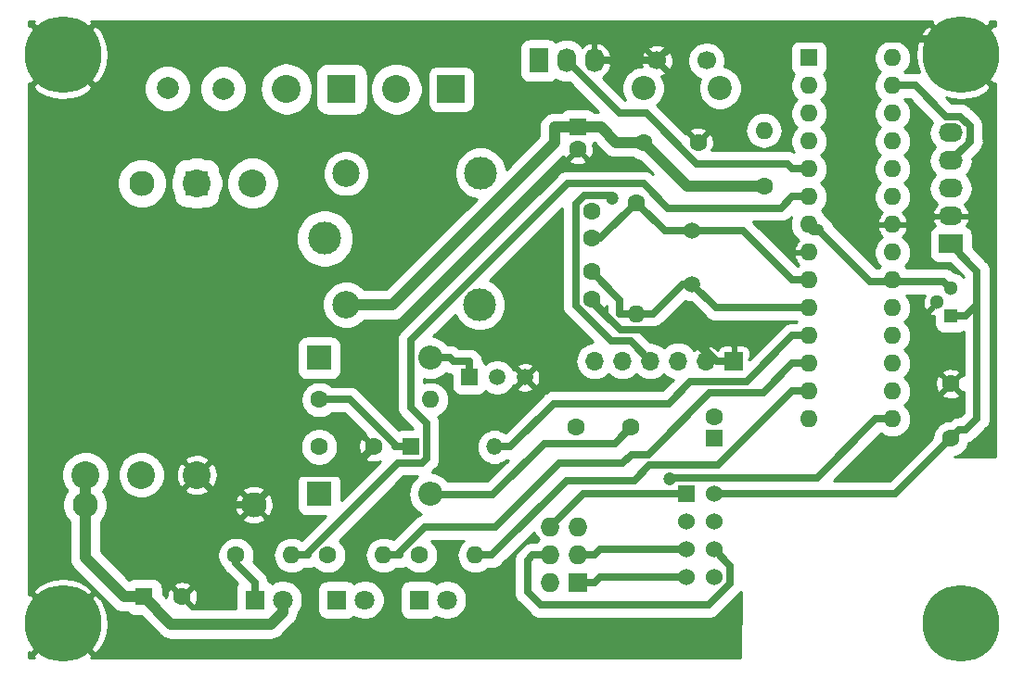
<source format=gbr>
G04 #@! TF.GenerationSoftware,KiCad,Pcbnew,(6.0.0-rc1-dev-1491-g0a4812be0)*
G04 #@! TF.CreationDate,2019-01-22T09:02:21+01:00
G04 #@! TF.ProjectId,atmega328,61746d65-6761-4333-9238-2e6b69636164,1*
G04 #@! TF.SameCoordinates,Original*
G04 #@! TF.FileFunction,Copper,L1,Top*
G04 #@! TF.FilePolarity,Positive*
%FSLAX46Y46*%
G04 Gerber Fmt 4.6, Leading zero omitted, Abs format (unit mm)*
G04 Created by KiCad (PCBNEW (6.0.0-rc1-dev-1491-g0a4812be0)) date 2019-01-22 09:02:21*
%MOMM*%
%LPD*%
G04 APERTURE LIST*
%ADD10C,2.540000*%
%ADD11O,2.200000X1.700000*%
%ADD12R,2.200000X1.700000*%
%ADD13C,1.600000*%
%ADD14R,1.600000X1.600000*%
%ADD15O,2.200000X2.200000*%
%ADD16R,2.200000X2.200000*%
%ADD17C,0.800000*%
%ADD18C,7.000000*%
%ADD19O,1.700000X1.700000*%
%ADD20R,1.700000X1.700000*%
%ADD21C,1.500000*%
%ADD22R,1.300000X1.300000*%
%ADD23C,1.300000*%
%ADD24C,2.300000*%
%ADD25R,2.000000X2.300000*%
%ADD26R,1.500000X1.500000*%
%ADD27R,2.540000X2.540000*%
%ADD28C,1.700000*%
%ADD29C,2.200000*%
%ADD30O,1.727200X1.727200*%
%ADD31R,1.727200X1.727200*%
%ADD32O,1.600000X1.600000*%
%ADD33C,1.800000*%
%ADD34R,1.800000X1.800000*%
%ADD35O,1.700000X2.200000*%
%ADD36R,1.700000X2.200000*%
%ADD37C,3.000000*%
%ADD38C,2.500000*%
%ADD39C,2.000000*%
%ADD40O,1.500000X1.500000*%
%ADD41C,1.524000*%
%ADD42R,1.524000X1.524000*%
%ADD43C,1.200000*%
%ADD44C,0.700000*%
%ADD45C,1.000000*%
%ADD46C,0.508000*%
%ADD47C,2.500000*%
%ADD48C,0.254000*%
G04 APERTURE END LIST*
D10*
X106080000Y-107410000D03*
X111160000Y-107410000D03*
X116240000Y-80740000D03*
X116240000Y-107410000D03*
X121320000Y-80740000D03*
D11*
X185062000Y-76148000D03*
X185062000Y-78688000D03*
D12*
X185062000Y-86308000D03*
D11*
X185062000Y-83768000D03*
X185062000Y-81228000D03*
D13*
X151000000Y-77640000D03*
D14*
X151000000Y-75640000D03*
D13*
X163472000Y-102088000D03*
D14*
X163472000Y-104088000D03*
D15*
X137564000Y-109168000D03*
D16*
X127404000Y-109168000D03*
D17*
X187856155Y-119143845D03*
X186000000Y-118375000D03*
X184143845Y-119143845D03*
X183375000Y-121000000D03*
X184143845Y-122856155D03*
X186000000Y-123625000D03*
X187856155Y-122856155D03*
X188625000Y-121000000D03*
D18*
X186000000Y-121000000D03*
D17*
X105856155Y-119143845D03*
X104000000Y-118375000D03*
X102143845Y-119143845D03*
X101375000Y-121000000D03*
X102143845Y-122856155D03*
X104000000Y-123625000D03*
X105856155Y-122856155D03*
X106625000Y-121000000D03*
D18*
X104000000Y-121000000D03*
D17*
X187856155Y-67143845D03*
X186000000Y-66375000D03*
X184143845Y-67143845D03*
X183375000Y-69000000D03*
X184143845Y-70856155D03*
X186000000Y-71625000D03*
X187856155Y-70856155D03*
X188625000Y-69000000D03*
D18*
X186000000Y-69000000D03*
D17*
X105856155Y-67143845D03*
X104000000Y-66375000D03*
X102143845Y-67143845D03*
X101375000Y-69000000D03*
X102143845Y-70856155D03*
X104000000Y-71625000D03*
X105856155Y-70856155D03*
X106625000Y-69000000D03*
D18*
X104000000Y-69000000D03*
D13*
X150852000Y-103072000D03*
X155852000Y-103072000D03*
D19*
X152550000Y-97000000D03*
X155090000Y-97000000D03*
X157630000Y-97000000D03*
X160170000Y-97000000D03*
X162710000Y-97000000D03*
D20*
X165250000Y-97000000D03*
D21*
X161476000Y-85120000D03*
X161476000Y-90000000D03*
D13*
X162000000Y-77000000D03*
X157000000Y-77000000D03*
X185062000Y-99088000D03*
X185062000Y-104088000D03*
X132404000Y-104850000D03*
X127404000Y-104850000D03*
X114902000Y-118566000D03*
D14*
X111402000Y-118566000D03*
D22*
X185062000Y-92912000D03*
D23*
X185062000Y-90372000D03*
X183792000Y-91642000D03*
D24*
X106040000Y-110140000D03*
X111240000Y-80740000D03*
D25*
X116240000Y-80740000D03*
D24*
X121440000Y-110140000D03*
D26*
X141120000Y-98500000D03*
D21*
X146200000Y-98500000D03*
X143660000Y-98500000D03*
D10*
X134450000Y-72150000D03*
D27*
X139450000Y-72150000D03*
D10*
X124450000Y-72150000D03*
D27*
X129450000Y-72150000D03*
D28*
X158250000Y-69544000D03*
X162750000Y-69544000D03*
D29*
X157000000Y-72044000D03*
X164000000Y-72044000D03*
D30*
X148460000Y-112216000D03*
X151000000Y-112216000D03*
X148460000Y-114756000D03*
X151000000Y-114756000D03*
X148460000Y-117296000D03*
D31*
X151000000Y-117296000D03*
D32*
X141660000Y-114756000D03*
D13*
X136580000Y-114756000D03*
D32*
X133278000Y-114756000D03*
D13*
X128198000Y-114756000D03*
D32*
X124896000Y-114756000D03*
D13*
X119816000Y-114756000D03*
D33*
X139077000Y-118825000D03*
D34*
X136537000Y-118825000D03*
D33*
X131577000Y-118825000D03*
D34*
X129037000Y-118825000D03*
D33*
X124077000Y-118825000D03*
D34*
X121537000Y-118825000D03*
D35*
X150000000Y-69544000D03*
D36*
X147460000Y-69544000D03*
D35*
X152540000Y-69544000D03*
D37*
X127912000Y-85800000D03*
D38*
X129862000Y-79850000D03*
D37*
X142112000Y-79800000D03*
X142062000Y-91850000D03*
D38*
X129862000Y-91850000D03*
D15*
X137564000Y-96722000D03*
D16*
X127404000Y-96722000D03*
D39*
X118641000Y-72094000D03*
X113561000Y-72084000D03*
D40*
X143406000Y-104850000D03*
D26*
X135786000Y-104850000D03*
D13*
X152296000Y-83300000D03*
X152296000Y-85800000D03*
X152296000Y-91348000D03*
X152296000Y-88848000D03*
D32*
X168000000Y-75920000D03*
D13*
X168000000Y-81000000D03*
D32*
X156360000Y-92690000D03*
D13*
X156360000Y-82530000D03*
D32*
X137564000Y-100532000D03*
D13*
X127404000Y-100532000D03*
D32*
X179728000Y-69290000D03*
X172108000Y-102310000D03*
X179728000Y-71830000D03*
X172108000Y-99770000D03*
X179728000Y-74370000D03*
X172108000Y-97230000D03*
X179728000Y-76910000D03*
X172108000Y-94690000D03*
X179728000Y-79450000D03*
X172108000Y-92150000D03*
X179728000Y-81990000D03*
X172108000Y-89610000D03*
X179728000Y-84530000D03*
X172108000Y-87070000D03*
X179728000Y-87070000D03*
X172108000Y-84530000D03*
X179728000Y-89610000D03*
X172108000Y-81990000D03*
X179728000Y-92150000D03*
X172108000Y-79450000D03*
X179728000Y-94690000D03*
X172108000Y-76910000D03*
X179728000Y-97230000D03*
X172108000Y-74370000D03*
X179728000Y-99770000D03*
X172108000Y-71830000D03*
X179728000Y-102310000D03*
D14*
X172108000Y-69290000D03*
D41*
X163472000Y-116788000D03*
X160932000Y-116788000D03*
X163472000Y-114248000D03*
X160932000Y-114248000D03*
X163472000Y-111708000D03*
X160932000Y-111708000D03*
X163472000Y-109168000D03*
D42*
X160932000Y-109168000D03*
D43*
X159394700Y-107814100D03*
X154141700Y-82094500D03*
D44*
X152296000Y-91348000D02*
X152296000Y-91559900D01*
X152296000Y-91559900D02*
X154896000Y-94159900D01*
X154896000Y-94159900D02*
X160644900Y-94159900D01*
X160644900Y-94159900D02*
X162710000Y-96225000D01*
X165250000Y-97000000D02*
X163700000Y-97000000D01*
X162710000Y-96225000D02*
X162925000Y-96225000D01*
X162925000Y-96225000D02*
X163700000Y-97000000D01*
X162710000Y-97000000D02*
X162710000Y-96225000D01*
X184568100Y-67568100D02*
X160225900Y-67568100D01*
X160225900Y-67568100D02*
X158250000Y-69544000D01*
X185406900Y-67568100D02*
X184568100Y-67568100D01*
X148460000Y-112216000D02*
X151508000Y-109168000D01*
X151508000Y-109168000D02*
X160932000Y-109168000D01*
X185406900Y-67568100D02*
X186000000Y-66975000D01*
X185406900Y-67568100D02*
X185406900Y-68406900D01*
X185406900Y-68406900D02*
X186000000Y-69000000D01*
X183975000Y-69000000D02*
X184568100Y-68406900D01*
X184568100Y-68406900D02*
X184568100Y-67568100D01*
X184568100Y-70431900D02*
X183975000Y-69838800D01*
X183975000Y-69838800D02*
X183975000Y-69000000D01*
X186000000Y-71025000D02*
X185161200Y-71025000D01*
X185161200Y-71025000D02*
X184568100Y-70431900D01*
X103406900Y-67568100D02*
X104000000Y-66975000D01*
X102568100Y-67568100D02*
X103406900Y-67568100D01*
X103406900Y-67568100D02*
X103406900Y-68406900D01*
X103406900Y-68406900D02*
X104000000Y-69000000D01*
X104296500Y-122431900D02*
X104000000Y-122728400D01*
X105431900Y-122431900D02*
X104296500Y-122431900D01*
X104296500Y-122431900D02*
X104296500Y-121296500D01*
X104296500Y-121296500D02*
X104000000Y-121000000D01*
X104000000Y-71025000D02*
X103161200Y-71025000D01*
X103161200Y-71025000D02*
X102568100Y-70431900D01*
X102568100Y-119568100D02*
X103406900Y-119568100D01*
X103406900Y-119568100D02*
X104000000Y-118975000D01*
X104000000Y-122728400D02*
X102864600Y-122728400D01*
X102864600Y-122728400D02*
X102568100Y-122431900D01*
X104000000Y-122728400D02*
X104000000Y-123025000D01*
X158250000Y-69544000D02*
X154090000Y-69544000D01*
X152540000Y-69544000D02*
X154090000Y-69544000D01*
X124312400Y-107267600D02*
X121440000Y-110140000D01*
X132404000Y-104850000D02*
X129986400Y-107267600D01*
X129986400Y-107267600D02*
X124312400Y-107267600D01*
X118970000Y-110140000D02*
X116240000Y-107410000D01*
X121440000Y-110140000D02*
X118970000Y-110140000D01*
X172108000Y-92150000D02*
X163626000Y-92150000D01*
X163626000Y-92150000D02*
X161476000Y-90000000D01*
X156360000Y-92690000D02*
X157860000Y-92690000D01*
X156360000Y-92690000D02*
X154860000Y-92690000D01*
X152296000Y-88848000D02*
X154860000Y-91412000D01*
X154860000Y-91412000D02*
X154860000Y-92690000D01*
X157860000Y-92690000D02*
X160550000Y-90000000D01*
X160550000Y-90000000D02*
X161476000Y-90000000D01*
X185062000Y-104088000D02*
X179982000Y-109168000D01*
X179982000Y-109168000D02*
X163472000Y-109168000D01*
X185062000Y-104088000D02*
X185862000Y-103288000D01*
X185862000Y-103288000D02*
X186399000Y-103288000D01*
X186399000Y-103288000D02*
X187452000Y-102235000D01*
X187452000Y-102235000D02*
X187452000Y-91872000D01*
X185062000Y-86383000D02*
X185062000Y-86308000D01*
X187452000Y-91872000D02*
X187452000Y-88773000D01*
X187452000Y-88773000D02*
X185062000Y-86383000D01*
X185062000Y-86383000D02*
X185039000Y-86360000D01*
X185062000Y-92912000D02*
X186412000Y-92912000D01*
X186412000Y-92912000D02*
X187452000Y-91872000D01*
X161476000Y-85120000D02*
X158950000Y-85120000D01*
X158950000Y-85120000D02*
X156360000Y-82530000D01*
X156360000Y-82530000D02*
X153090000Y-85800000D01*
X153090000Y-85800000D02*
X152296000Y-85800000D01*
X172108000Y-89610000D02*
X170608000Y-89610000D01*
X170608000Y-89610000D02*
X166118000Y-85120000D01*
X166118000Y-85120000D02*
X161476000Y-85120000D01*
D45*
X124077000Y-118825000D02*
X124077000Y-119952400D01*
X124077000Y-119952400D02*
X122980100Y-121049300D01*
X122980100Y-121049300D02*
X113885300Y-121049300D01*
X113885300Y-121049300D02*
X111402000Y-118566000D01*
X151000000Y-75640000D02*
X148899700Y-75640000D01*
X148899700Y-75640000D02*
X148899700Y-77058000D01*
X148899700Y-77058000D02*
X134107700Y-91850000D01*
X134107700Y-91850000D02*
X129862000Y-91850000D01*
X151401500Y-75640000D02*
X151000000Y-75640000D01*
X151401500Y-75640000D02*
X153100300Y-75640000D01*
X179840000Y-89722000D02*
X179728000Y-89610000D01*
D44*
X185062000Y-90372000D02*
X184412000Y-89722000D01*
X184412000Y-89722000D02*
X179840000Y-89722000D01*
X179840000Y-89722000D02*
X177733000Y-89722000D01*
X177733000Y-89722000D02*
X172980600Y-84969600D01*
D45*
X157000000Y-77000000D02*
X154460300Y-77000000D01*
X154460300Y-77000000D02*
X153100300Y-75640000D01*
X168000000Y-81000000D02*
X161000000Y-81000000D01*
X161000000Y-81000000D02*
X157000000Y-77000000D01*
X172980600Y-84969600D02*
X172547600Y-84969600D01*
X172547600Y-84969600D02*
X172108000Y-84530000D01*
D46*
X172980600Y-84969600D02*
X172593000Y-84582000D01*
D45*
X106040000Y-107450000D02*
X106080000Y-107410000D01*
X106040000Y-110140000D02*
X106040000Y-107450000D01*
X106040000Y-111766345D02*
X106040000Y-110140000D01*
X106040000Y-115004000D02*
X106040000Y-111766345D01*
X109602000Y-118566000D02*
X106040000Y-115004000D01*
X111402000Y-118566000D02*
X109602000Y-118566000D01*
D44*
X141120000Y-98500000D02*
X141120000Y-97050000D01*
X137564000Y-96722000D02*
X139364000Y-96722000D01*
X139364000Y-96722000D02*
X139692000Y-97050000D01*
X139692000Y-97050000D02*
X141120000Y-97050000D01*
X170608000Y-94690000D02*
X166397900Y-98900100D01*
X166397900Y-98900100D02*
X161281000Y-98900100D01*
X161281000Y-98900100D02*
X159280400Y-100900700D01*
X159280400Y-100900700D02*
X148805300Y-100900700D01*
X148805300Y-100900700D02*
X144856000Y-104850000D01*
X143406000Y-104850000D02*
X144856000Y-104850000D01*
X172108000Y-94690000D02*
X170608000Y-94690000D01*
X121537000Y-118825000D02*
X121537000Y-117225000D01*
X121537000Y-117225000D02*
X119816000Y-115504000D01*
X119816000Y-115504000D02*
X119816000Y-114756000D01*
X148460000Y-114756000D02*
X146896400Y-114756000D01*
X163472000Y-114248000D02*
X164915500Y-115691500D01*
X164915500Y-115691500D02*
X164915500Y-117358200D01*
X164915500Y-117358200D02*
X162948700Y-119325000D01*
X162948700Y-119325000D02*
X147621400Y-119325000D01*
X147621400Y-119325000D02*
X146413100Y-118116700D01*
X146413100Y-118116700D02*
X146413100Y-115239300D01*
X146413100Y-115239300D02*
X146896400Y-114756000D01*
X151000000Y-114756000D02*
X152563600Y-114756000D01*
X160932000Y-114248000D02*
X153071600Y-114248000D01*
X153071600Y-114248000D02*
X152563600Y-114756000D01*
X151000000Y-117296000D02*
X152563600Y-117296000D01*
X160932000Y-116788000D02*
X153071600Y-116788000D01*
X153071600Y-116788000D02*
X152563600Y-117296000D01*
X172108000Y-79450000D02*
X170608000Y-79450000D01*
X170608000Y-79450000D02*
X170133600Y-78975600D01*
X170133600Y-78975600D02*
X161864700Y-78975600D01*
X161864700Y-78975600D02*
X157259100Y-74370000D01*
X157259100Y-74370000D02*
X154826000Y-74370000D01*
X154826000Y-74370000D02*
X150000000Y-69544000D01*
X186820700Y-76820700D02*
X186820700Y-76929300D01*
X186790667Y-76790667D02*
X186820700Y-76820700D01*
X186812010Y-76769324D02*
X186790667Y-76790667D01*
X186812010Y-75526676D02*
X186812010Y-76769324D01*
X179728000Y-71830000D02*
X181830000Y-71830000D01*
X185933324Y-74647990D02*
X186812010Y-75526676D01*
X186820700Y-76929300D02*
X185062000Y-78688000D01*
X181830000Y-71830000D02*
X184647990Y-74647990D01*
X184647990Y-74647990D02*
X185933324Y-74647990D01*
X178228000Y-102310000D02*
X172823600Y-107714400D01*
X172823600Y-107714400D02*
X159494400Y-107714400D01*
X159494400Y-107714400D02*
X159394700Y-107814100D01*
X179728000Y-102310000D02*
X178228000Y-102310000D01*
D47*
X124394000Y-72094000D02*
X124450000Y-72150000D01*
D44*
X135786000Y-104850000D02*
X134336000Y-104850000D01*
X127404000Y-100532000D02*
X130199300Y-100532000D01*
X130199300Y-100532000D02*
X134336000Y-104668700D01*
X134336000Y-104668700D02*
X134336000Y-104850000D01*
X170608000Y-81990000D02*
X169587200Y-83010800D01*
X169587200Y-83010800D02*
X159241300Y-83010800D01*
X159241300Y-83010800D02*
X157028900Y-80798400D01*
X157028900Y-80798400D02*
X150048900Y-80798400D01*
X150048900Y-80798400D02*
X135769500Y-95077800D01*
X135769500Y-95077800D02*
X135769500Y-101238500D01*
X135769500Y-101238500D02*
X137186400Y-102655400D01*
X137186400Y-102655400D02*
X137186400Y-105944100D01*
X137186400Y-105944100D02*
X136830100Y-106300400D01*
X136830100Y-106300400D02*
X134602500Y-106300400D01*
X134602500Y-106300400D02*
X126396000Y-114506900D01*
X126396000Y-114506900D02*
X126396000Y-114756000D01*
X124896000Y-114756000D02*
X126396000Y-114756000D01*
X172108000Y-81990000D02*
X170608000Y-81990000D01*
X163053100Y-99900500D02*
X157415700Y-105537900D01*
X167937500Y-99900500D02*
X163053100Y-99900500D01*
X155891600Y-105537900D02*
X155067000Y-106362500D01*
X134778000Y-114756000D02*
X133278000Y-114756000D01*
X134778000Y-114445200D02*
X134778000Y-114756000D01*
X149338000Y-106362500D02*
X143514400Y-112186100D01*
X172108000Y-97230000D02*
X170608000Y-97230000D01*
X157415700Y-105537900D02*
X155891600Y-105537900D01*
X170608000Y-97230000D02*
X167937500Y-99900500D01*
X143514400Y-112186100D02*
X137037100Y-112186100D01*
X155067000Y-106362500D02*
X149338000Y-106362500D01*
X137037100Y-112186100D02*
X134778000Y-114445200D01*
X170608000Y-99770000D02*
X172108000Y-99770000D01*
X163839300Y-106538700D02*
X170608000Y-99770000D01*
X141660000Y-114756000D02*
X143160000Y-114756000D01*
X143160000Y-114756000D02*
X149966000Y-107950000D01*
X149966000Y-107950000D02*
X156146500Y-107950000D01*
X157557800Y-106538700D02*
X163839300Y-106538700D01*
X156146500Y-107950000D02*
X157557800Y-106538700D01*
X143256000Y-109220000D02*
X137414000Y-109220000D01*
X147938500Y-104537500D02*
X143256000Y-109220000D01*
X154386500Y-104537500D02*
X147938500Y-104537500D01*
X155852000Y-103072000D02*
X154386500Y-104537500D01*
X157630000Y-97000000D02*
X155810000Y-95180000D01*
X155810000Y-95180000D02*
X154058500Y-95180000D01*
X154058500Y-95180000D02*
X150813800Y-91935300D01*
X150813800Y-91935300D02*
X150813800Y-82662500D01*
X150813800Y-82662500D02*
X151652100Y-81824200D01*
X151652100Y-81824200D02*
X153871400Y-81824200D01*
X153871400Y-81824200D02*
X154141700Y-82094500D01*
D48*
G36*
X101265450Y-66085845D02*
G01*
X104000000Y-68820395D01*
X106734550Y-66085845D01*
X106603722Y-65914000D01*
X183396278Y-65914000D01*
X183265450Y-66085845D01*
X186000000Y-68820395D01*
X188734550Y-66085845D01*
X188603722Y-65914000D01*
X189086000Y-65914000D01*
X189086000Y-66396278D01*
X188914155Y-66265450D01*
X186179605Y-69000000D01*
X188914155Y-71734550D01*
X189086000Y-71603722D01*
X189086001Y-105739000D01*
X185419389Y-105739000D01*
X185554663Y-105712092D01*
X185862041Y-105584772D01*
X186138675Y-105399932D01*
X186373932Y-105164675D01*
X186558772Y-104888041D01*
X186686092Y-104580663D01*
X186704086Y-104490204D01*
X186875439Y-104438224D01*
X187090682Y-104323175D01*
X187279344Y-104168344D01*
X187318144Y-104121066D01*
X188285072Y-103154139D01*
X188332344Y-103115344D01*
X188487175Y-102926682D01*
X188602224Y-102711439D01*
X188673072Y-102477886D01*
X188679511Y-102412515D01*
X188696994Y-102235000D01*
X188691000Y-102174141D01*
X188691000Y-91932858D01*
X188696994Y-91872001D01*
X188691000Y-91811141D01*
X188691000Y-88833858D01*
X188696994Y-88772999D01*
X188673072Y-88530113D01*
X188602224Y-88296561D01*
X188533028Y-88167104D01*
X188487175Y-88081318D01*
X188332344Y-87892656D01*
X188285066Y-87853856D01*
X187055301Y-86624091D01*
X187055301Y-85458000D01*
X187038136Y-85283726D01*
X186987303Y-85116149D01*
X186904753Y-84961709D01*
X186793659Y-84826341D01*
X186658291Y-84715247D01*
X186517887Y-84640200D01*
X186613862Y-84503608D01*
X186732357Y-84235493D01*
X186753476Y-84124890D01*
X186632155Y-83895000D01*
X185189000Y-83895000D01*
X185189000Y-83915000D01*
X184935000Y-83915000D01*
X184935000Y-83895000D01*
X183491845Y-83895000D01*
X183370524Y-84124890D01*
X183391643Y-84235493D01*
X183510138Y-84503608D01*
X183606113Y-84640200D01*
X183465709Y-84715247D01*
X183330341Y-84826341D01*
X183219247Y-84961709D01*
X183136697Y-85116149D01*
X183085864Y-85283726D01*
X183068699Y-85458000D01*
X183068699Y-87158000D01*
X183085864Y-87332274D01*
X183136697Y-87499851D01*
X183219247Y-87654291D01*
X183330341Y-87789659D01*
X183465709Y-87900753D01*
X183620149Y-87983303D01*
X183787726Y-88034136D01*
X183962000Y-88051301D01*
X184978091Y-88051301D01*
X186213001Y-89286211D01*
X186213001Y-89292786D01*
X186067279Y-89147064D01*
X185808989Y-88974481D01*
X185521994Y-88855604D01*
X185319970Y-88815418D01*
X185319344Y-88814656D01*
X185124896Y-88655076D01*
X184903051Y-88536498D01*
X184662336Y-88463478D01*
X184474726Y-88445000D01*
X184412000Y-88438822D01*
X184349274Y-88445000D01*
X181006031Y-88445000D01*
X180955082Y-88382918D01*
X180872836Y-88315421D01*
X180928082Y-88270082D01*
X181139147Y-88012898D01*
X181295982Y-87719480D01*
X181392561Y-87401102D01*
X181425172Y-87070000D01*
X181392561Y-86738898D01*
X181295982Y-86420520D01*
X181139147Y-86127102D01*
X180928082Y-85869918D01*
X180670898Y-85658853D01*
X180632005Y-85638065D01*
X180791519Y-85493414D01*
X180959037Y-85267420D01*
X181079246Y-85013087D01*
X181119904Y-84879039D01*
X180997915Y-84657000D01*
X179855000Y-84657000D01*
X179855000Y-84677000D01*
X179601000Y-84677000D01*
X179601000Y-84657000D01*
X178458085Y-84657000D01*
X178336096Y-84879039D01*
X178376754Y-85013087D01*
X178496963Y-85267420D01*
X178664481Y-85493414D01*
X178823995Y-85638065D01*
X178785102Y-85658853D01*
X178527918Y-85869918D01*
X178316853Y-86127102D01*
X178160018Y-86420520D01*
X178063439Y-86738898D01*
X178030828Y-87070000D01*
X178063439Y-87401102D01*
X178160018Y-87719480D01*
X178316853Y-88012898D01*
X178527918Y-88270082D01*
X178583164Y-88315421D01*
X178500918Y-88382918D01*
X178449969Y-88445000D01*
X178261951Y-88445000D01*
X174334762Y-84517812D01*
X174305355Y-84420869D01*
X174172848Y-84172966D01*
X173994523Y-83955677D01*
X173777234Y-83777352D01*
X173618605Y-83692563D01*
X173550896Y-83565888D01*
X173335082Y-83302918D01*
X173252836Y-83235421D01*
X173308082Y-83190082D01*
X173519147Y-82932898D01*
X173675982Y-82639480D01*
X173772561Y-82321102D01*
X173805172Y-81990000D01*
X173772561Y-81658898D01*
X173675982Y-81340520D01*
X173519147Y-81047102D01*
X173308082Y-80789918D01*
X173222886Y-80720000D01*
X173308082Y-80650082D01*
X173519147Y-80392898D01*
X173675982Y-80099480D01*
X173772561Y-79781102D01*
X173805172Y-79450000D01*
X173772561Y-79118898D01*
X173675982Y-78800520D01*
X173519147Y-78507102D01*
X173308082Y-78249918D01*
X173222886Y-78180000D01*
X173308082Y-78110082D01*
X173519147Y-77852898D01*
X173675982Y-77559480D01*
X173772561Y-77241102D01*
X173805172Y-76910000D01*
X173772561Y-76578898D01*
X173675982Y-76260520D01*
X173519147Y-75967102D01*
X173308082Y-75709918D01*
X173222886Y-75640000D01*
X173308082Y-75570082D01*
X173519147Y-75312898D01*
X173675982Y-75019480D01*
X173772561Y-74701102D01*
X173805172Y-74370000D01*
X173772561Y-74038898D01*
X173675982Y-73720520D01*
X173519147Y-73427102D01*
X173308082Y-73169918D01*
X173222886Y-73100000D01*
X173308082Y-73030082D01*
X173519147Y-72772898D01*
X173675982Y-72479480D01*
X173772561Y-72161102D01*
X173805172Y-71830000D01*
X173772561Y-71498898D01*
X173675982Y-71180520D01*
X173519147Y-70887102D01*
X173446270Y-70798301D01*
X173539659Y-70721659D01*
X173650753Y-70586291D01*
X173733303Y-70431851D01*
X173784136Y-70264274D01*
X173801301Y-70090000D01*
X173801301Y-69290000D01*
X178030828Y-69290000D01*
X178063439Y-69621102D01*
X178160018Y-69939480D01*
X178316853Y-70232898D01*
X178527918Y-70490082D01*
X178613114Y-70560000D01*
X178527918Y-70629918D01*
X178316853Y-70887102D01*
X178160018Y-71180520D01*
X178063439Y-71498898D01*
X178030828Y-71830000D01*
X178063439Y-72161102D01*
X178160018Y-72479480D01*
X178316853Y-72772898D01*
X178527918Y-73030082D01*
X178613114Y-73100000D01*
X178527918Y-73169918D01*
X178316853Y-73427102D01*
X178160018Y-73720520D01*
X178063439Y-74038898D01*
X178030828Y-74370000D01*
X178063439Y-74701102D01*
X178160018Y-75019480D01*
X178316853Y-75312898D01*
X178527918Y-75570082D01*
X178613114Y-75640000D01*
X178527918Y-75709918D01*
X178316853Y-75967102D01*
X178160018Y-76260520D01*
X178063439Y-76578898D01*
X178030828Y-76910000D01*
X178063439Y-77241102D01*
X178160018Y-77559480D01*
X178316853Y-77852898D01*
X178527918Y-78110082D01*
X178613114Y-78180000D01*
X178527918Y-78249918D01*
X178316853Y-78507102D01*
X178160018Y-78800520D01*
X178063439Y-79118898D01*
X178030828Y-79450000D01*
X178063439Y-79781102D01*
X178160018Y-80099480D01*
X178316853Y-80392898D01*
X178527918Y-80650082D01*
X178613114Y-80720000D01*
X178527918Y-80789918D01*
X178316853Y-81047102D01*
X178160018Y-81340520D01*
X178063439Y-81658898D01*
X178030828Y-81990000D01*
X178063439Y-82321102D01*
X178160018Y-82639480D01*
X178316853Y-82932898D01*
X178527918Y-83190082D01*
X178785102Y-83401147D01*
X178823995Y-83421935D01*
X178664481Y-83566586D01*
X178496963Y-83792580D01*
X178376754Y-84046913D01*
X178336096Y-84180961D01*
X178458085Y-84403000D01*
X179601000Y-84403000D01*
X179601000Y-84383000D01*
X179855000Y-84383000D01*
X179855000Y-84403000D01*
X180997915Y-84403000D01*
X181119904Y-84180961D01*
X181079246Y-84046913D01*
X180959037Y-83792580D01*
X180791519Y-83566586D01*
X180632005Y-83421935D01*
X180670898Y-83401147D01*
X180928082Y-83190082D01*
X181139147Y-82932898D01*
X181295982Y-82639480D01*
X181392561Y-82321102D01*
X181425172Y-81990000D01*
X181392561Y-81658898D01*
X181295982Y-81340520D01*
X181139147Y-81047102D01*
X180928082Y-80789918D01*
X180842886Y-80720000D01*
X180928082Y-80650082D01*
X181139147Y-80392898D01*
X181295982Y-80099480D01*
X181392561Y-79781102D01*
X181425172Y-79450000D01*
X181392561Y-79118898D01*
X181295982Y-78800520D01*
X181139147Y-78507102D01*
X180928082Y-78249918D01*
X180842886Y-78180000D01*
X180928082Y-78110082D01*
X181139147Y-77852898D01*
X181295982Y-77559480D01*
X181392561Y-77241102D01*
X181425172Y-76910000D01*
X181392561Y-76578898D01*
X181295982Y-76260520D01*
X181139147Y-75967102D01*
X180928082Y-75709918D01*
X180842886Y-75640000D01*
X180928082Y-75570082D01*
X181139147Y-75312898D01*
X181295982Y-75019480D01*
X181392561Y-74701102D01*
X181425172Y-74370000D01*
X181392561Y-74038898D01*
X181295982Y-73720520D01*
X181139147Y-73427102D01*
X180928082Y-73169918D01*
X180842886Y-73100000D01*
X180880660Y-73069000D01*
X181316790Y-73069000D01*
X183388783Y-75140994D01*
X183359078Y-75177189D01*
X183197600Y-75479294D01*
X183098162Y-75807096D01*
X183064586Y-76148000D01*
X183098162Y-76488904D01*
X183197600Y-76816706D01*
X183359078Y-77118811D01*
X183576392Y-77383608D01*
X183618299Y-77418000D01*
X183576392Y-77452392D01*
X183359078Y-77717189D01*
X183197600Y-78019294D01*
X183098162Y-78347096D01*
X183064586Y-78688000D01*
X183098162Y-79028904D01*
X183197600Y-79356706D01*
X183359078Y-79658811D01*
X183576392Y-79923608D01*
X183618299Y-79958000D01*
X183576392Y-79992392D01*
X183359078Y-80257189D01*
X183197600Y-80559294D01*
X183098162Y-80887096D01*
X183064586Y-81228000D01*
X183098162Y-81568904D01*
X183197600Y-81896706D01*
X183359078Y-82198811D01*
X183576392Y-82463608D01*
X183816706Y-82660829D01*
X183678663Y-82792546D01*
X183510138Y-83032392D01*
X183391643Y-83300507D01*
X183370524Y-83411110D01*
X183491845Y-83641000D01*
X184935000Y-83641000D01*
X184935000Y-83621000D01*
X185189000Y-83621000D01*
X185189000Y-83641000D01*
X186632155Y-83641000D01*
X186753476Y-83411110D01*
X186732357Y-83300507D01*
X186613862Y-83032392D01*
X186445337Y-82792546D01*
X186307294Y-82660829D01*
X186547608Y-82463608D01*
X186764922Y-82198811D01*
X186926400Y-81896706D01*
X187025838Y-81568904D01*
X187059414Y-81228000D01*
X187025838Y-80887096D01*
X186926400Y-80559294D01*
X186764922Y-80257189D01*
X186547608Y-79992392D01*
X186505701Y-79958000D01*
X186547608Y-79923608D01*
X186764922Y-79658811D01*
X186926400Y-79356706D01*
X187025838Y-79028904D01*
X187059414Y-78688000D01*
X187037429Y-78464781D01*
X187653766Y-77848444D01*
X187701044Y-77809644D01*
X187809012Y-77678084D01*
X187855874Y-77620983D01*
X187970924Y-77405739D01*
X188041772Y-77172187D01*
X188065694Y-76929301D01*
X188060346Y-76875000D01*
X188065694Y-76820699D01*
X188051010Y-76671609D01*
X188051010Y-75587535D01*
X188057004Y-75526676D01*
X188033082Y-75283790D01*
X187965706Y-75061682D01*
X187962234Y-75050237D01*
X187847185Y-74834994D01*
X187692354Y-74646332D01*
X187645082Y-74607537D01*
X186852468Y-73814924D01*
X186813668Y-73767646D01*
X186625006Y-73612815D01*
X186409763Y-73497766D01*
X186176210Y-73426918D01*
X185994183Y-73408990D01*
X185933324Y-73402996D01*
X185872465Y-73408990D01*
X185161201Y-73408990D01*
X184668183Y-72915973D01*
X185153976Y-73067964D01*
X185963853Y-73154851D01*
X186775118Y-73082069D01*
X187556597Y-72852415D01*
X188278256Y-72474715D01*
X188338366Y-72434550D01*
X188734550Y-71914155D01*
X186000000Y-69179605D01*
X185985858Y-69193748D01*
X185806253Y-69014143D01*
X185820395Y-69000000D01*
X183085845Y-66265450D01*
X182565450Y-66661634D01*
X182175252Y-67376612D01*
X181932036Y-68153976D01*
X181845149Y-68963853D01*
X181917931Y-69775118D01*
X182147585Y-70556597D01*
X182194241Y-70645741D01*
X182072886Y-70608928D01*
X181890859Y-70591000D01*
X181830000Y-70585006D01*
X181769141Y-70591000D01*
X180880660Y-70591000D01*
X180842886Y-70560000D01*
X180928082Y-70490082D01*
X181139147Y-70232898D01*
X181295982Y-69939480D01*
X181392561Y-69621102D01*
X181425172Y-69290000D01*
X181392561Y-68958898D01*
X181295982Y-68640520D01*
X181139147Y-68347102D01*
X180928082Y-68089918D01*
X180670898Y-67878853D01*
X180377480Y-67722018D01*
X180059102Y-67625439D01*
X179810971Y-67601000D01*
X179645029Y-67601000D01*
X179396898Y-67625439D01*
X179078520Y-67722018D01*
X178785102Y-67878853D01*
X178527918Y-68089918D01*
X178316853Y-68347102D01*
X178160018Y-68640520D01*
X178063439Y-68958898D01*
X178030828Y-69290000D01*
X173801301Y-69290000D01*
X173801301Y-68490000D01*
X173784136Y-68315726D01*
X173733303Y-68148149D01*
X173650753Y-67993709D01*
X173539659Y-67858341D01*
X173404291Y-67747247D01*
X173249851Y-67664697D01*
X173082274Y-67613864D01*
X172908000Y-67596699D01*
X171308000Y-67596699D01*
X171133726Y-67613864D01*
X170966149Y-67664697D01*
X170811709Y-67747247D01*
X170676341Y-67858341D01*
X170565247Y-67993709D01*
X170482697Y-68148149D01*
X170431864Y-68315726D01*
X170414699Y-68490000D01*
X170414699Y-70090000D01*
X170431864Y-70264274D01*
X170482697Y-70431851D01*
X170565247Y-70586291D01*
X170676341Y-70721659D01*
X170769730Y-70798301D01*
X170696853Y-70887102D01*
X170540018Y-71180520D01*
X170443439Y-71498898D01*
X170410828Y-71830000D01*
X170443439Y-72161102D01*
X170540018Y-72479480D01*
X170696853Y-72772898D01*
X170907918Y-73030082D01*
X170993114Y-73100000D01*
X170907918Y-73169918D01*
X170696853Y-73427102D01*
X170540018Y-73720520D01*
X170443439Y-74038898D01*
X170410828Y-74370000D01*
X170443439Y-74701102D01*
X170540018Y-75019480D01*
X170696853Y-75312898D01*
X170907918Y-75570082D01*
X170993114Y-75640000D01*
X170907918Y-75709918D01*
X170696853Y-75967102D01*
X170540018Y-76260520D01*
X170443439Y-76578898D01*
X170410828Y-76910000D01*
X170443439Y-77241102D01*
X170540018Y-77559480D01*
X170696853Y-77852898D01*
X170724456Y-77886533D01*
X170610039Y-77825376D01*
X170376486Y-77754528D01*
X170194459Y-77736600D01*
X170133600Y-77730606D01*
X170072741Y-77736600D01*
X163238996Y-77736600D01*
X163357571Y-77486004D01*
X163426300Y-77211816D01*
X163440217Y-76929488D01*
X163398787Y-76649870D01*
X163303603Y-76383708D01*
X163236671Y-76258486D01*
X162992702Y-76186903D01*
X162179605Y-77000000D01*
X162193748Y-77014143D01*
X162014143Y-77193748D01*
X162000000Y-77179605D01*
X161985858Y-77193748D01*
X161806253Y-77014143D01*
X161820395Y-77000000D01*
X161007298Y-76186903D01*
X160868839Y-76227528D01*
X160648609Y-76007298D01*
X161186903Y-76007298D01*
X162000000Y-76820395D01*
X162813097Y-76007298D01*
X162787483Y-75920000D01*
X166302828Y-75920000D01*
X166335439Y-76251102D01*
X166432018Y-76569480D01*
X166588853Y-76862898D01*
X166799918Y-77120082D01*
X167057102Y-77331147D01*
X167350520Y-77487982D01*
X167668898Y-77584561D01*
X167917029Y-77609000D01*
X168082971Y-77609000D01*
X168331102Y-77584561D01*
X168649480Y-77487982D01*
X168942898Y-77331147D01*
X169200082Y-77120082D01*
X169411147Y-76862898D01*
X169567982Y-76569480D01*
X169664561Y-76251102D01*
X169697172Y-75920000D01*
X169664561Y-75588898D01*
X169567982Y-75270520D01*
X169411147Y-74977102D01*
X169200082Y-74719918D01*
X168942898Y-74508853D01*
X168649480Y-74352018D01*
X168331102Y-74255439D01*
X168082971Y-74231000D01*
X167917029Y-74231000D01*
X167668898Y-74255439D01*
X167350520Y-74352018D01*
X167057102Y-74508853D01*
X166799918Y-74719918D01*
X166588853Y-74977102D01*
X166432018Y-75270520D01*
X166335439Y-75588898D01*
X166302828Y-75920000D01*
X162787483Y-75920000D01*
X162741514Y-75763329D01*
X162486004Y-75642429D01*
X162211816Y-75573700D01*
X161929488Y-75559783D01*
X161649870Y-75601213D01*
X161383708Y-75696397D01*
X161258486Y-75763329D01*
X161186903Y-76007298D01*
X160648609Y-76007298D01*
X158245346Y-73604036D01*
X158267914Y-73588957D01*
X158544957Y-73311914D01*
X158762629Y-72986145D01*
X158912564Y-72624170D01*
X158989000Y-72239899D01*
X158989000Y-71848101D01*
X158912564Y-71463830D01*
X158762629Y-71101855D01*
X158674007Y-70969222D01*
X158883747Y-70894919D01*
X159021157Y-70821472D01*
X159098792Y-70572397D01*
X158250000Y-69723605D01*
X158235858Y-69737748D01*
X158056253Y-69558143D01*
X158070395Y-69544000D01*
X158429605Y-69544000D01*
X159278397Y-70392792D01*
X159527472Y-70315157D01*
X159653371Y-70051117D01*
X159725339Y-69767589D01*
X159740611Y-69475469D01*
X159725700Y-69372723D01*
X161011000Y-69372723D01*
X161011000Y-69715277D01*
X161077829Y-70051248D01*
X161208918Y-70367725D01*
X161399231Y-70652548D01*
X161641452Y-70894769D01*
X161926275Y-71085082D01*
X162197742Y-71197527D01*
X162087436Y-71463830D01*
X162011000Y-71848101D01*
X162011000Y-72239899D01*
X162087436Y-72624170D01*
X162237371Y-72986145D01*
X162455043Y-73311914D01*
X162732086Y-73588957D01*
X163057855Y-73806629D01*
X163419830Y-73956564D01*
X163804101Y-74033000D01*
X164195899Y-74033000D01*
X164580170Y-73956564D01*
X164942145Y-73806629D01*
X165267914Y-73588957D01*
X165544957Y-73311914D01*
X165762629Y-72986145D01*
X165912564Y-72624170D01*
X165989000Y-72239899D01*
X165989000Y-71848101D01*
X165912564Y-71463830D01*
X165762629Y-71101855D01*
X165544957Y-70776086D01*
X165267914Y-70499043D01*
X164942145Y-70281371D01*
X164580170Y-70131436D01*
X164403511Y-70096297D01*
X164422171Y-70051248D01*
X164489000Y-69715277D01*
X164489000Y-69372723D01*
X164422171Y-69036752D01*
X164291082Y-68720275D01*
X164100769Y-68435452D01*
X163858548Y-68193231D01*
X163573725Y-68002918D01*
X163257248Y-67871829D01*
X162921277Y-67805000D01*
X162578723Y-67805000D01*
X162242752Y-67871829D01*
X161926275Y-68002918D01*
X161641452Y-68193231D01*
X161399231Y-68435452D01*
X161208918Y-68720275D01*
X161077829Y-69036752D01*
X161011000Y-69372723D01*
X159725700Y-69372723D01*
X159698599Y-69185981D01*
X159600919Y-68910253D01*
X159527472Y-68772843D01*
X159278397Y-68695208D01*
X158429605Y-69544000D01*
X158070395Y-69544000D01*
X157221603Y-68695208D01*
X156972528Y-68772843D01*
X156846629Y-69036883D01*
X156774661Y-69320411D01*
X156759389Y-69612531D01*
X156801401Y-69902019D01*
X156855596Y-70055000D01*
X156804101Y-70055000D01*
X156419830Y-70131436D01*
X156057855Y-70281371D01*
X155732086Y-70499043D01*
X155455043Y-70776086D01*
X155237371Y-71101855D01*
X155087436Y-71463830D01*
X155011000Y-71848101D01*
X155011000Y-72239899D01*
X155087436Y-72624170D01*
X155237371Y-72986145D01*
X155323989Y-73115778D01*
X153292326Y-71084115D01*
X153515454Y-70927337D01*
X153717814Y-70715259D01*
X153874911Y-70467777D01*
X153980708Y-70194402D01*
X154031140Y-69905640D01*
X153871496Y-69671000D01*
X152667000Y-69671000D01*
X152667000Y-69691000D01*
X152413000Y-69691000D01*
X152413000Y-69671000D01*
X152393000Y-69671000D01*
X152393000Y-69417000D01*
X152413000Y-69417000D01*
X152413000Y-67973845D01*
X152667000Y-67973845D01*
X152667000Y-69417000D01*
X153871496Y-69417000D01*
X154031140Y-69182360D01*
X153980708Y-68893598D01*
X153874911Y-68620223D01*
X153808501Y-68515603D01*
X157401208Y-68515603D01*
X158250000Y-69364395D01*
X159098792Y-68515603D01*
X159021157Y-68266528D01*
X158757117Y-68140629D01*
X158473589Y-68068661D01*
X158181469Y-68053389D01*
X157891981Y-68095401D01*
X157616253Y-68193081D01*
X157478843Y-68266528D01*
X157401208Y-68515603D01*
X153808501Y-68515603D01*
X153717814Y-68372741D01*
X153515454Y-68160663D01*
X153275608Y-67992138D01*
X153007493Y-67873643D01*
X152896890Y-67852524D01*
X152667000Y-67973845D01*
X152413000Y-67973845D01*
X152183110Y-67852524D01*
X152072507Y-67873643D01*
X151804392Y-67992138D01*
X151564546Y-68160663D01*
X151432829Y-68298706D01*
X151235608Y-68058392D01*
X150970810Y-67841078D01*
X150668705Y-67679600D01*
X150340903Y-67580162D01*
X150000000Y-67546586D01*
X149659096Y-67580162D01*
X149331294Y-67679600D01*
X149029189Y-67841078D01*
X149020353Y-67848330D01*
X148968659Y-67785341D01*
X148827505Y-67669499D01*
X148666464Y-67583420D01*
X148491724Y-67530413D01*
X148310000Y-67512515D01*
X146610000Y-67512515D01*
X146428276Y-67530413D01*
X146253536Y-67583420D01*
X146092495Y-67669499D01*
X145951341Y-67785341D01*
X145835499Y-67926495D01*
X145749420Y-68087536D01*
X145696413Y-68262276D01*
X145678515Y-68444000D01*
X145678515Y-70644000D01*
X145696413Y-70825724D01*
X145749420Y-71000464D01*
X145835499Y-71161505D01*
X145951341Y-71302659D01*
X146092495Y-71418501D01*
X146253536Y-71504580D01*
X146428276Y-71557587D01*
X146610000Y-71575485D01*
X148310000Y-71575485D01*
X148491724Y-71557587D01*
X148666464Y-71504580D01*
X148827505Y-71418501D01*
X148968659Y-71302659D01*
X149020353Y-71239670D01*
X149029190Y-71246922D01*
X149331295Y-71408400D01*
X149659097Y-71507838D01*
X150000000Y-71541414D01*
X150223219Y-71519429D01*
X152916789Y-74213000D01*
X152484641Y-74213000D01*
X152458659Y-74181341D01*
X152317505Y-74065499D01*
X152156464Y-73979420D01*
X151981724Y-73926413D01*
X151800000Y-73908515D01*
X150200000Y-73908515D01*
X150018276Y-73926413D01*
X149843536Y-73979420D01*
X149682495Y-74065499D01*
X149541341Y-74181341D01*
X149515359Y-74213000D01*
X148969797Y-74213000D01*
X148899700Y-74206096D01*
X148829602Y-74213000D01*
X148619959Y-74233648D01*
X148350969Y-74315245D01*
X148103066Y-74447752D01*
X147885777Y-74626077D01*
X147707452Y-74843366D01*
X147574945Y-75091269D01*
X147493348Y-75360259D01*
X147465796Y-75640000D01*
X147472700Y-75710098D01*
X147472700Y-76466917D01*
X144480081Y-79459536D01*
X144409192Y-79103155D01*
X144229104Y-78668384D01*
X143967657Y-78277101D01*
X143634899Y-77944343D01*
X143243616Y-77682896D01*
X142808845Y-77502808D01*
X142347296Y-77411000D01*
X141876704Y-77411000D01*
X141415155Y-77502808D01*
X140980384Y-77682896D01*
X140589101Y-77944343D01*
X140256343Y-78277101D01*
X139994896Y-78668384D01*
X139814808Y-79103155D01*
X139723000Y-79564704D01*
X139723000Y-80035296D01*
X139814808Y-80496845D01*
X139994896Y-80931616D01*
X140256343Y-81322899D01*
X140589101Y-81655657D01*
X140980384Y-81917104D01*
X141415155Y-82097192D01*
X141771537Y-82168081D01*
X133516618Y-90423000D01*
X131513744Y-90423000D01*
X131249757Y-90159013D01*
X130893196Y-89920767D01*
X130497008Y-89756660D01*
X130076416Y-89673000D01*
X129647584Y-89673000D01*
X129226992Y-89756660D01*
X128830804Y-89920767D01*
X128474243Y-90159013D01*
X128171013Y-90462243D01*
X127932767Y-90818804D01*
X127768660Y-91214992D01*
X127685000Y-91635584D01*
X127685000Y-92064416D01*
X127768660Y-92485008D01*
X127932767Y-92881196D01*
X128171013Y-93237757D01*
X128474243Y-93540987D01*
X128830804Y-93779233D01*
X129226992Y-93943340D01*
X129647584Y-94027000D01*
X130076416Y-94027000D01*
X130497008Y-93943340D01*
X130893196Y-93779233D01*
X131249757Y-93540987D01*
X131513744Y-93277000D01*
X134037612Y-93277000D01*
X134107700Y-93283903D01*
X134177788Y-93277000D01*
X134177798Y-93277000D01*
X134387441Y-93256352D01*
X134656431Y-93174755D01*
X134904334Y-93042248D01*
X135121623Y-92863923D01*
X135166309Y-92809473D01*
X149343080Y-78632702D01*
X150186903Y-78632702D01*
X150258486Y-78876671D01*
X150513996Y-78997571D01*
X150788184Y-79066300D01*
X151070512Y-79080217D01*
X151350130Y-79038787D01*
X151616292Y-78943603D01*
X151741514Y-78876671D01*
X151813097Y-78632702D01*
X151000000Y-77819605D01*
X150186903Y-78632702D01*
X149343080Y-78632702D01*
X149704441Y-78271342D01*
X149763329Y-78381514D01*
X150007298Y-78453097D01*
X150820395Y-77640000D01*
X150806253Y-77625858D01*
X150985858Y-77446253D01*
X151000000Y-77460395D01*
X151014143Y-77446253D01*
X151193748Y-77625858D01*
X151179605Y-77640000D01*
X151992702Y-78453097D01*
X152236671Y-78381514D01*
X152357571Y-78126004D01*
X152426300Y-77851816D01*
X152440217Y-77569488D01*
X152398787Y-77289870D01*
X152359507Y-77180031D01*
X152458659Y-77098659D01*
X152484641Y-77067000D01*
X152509218Y-77067000D01*
X153401690Y-77959472D01*
X153446377Y-78013923D01*
X153663666Y-78192248D01*
X153911569Y-78324755D01*
X154180559Y-78406352D01*
X154390202Y-78427000D01*
X154390211Y-78427000D01*
X154460299Y-78433903D01*
X154530387Y-78427000D01*
X156027140Y-78427000D01*
X156181959Y-78530447D01*
X156496253Y-78660632D01*
X156678876Y-78696958D01*
X157857549Y-79875631D01*
X157720582Y-79763225D01*
X157505339Y-79648176D01*
X157271786Y-79577328D01*
X157089759Y-79559400D01*
X157028900Y-79553406D01*
X156968041Y-79559400D01*
X150109758Y-79559400D01*
X150048899Y-79553406D01*
X149806013Y-79577328D01*
X149686442Y-79613600D01*
X149572461Y-79648176D01*
X149357218Y-79763225D01*
X149168556Y-79918056D01*
X149129760Y-79965329D01*
X134936434Y-94158656D01*
X134889156Y-94197456D01*
X134734325Y-94386119D01*
X134619276Y-94601362D01*
X134619276Y-94601363D01*
X134548428Y-94834914D01*
X134524506Y-95077800D01*
X134530500Y-95138659D01*
X134530501Y-101177631D01*
X134524506Y-101238500D01*
X134548428Y-101481386D01*
X134619276Y-101714937D01*
X134619277Y-101714939D01*
X134734326Y-101930182D01*
X134889157Y-102118844D01*
X134936430Y-102157640D01*
X135947400Y-103168610D01*
X135947400Y-103206699D01*
X135036000Y-103206699D01*
X134861726Y-103223864D01*
X134694194Y-103274684D01*
X131118444Y-99698934D01*
X131079644Y-99651656D01*
X130890982Y-99496825D01*
X130675739Y-99381776D01*
X130442186Y-99310928D01*
X130260159Y-99293000D01*
X130199300Y-99287006D01*
X130138441Y-99293000D01*
X128553607Y-99293000D01*
X128480675Y-99220068D01*
X128204041Y-99035228D01*
X127896663Y-98907908D01*
X127570352Y-98843000D01*
X127237648Y-98843000D01*
X126911337Y-98907908D01*
X126603959Y-99035228D01*
X126327325Y-99220068D01*
X126092068Y-99455325D01*
X125907228Y-99731959D01*
X125779908Y-100039337D01*
X125715000Y-100365648D01*
X125715000Y-100698352D01*
X125779908Y-101024663D01*
X125907228Y-101332041D01*
X126092068Y-101608675D01*
X126327325Y-101843932D01*
X126603959Y-102028772D01*
X126911337Y-102156092D01*
X127237648Y-102221000D01*
X127570352Y-102221000D01*
X127896663Y-102156092D01*
X128204041Y-102028772D01*
X128480675Y-101843932D01*
X128553607Y-101771000D01*
X129686090Y-101771000D01*
X131632073Y-103716983D01*
X131590903Y-103857298D01*
X132404000Y-104670395D01*
X132418143Y-104656253D01*
X132597748Y-104835858D01*
X132583605Y-104850000D01*
X132597748Y-104864143D01*
X132418143Y-105043748D01*
X132404000Y-105029605D01*
X131590903Y-105842702D01*
X131662486Y-106086671D01*
X131917996Y-106207571D01*
X132192184Y-106276300D01*
X132474512Y-106290217D01*
X132754130Y-106248787D01*
X132984167Y-106166522D01*
X129435485Y-109715205D01*
X129435485Y-108068000D01*
X129417587Y-107886276D01*
X129364580Y-107711536D01*
X129278501Y-107550495D01*
X129162659Y-107409341D01*
X129021505Y-107293499D01*
X128860464Y-107207420D01*
X128685724Y-107154413D01*
X128504000Y-107136515D01*
X126304000Y-107136515D01*
X126122276Y-107154413D01*
X125947536Y-107207420D01*
X125786495Y-107293499D01*
X125645341Y-107409341D01*
X125529499Y-107550495D01*
X125443420Y-107711536D01*
X125390413Y-107886276D01*
X125372515Y-108068000D01*
X125372515Y-110268000D01*
X125390413Y-110449724D01*
X125443420Y-110624464D01*
X125529499Y-110785505D01*
X125645341Y-110926659D01*
X125786495Y-111042501D01*
X125947536Y-111128580D01*
X126122276Y-111181587D01*
X126304000Y-111199485D01*
X127951205Y-111199485D01*
X125817353Y-113333337D01*
X125545480Y-113188018D01*
X125227102Y-113091439D01*
X124978971Y-113067000D01*
X124813029Y-113067000D01*
X124564898Y-113091439D01*
X124246520Y-113188018D01*
X123953102Y-113344853D01*
X123695918Y-113555918D01*
X123484853Y-113813102D01*
X123328018Y-114106520D01*
X123231439Y-114424898D01*
X123198828Y-114756000D01*
X123231439Y-115087102D01*
X123328018Y-115405480D01*
X123484853Y-115698898D01*
X123695918Y-115956082D01*
X123953102Y-116167147D01*
X124246520Y-116323982D01*
X124564898Y-116420561D01*
X124813029Y-116445000D01*
X124978971Y-116445000D01*
X125227102Y-116420561D01*
X125545480Y-116323982D01*
X125838898Y-116167147D01*
X126048660Y-115995000D01*
X126335142Y-115995000D01*
X126396000Y-116000994D01*
X126638886Y-115977072D01*
X126872439Y-115906224D01*
X126929251Y-115875858D01*
X127121325Y-116067932D01*
X127397959Y-116252772D01*
X127705337Y-116380092D01*
X128031648Y-116445000D01*
X128364352Y-116445000D01*
X128690663Y-116380092D01*
X128998041Y-116252772D01*
X129274675Y-116067932D01*
X129509932Y-115832675D01*
X129694772Y-115556041D01*
X129822092Y-115248663D01*
X129887000Y-114922352D01*
X129887000Y-114589648D01*
X129822092Y-114263337D01*
X129694772Y-113955959D01*
X129509932Y-113679325D01*
X129274675Y-113444068D01*
X129236530Y-113418580D01*
X135115711Y-107539400D01*
X136413178Y-107539400D01*
X136150760Y-107754760D01*
X135902206Y-108057625D01*
X135717513Y-108403160D01*
X135603780Y-108778088D01*
X135565377Y-109168000D01*
X135603780Y-109557912D01*
X135717513Y-109932840D01*
X135902206Y-110278375D01*
X136150760Y-110581240D01*
X136453625Y-110829794D01*
X136738339Y-110981977D01*
X136677438Y-111000452D01*
X136560661Y-111035876D01*
X136345418Y-111150925D01*
X136156756Y-111305756D01*
X136117960Y-111353029D01*
X134159145Y-113311845D01*
X133927480Y-113188018D01*
X133609102Y-113091439D01*
X133360971Y-113067000D01*
X133195029Y-113067000D01*
X132946898Y-113091439D01*
X132628520Y-113188018D01*
X132335102Y-113344853D01*
X132077918Y-113555918D01*
X131866853Y-113813102D01*
X131710018Y-114106520D01*
X131613439Y-114424898D01*
X131580828Y-114756000D01*
X131613439Y-115087102D01*
X131710018Y-115405480D01*
X131866853Y-115698898D01*
X132077918Y-115956082D01*
X132335102Y-116167147D01*
X132628520Y-116323982D01*
X132946898Y-116420561D01*
X133195029Y-116445000D01*
X133360971Y-116445000D01*
X133609102Y-116420561D01*
X133927480Y-116323982D01*
X134220898Y-116167147D01*
X134430660Y-115995000D01*
X134717142Y-115995000D01*
X134778000Y-116000994D01*
X135020886Y-115977072D01*
X135254439Y-115906224D01*
X135311251Y-115875858D01*
X135503325Y-116067932D01*
X135779959Y-116252772D01*
X136087337Y-116380092D01*
X136413648Y-116445000D01*
X136746352Y-116445000D01*
X137072663Y-116380092D01*
X137380041Y-116252772D01*
X137656675Y-116067932D01*
X137891932Y-115832675D01*
X138076772Y-115556041D01*
X138204092Y-115248663D01*
X138269000Y-114922352D01*
X138269000Y-114589648D01*
X138204092Y-114263337D01*
X138076772Y-113955959D01*
X137891932Y-113679325D01*
X137656675Y-113444068D01*
X137628287Y-113425100D01*
X140619321Y-113425100D01*
X140459918Y-113555918D01*
X140248853Y-113813102D01*
X140092018Y-114106520D01*
X139995439Y-114424898D01*
X139962828Y-114756000D01*
X139995439Y-115087102D01*
X140092018Y-115405480D01*
X140248853Y-115698898D01*
X140459918Y-115956082D01*
X140717102Y-116167147D01*
X141010520Y-116323982D01*
X141328898Y-116420561D01*
X141577029Y-116445000D01*
X141742971Y-116445000D01*
X141991102Y-116420561D01*
X142309480Y-116323982D01*
X142602898Y-116167147D01*
X142812660Y-115995000D01*
X143099141Y-115995000D01*
X143160000Y-116000994D01*
X143402886Y-115977072D01*
X143472080Y-115956082D01*
X143636439Y-115906224D01*
X143851682Y-115791175D01*
X144040344Y-115636344D01*
X144079144Y-115589066D01*
X147025555Y-112642656D01*
X147050778Y-112725814D01*
X147177316Y-112990944D01*
X147353146Y-113226293D01*
X147452433Y-113315649D01*
X147214728Y-113510728D01*
X147209581Y-113517000D01*
X146957258Y-113517000D01*
X146896399Y-113511006D01*
X146653513Y-113534928D01*
X146446752Y-113597649D01*
X146419961Y-113605776D01*
X146204718Y-113720825D01*
X146016056Y-113875656D01*
X145977252Y-113922939D01*
X145580031Y-114320159D01*
X145532757Y-114358956D01*
X145377926Y-114547618D01*
X145269866Y-114749786D01*
X145262876Y-114762863D01*
X145192028Y-114996414D01*
X145168106Y-115239300D01*
X145174101Y-115300168D01*
X145174100Y-118055841D01*
X145168106Y-118116700D01*
X145182757Y-118265450D01*
X145192028Y-118359585D01*
X145262876Y-118593138D01*
X145377925Y-118808381D01*
X145532756Y-118997044D01*
X145580034Y-119035844D01*
X146702256Y-120158066D01*
X146741056Y-120205344D01*
X146929718Y-120360175D01*
X146984451Y-120389430D01*
X147144961Y-120475224D01*
X147378513Y-120546072D01*
X147621399Y-120569994D01*
X147682258Y-120564000D01*
X162887841Y-120564000D01*
X162948700Y-120569994D01*
X163191586Y-120546072D01*
X163425139Y-120475224D01*
X163640382Y-120360175D01*
X163829044Y-120205344D01*
X163867844Y-120158066D01*
X165748566Y-118277344D01*
X165795844Y-118238544D01*
X165881247Y-118134481D01*
X165874098Y-124086000D01*
X106603722Y-124086000D01*
X106734550Y-123914155D01*
X104000000Y-121179605D01*
X101265450Y-123914155D01*
X101396278Y-124086000D01*
X100914000Y-124086000D01*
X100914000Y-123603722D01*
X101085845Y-123734550D01*
X103820395Y-121000000D01*
X104179605Y-121000000D01*
X106914155Y-123734550D01*
X107434550Y-123338366D01*
X107824748Y-122623388D01*
X108067964Y-121846024D01*
X108154851Y-121036147D01*
X108082069Y-120224882D01*
X107852415Y-119443403D01*
X107474715Y-118721744D01*
X107434550Y-118661634D01*
X106914155Y-118265450D01*
X104179605Y-121000000D01*
X103820395Y-121000000D01*
X101085845Y-118265450D01*
X100914000Y-118396278D01*
X100914000Y-118085845D01*
X101265450Y-118085845D01*
X104000000Y-120820395D01*
X106734550Y-118085845D01*
X106338366Y-117565450D01*
X105623388Y-117175252D01*
X104846024Y-116932036D01*
X104036147Y-116845149D01*
X103224882Y-116917931D01*
X102443403Y-117147585D01*
X101721744Y-117525285D01*
X101661634Y-117565450D01*
X101265450Y-118085845D01*
X100914000Y-118085845D01*
X100914000Y-107193614D01*
X103883000Y-107193614D01*
X103883000Y-107626386D01*
X103967430Y-108050841D01*
X104133044Y-108450670D01*
X104373479Y-108810506D01*
X104407572Y-108844599D01*
X104199386Y-109156171D01*
X104042818Y-109534161D01*
X103963000Y-109935433D01*
X103963000Y-110344567D01*
X104042818Y-110745839D01*
X104199386Y-111123829D01*
X104426689Y-111464011D01*
X104613000Y-111650322D01*
X104613000Y-111836442D01*
X104613001Y-111836452D01*
X104613000Y-114933912D01*
X104606097Y-115004000D01*
X104613000Y-115074088D01*
X104613000Y-115074097D01*
X104633648Y-115283740D01*
X104715245Y-115552730D01*
X104842697Y-115791175D01*
X104847753Y-115800634D01*
X104981392Y-115963474D01*
X104981395Y-115963477D01*
X105026077Y-116017922D01*
X105080523Y-116062605D01*
X108543395Y-119525478D01*
X108588077Y-119579923D01*
X108642522Y-119624605D01*
X108642525Y-119624608D01*
X108722704Y-119690409D01*
X108805366Y-119758248D01*
X109053269Y-119890755D01*
X109240661Y-119947600D01*
X109322258Y-119972352D01*
X109346474Y-119974737D01*
X109531902Y-119993000D01*
X109531910Y-119993000D01*
X109602000Y-119999903D01*
X109672090Y-119993000D01*
X109917359Y-119993000D01*
X109943341Y-120024659D01*
X110084495Y-120140501D01*
X110245536Y-120226580D01*
X110420276Y-120279587D01*
X110602000Y-120297485D01*
X111115403Y-120297485D01*
X112826695Y-122008778D01*
X112871377Y-122063223D01*
X112925822Y-122107905D01*
X112925825Y-122107908D01*
X112976766Y-122149714D01*
X113088666Y-122241548D01*
X113336569Y-122374055D01*
X113523961Y-122430900D01*
X113605558Y-122455652D01*
X113629774Y-122458037D01*
X113815202Y-122476300D01*
X113815210Y-122476300D01*
X113885300Y-122483203D01*
X113955390Y-122476300D01*
X122910012Y-122476300D01*
X122980100Y-122483203D01*
X123050188Y-122476300D01*
X123050198Y-122476300D01*
X123259841Y-122455652D01*
X123528831Y-122374055D01*
X123776734Y-122241548D01*
X123994023Y-122063223D01*
X124038709Y-122008773D01*
X125036478Y-121011005D01*
X125090923Y-120966323D01*
X125135605Y-120911878D01*
X125135608Y-120911875D01*
X125236359Y-120789109D01*
X125269248Y-120749034D01*
X125401755Y-120501131D01*
X125466971Y-120286142D01*
X125483352Y-120232142D01*
X125488654Y-120178310D01*
X125504000Y-120022498D01*
X125504000Y-120022490D01*
X125509156Y-119970142D01*
X125696066Y-119690409D01*
X125833789Y-119357916D01*
X125904000Y-119004944D01*
X125904000Y-118645056D01*
X125833789Y-118292084D01*
X125696066Y-117959591D01*
X125672954Y-117925000D01*
X127243699Y-117925000D01*
X127243699Y-119725000D01*
X127260864Y-119899274D01*
X127311697Y-120066851D01*
X127394247Y-120221291D01*
X127505341Y-120356659D01*
X127640709Y-120467753D01*
X127795149Y-120550303D01*
X127962726Y-120601136D01*
X128137000Y-120618301D01*
X129937000Y-120618301D01*
X130111274Y-120601136D01*
X130278851Y-120550303D01*
X130433291Y-120467753D01*
X130568659Y-120356659D01*
X130572950Y-120351430D01*
X130711591Y-120444066D01*
X131044084Y-120581789D01*
X131397056Y-120652000D01*
X131756944Y-120652000D01*
X132109916Y-120581789D01*
X132442409Y-120444066D01*
X132741645Y-120244124D01*
X132996124Y-119989645D01*
X133196066Y-119690409D01*
X133333789Y-119357916D01*
X133404000Y-119004944D01*
X133404000Y-118645056D01*
X133333789Y-118292084D01*
X133196066Y-117959591D01*
X133172954Y-117925000D01*
X134743699Y-117925000D01*
X134743699Y-119725000D01*
X134760864Y-119899274D01*
X134811697Y-120066851D01*
X134894247Y-120221291D01*
X135005341Y-120356659D01*
X135140709Y-120467753D01*
X135295149Y-120550303D01*
X135462726Y-120601136D01*
X135637000Y-120618301D01*
X137437000Y-120618301D01*
X137611274Y-120601136D01*
X137778851Y-120550303D01*
X137933291Y-120467753D01*
X138068659Y-120356659D01*
X138072950Y-120351430D01*
X138211591Y-120444066D01*
X138544084Y-120581789D01*
X138897056Y-120652000D01*
X139256944Y-120652000D01*
X139609916Y-120581789D01*
X139942409Y-120444066D01*
X140241645Y-120244124D01*
X140496124Y-119989645D01*
X140696066Y-119690409D01*
X140833789Y-119357916D01*
X140904000Y-119004944D01*
X140904000Y-118645056D01*
X140833789Y-118292084D01*
X140696066Y-117959591D01*
X140496124Y-117660355D01*
X140241645Y-117405876D01*
X139942409Y-117205934D01*
X139609916Y-117068211D01*
X139256944Y-116998000D01*
X138897056Y-116998000D01*
X138544084Y-117068211D01*
X138211591Y-117205934D01*
X138072950Y-117298570D01*
X138068659Y-117293341D01*
X137933291Y-117182247D01*
X137778851Y-117099697D01*
X137611274Y-117048864D01*
X137437000Y-117031699D01*
X135637000Y-117031699D01*
X135462726Y-117048864D01*
X135295149Y-117099697D01*
X135140709Y-117182247D01*
X135005341Y-117293341D01*
X134894247Y-117428709D01*
X134811697Y-117583149D01*
X134760864Y-117750726D01*
X134743699Y-117925000D01*
X133172954Y-117925000D01*
X132996124Y-117660355D01*
X132741645Y-117405876D01*
X132442409Y-117205934D01*
X132109916Y-117068211D01*
X131756944Y-116998000D01*
X131397056Y-116998000D01*
X131044084Y-117068211D01*
X130711591Y-117205934D01*
X130572950Y-117298570D01*
X130568659Y-117293341D01*
X130433291Y-117182247D01*
X130278851Y-117099697D01*
X130111274Y-117048864D01*
X129937000Y-117031699D01*
X128137000Y-117031699D01*
X127962726Y-117048864D01*
X127795149Y-117099697D01*
X127640709Y-117182247D01*
X127505341Y-117293341D01*
X127394247Y-117428709D01*
X127311697Y-117583149D01*
X127260864Y-117750726D01*
X127243699Y-117925000D01*
X125672954Y-117925000D01*
X125496124Y-117660355D01*
X125241645Y-117405876D01*
X124942409Y-117205934D01*
X124609916Y-117068211D01*
X124256944Y-116998000D01*
X123897056Y-116998000D01*
X123544084Y-117068211D01*
X123211591Y-117205934D01*
X123072950Y-117298570D01*
X123068659Y-117293341D01*
X122933291Y-117182247D01*
X122778851Y-117099697D01*
X122769370Y-117096821D01*
X122758072Y-116982114D01*
X122738602Y-116917931D01*
X122687224Y-116748561D01*
X122572175Y-116533318D01*
X122417344Y-116344656D01*
X122370071Y-116305860D01*
X121402831Y-115338620D01*
X121440092Y-115248663D01*
X121505000Y-114922352D01*
X121505000Y-114589648D01*
X121440092Y-114263337D01*
X121312772Y-113955959D01*
X121127932Y-113679325D01*
X120892675Y-113444068D01*
X120616041Y-113259228D01*
X120308663Y-113131908D01*
X119982352Y-113067000D01*
X119649648Y-113067000D01*
X119323337Y-113131908D01*
X119015959Y-113259228D01*
X118739325Y-113444068D01*
X118504068Y-113679325D01*
X118319228Y-113955959D01*
X118191908Y-114263337D01*
X118127000Y-114589648D01*
X118127000Y-114922352D01*
X118191908Y-115248663D01*
X118319228Y-115556041D01*
X118504068Y-115832675D01*
X118681789Y-116010396D01*
X118780825Y-116195681D01*
X118935656Y-116384344D01*
X118982934Y-116423144D01*
X119936731Y-117376942D01*
X119894247Y-117428709D01*
X119811697Y-117583149D01*
X119760864Y-117750726D01*
X119743699Y-117925000D01*
X119743699Y-119622300D01*
X115696437Y-119622300D01*
X115715097Y-119558702D01*
X114902000Y-118745605D01*
X114887858Y-118759748D01*
X114708253Y-118580143D01*
X114722395Y-118566000D01*
X115081605Y-118566000D01*
X115894702Y-119379097D01*
X116138671Y-119307514D01*
X116259571Y-119052004D01*
X116328300Y-118777816D01*
X116342217Y-118495488D01*
X116300787Y-118215870D01*
X116205603Y-117949708D01*
X116138671Y-117824486D01*
X115894702Y-117752903D01*
X115081605Y-118566000D01*
X114722395Y-118566000D01*
X113909298Y-117752903D01*
X113665329Y-117824486D01*
X113544429Y-118079996D01*
X113475700Y-118354184D01*
X113463137Y-118609054D01*
X113133485Y-118279403D01*
X113133485Y-117766000D01*
X113115587Y-117584276D01*
X113112257Y-117573298D01*
X114088903Y-117573298D01*
X114902000Y-118386395D01*
X115715097Y-117573298D01*
X115643514Y-117329329D01*
X115388004Y-117208429D01*
X115113816Y-117139700D01*
X114831488Y-117125783D01*
X114551870Y-117167213D01*
X114285708Y-117262397D01*
X114160486Y-117329329D01*
X114088903Y-117573298D01*
X113112257Y-117573298D01*
X113062580Y-117409536D01*
X112976501Y-117248495D01*
X112860659Y-117107341D01*
X112719505Y-116991499D01*
X112558464Y-116905420D01*
X112383724Y-116852413D01*
X112202000Y-116834515D01*
X110602000Y-116834515D01*
X110420276Y-116852413D01*
X110245536Y-116905420D01*
X110084495Y-116991499D01*
X110063122Y-117009039D01*
X107467000Y-114412918D01*
X107467000Y-111650322D01*
X107653311Y-111464011D01*
X107707875Y-111382349D01*
X120377256Y-111382349D01*
X120491118Y-111662090D01*
X120806296Y-111817961D01*
X121145826Y-111909349D01*
X121496661Y-111932741D01*
X121845319Y-111887240D01*
X122178400Y-111774594D01*
X122388882Y-111662090D01*
X122502744Y-111382349D01*
X121440000Y-110319605D01*
X120377256Y-111382349D01*
X107707875Y-111382349D01*
X107880614Y-111123829D01*
X108037182Y-110745839D01*
X108117000Y-110344567D01*
X108117000Y-110196661D01*
X119647259Y-110196661D01*
X119692760Y-110545319D01*
X119805406Y-110878400D01*
X119917910Y-111088882D01*
X120197651Y-111202744D01*
X121260395Y-110140000D01*
X121619605Y-110140000D01*
X122682349Y-111202744D01*
X122962090Y-111088882D01*
X123117961Y-110773704D01*
X123209349Y-110434174D01*
X123232741Y-110083339D01*
X123187240Y-109734681D01*
X123074594Y-109401600D01*
X122962090Y-109191118D01*
X122682349Y-109077256D01*
X121619605Y-110140000D01*
X121260395Y-110140000D01*
X120197651Y-109077256D01*
X119917910Y-109191118D01*
X119762039Y-109506296D01*
X119670651Y-109845826D01*
X119647259Y-110196661D01*
X108117000Y-110196661D01*
X108117000Y-109935433D01*
X108037182Y-109534161D01*
X107880614Y-109156171D01*
X107704471Y-108892556D01*
X107786521Y-108810506D01*
X108026956Y-108450670D01*
X108192570Y-108050841D01*
X108277000Y-107626386D01*
X108277000Y-107197357D01*
X109001000Y-107197357D01*
X109001000Y-107622643D01*
X109083970Y-108039757D01*
X109246719Y-108432670D01*
X109482996Y-108786282D01*
X109783718Y-109087004D01*
X110137330Y-109323281D01*
X110530243Y-109486030D01*
X110947357Y-109569000D01*
X111372643Y-109569000D01*
X111789757Y-109486030D01*
X112182670Y-109323281D01*
X112536282Y-109087004D01*
X112837004Y-108786282D01*
X112869364Y-108737852D01*
X115091753Y-108737852D01*
X115220076Y-109029871D01*
X115555695Y-109197723D01*
X115917611Y-109296874D01*
X116291916Y-109323514D01*
X116664227Y-109276618D01*
X117020235Y-109157988D01*
X117259924Y-109029871D01*
X117318025Y-108897651D01*
X120377256Y-108897651D01*
X121440000Y-109960395D01*
X122502744Y-108897651D01*
X122388882Y-108617910D01*
X122073704Y-108462039D01*
X121734174Y-108370651D01*
X121383339Y-108347259D01*
X121034681Y-108392760D01*
X120701600Y-108505406D01*
X120491118Y-108617910D01*
X120377256Y-108897651D01*
X117318025Y-108897651D01*
X117388247Y-108737852D01*
X116240000Y-107589605D01*
X115091753Y-108737852D01*
X112869364Y-108737852D01*
X113073281Y-108432670D01*
X113236030Y-108039757D01*
X113319000Y-107622643D01*
X113319000Y-107461916D01*
X114326486Y-107461916D01*
X114373382Y-107834227D01*
X114492012Y-108190235D01*
X114620129Y-108429924D01*
X114912148Y-108558247D01*
X116060395Y-107410000D01*
X116419605Y-107410000D01*
X117567852Y-108558247D01*
X117859871Y-108429924D01*
X118027723Y-108094305D01*
X118126874Y-107732389D01*
X118153514Y-107358084D01*
X118106618Y-106985773D01*
X117987988Y-106629765D01*
X117859871Y-106390076D01*
X117567852Y-106261753D01*
X116419605Y-107410000D01*
X116060395Y-107410000D01*
X114912148Y-106261753D01*
X114620129Y-106390076D01*
X114452277Y-106725695D01*
X114353126Y-107087611D01*
X114326486Y-107461916D01*
X113319000Y-107461916D01*
X113319000Y-107197357D01*
X113236030Y-106780243D01*
X113073281Y-106387330D01*
X112869365Y-106082148D01*
X115091753Y-106082148D01*
X116240000Y-107230395D01*
X117388247Y-106082148D01*
X117259924Y-105790129D01*
X116924305Y-105622277D01*
X116562389Y-105523126D01*
X116188084Y-105496486D01*
X115815773Y-105543382D01*
X115459765Y-105662012D01*
X115220076Y-105790129D01*
X115091753Y-106082148D01*
X112869365Y-106082148D01*
X112837004Y-106033718D01*
X112536282Y-105732996D01*
X112182670Y-105496719D01*
X111789757Y-105333970D01*
X111372643Y-105251000D01*
X110947357Y-105251000D01*
X110530243Y-105333970D01*
X110137330Y-105496719D01*
X109783718Y-105732996D01*
X109482996Y-106033718D01*
X109246719Y-106387330D01*
X109083970Y-106780243D01*
X109001000Y-107197357D01*
X108277000Y-107197357D01*
X108277000Y-107193614D01*
X108192570Y-106769159D01*
X108026956Y-106369330D01*
X107786521Y-106009494D01*
X107480506Y-105703479D01*
X107120670Y-105463044D01*
X106720841Y-105297430D01*
X106296386Y-105213000D01*
X105863614Y-105213000D01*
X105439159Y-105297430D01*
X105039330Y-105463044D01*
X104679494Y-105703479D01*
X104373479Y-106009494D01*
X104133044Y-106369330D01*
X103967430Y-106769159D01*
X103883000Y-107193614D01*
X100914000Y-107193614D01*
X100914000Y-104679905D01*
X125677000Y-104679905D01*
X125677000Y-105020095D01*
X125743368Y-105353747D01*
X125873553Y-105668041D01*
X126062552Y-105950898D01*
X126303102Y-106191448D01*
X126585959Y-106380447D01*
X126900253Y-106510632D01*
X127233905Y-106577000D01*
X127574095Y-106577000D01*
X127907747Y-106510632D01*
X128222041Y-106380447D01*
X128504898Y-106191448D01*
X128745448Y-105950898D01*
X128934447Y-105668041D01*
X129064632Y-105353747D01*
X129131000Y-105020095D01*
X129131000Y-104920512D01*
X130963783Y-104920512D01*
X131005213Y-105200130D01*
X131100397Y-105466292D01*
X131167329Y-105591514D01*
X131411298Y-105663097D01*
X132224395Y-104850000D01*
X131411298Y-104036903D01*
X131167329Y-104108486D01*
X131046429Y-104363996D01*
X130977700Y-104638184D01*
X130963783Y-104920512D01*
X129131000Y-104920512D01*
X129131000Y-104679905D01*
X129064632Y-104346253D01*
X128934447Y-104031959D01*
X128745448Y-103749102D01*
X128504898Y-103508552D01*
X128222041Y-103319553D01*
X127907747Y-103189368D01*
X127574095Y-103123000D01*
X127233905Y-103123000D01*
X126900253Y-103189368D01*
X126585959Y-103319553D01*
X126303102Y-103508552D01*
X126062552Y-103749102D01*
X125873553Y-104031959D01*
X125743368Y-104346253D01*
X125677000Y-104679905D01*
X100914000Y-104679905D01*
X100914000Y-95622000D01*
X125372515Y-95622000D01*
X125372515Y-97822000D01*
X125390413Y-98003724D01*
X125443420Y-98178464D01*
X125529499Y-98339505D01*
X125645341Y-98480659D01*
X125786495Y-98596501D01*
X125947536Y-98682580D01*
X126122276Y-98735587D01*
X126304000Y-98753485D01*
X128504000Y-98753485D01*
X128685724Y-98735587D01*
X128860464Y-98682580D01*
X129021505Y-98596501D01*
X129162659Y-98480659D01*
X129278501Y-98339505D01*
X129364580Y-98178464D01*
X129417587Y-98003724D01*
X129435485Y-97822000D01*
X129435485Y-95622000D01*
X129417587Y-95440276D01*
X129364580Y-95265536D01*
X129278501Y-95104495D01*
X129162659Y-94963341D01*
X129021505Y-94847499D01*
X128860464Y-94761420D01*
X128685724Y-94708413D01*
X128504000Y-94690515D01*
X126304000Y-94690515D01*
X126122276Y-94708413D01*
X125947536Y-94761420D01*
X125786495Y-94847499D01*
X125645341Y-94963341D01*
X125529499Y-95104495D01*
X125443420Y-95265536D01*
X125390413Y-95440276D01*
X125372515Y-95622000D01*
X100914000Y-95622000D01*
X100914000Y-85541263D01*
X125285000Y-85541263D01*
X125285000Y-86058737D01*
X125385954Y-86566268D01*
X125583983Y-87044351D01*
X125871476Y-87474615D01*
X126237385Y-87840524D01*
X126667649Y-88128017D01*
X127145732Y-88326046D01*
X127653263Y-88427000D01*
X128170737Y-88427000D01*
X128678268Y-88326046D01*
X129156351Y-88128017D01*
X129586615Y-87840524D01*
X129952524Y-87474615D01*
X130240017Y-87044351D01*
X130438046Y-86566268D01*
X130539000Y-86058737D01*
X130539000Y-85541263D01*
X130438046Y-85033732D01*
X130240017Y-84555649D01*
X129952524Y-84125385D01*
X129586615Y-83759476D01*
X129156351Y-83471983D01*
X128678268Y-83273954D01*
X128170737Y-83173000D01*
X127653263Y-83173000D01*
X127145732Y-83273954D01*
X126667649Y-83471983D01*
X126237385Y-83759476D01*
X125871476Y-84125385D01*
X125583983Y-84555649D01*
X125385954Y-85033732D01*
X125285000Y-85541263D01*
X100914000Y-85541263D01*
X100914000Y-80515735D01*
X108963000Y-80515735D01*
X108963000Y-80964265D01*
X109050504Y-81404176D01*
X109222149Y-81818564D01*
X109471339Y-82191503D01*
X109788497Y-82508661D01*
X110161436Y-82757851D01*
X110575824Y-82929496D01*
X111015735Y-83017000D01*
X111464265Y-83017000D01*
X111904176Y-82929496D01*
X112318564Y-82757851D01*
X112691503Y-82508661D01*
X113008661Y-82191503D01*
X113257851Y-81818564D01*
X113429496Y-81404176D01*
X113517000Y-80964265D01*
X113517000Y-80515735D01*
X113514650Y-80503916D01*
X113843000Y-80503916D01*
X113843000Y-80976084D01*
X113935115Y-81439179D01*
X114107547Y-81855466D01*
X114107547Y-81890000D01*
X114129307Y-82110931D01*
X114193750Y-82323371D01*
X114298400Y-82519157D01*
X114439235Y-82690765D01*
X114610843Y-82831600D01*
X114806629Y-82936250D01*
X115019069Y-83000693D01*
X115240000Y-83022453D01*
X115486665Y-83022453D01*
X115540821Y-83044885D01*
X116003916Y-83137000D01*
X116476084Y-83137000D01*
X116939179Y-83044885D01*
X116993335Y-83022453D01*
X117240000Y-83022453D01*
X117460931Y-83000693D01*
X117673371Y-82936250D01*
X117869157Y-82831600D01*
X118040765Y-82690765D01*
X118181600Y-82519157D01*
X118286250Y-82323371D01*
X118350693Y-82110931D01*
X118372453Y-81890000D01*
X118372453Y-81855466D01*
X118544885Y-81439179D01*
X118637000Y-80976084D01*
X118637000Y-80503916D01*
X118923000Y-80503916D01*
X118923000Y-80976084D01*
X119015115Y-81439179D01*
X119195806Y-81875405D01*
X119458129Y-82267998D01*
X119792002Y-82601871D01*
X120184595Y-82864194D01*
X120620821Y-83044885D01*
X121083916Y-83137000D01*
X121556084Y-83137000D01*
X122019179Y-83044885D01*
X122455405Y-82864194D01*
X122847998Y-82601871D01*
X123181871Y-82267998D01*
X123444194Y-81875405D01*
X123624885Y-81439179D01*
X123717000Y-80976084D01*
X123717000Y-80503916D01*
X123624885Y-80040821D01*
X123458581Y-79639327D01*
X127723000Y-79639327D01*
X127723000Y-80060673D01*
X127805200Y-80473923D01*
X127966443Y-80863197D01*
X128200530Y-81213533D01*
X128498467Y-81511470D01*
X128848803Y-81745557D01*
X129238077Y-81906800D01*
X129651327Y-81989000D01*
X130072673Y-81989000D01*
X130485923Y-81906800D01*
X130875197Y-81745557D01*
X131225533Y-81511470D01*
X131523470Y-81213533D01*
X131757557Y-80863197D01*
X131918800Y-80473923D01*
X132001000Y-80060673D01*
X132001000Y-79639327D01*
X131918800Y-79226077D01*
X131757557Y-78836803D01*
X131523470Y-78486467D01*
X131225533Y-78188530D01*
X130875197Y-77954443D01*
X130485923Y-77793200D01*
X130072673Y-77711000D01*
X129651327Y-77711000D01*
X129238077Y-77793200D01*
X128848803Y-77954443D01*
X128498467Y-78188530D01*
X128200530Y-78486467D01*
X127966443Y-78836803D01*
X127805200Y-79226077D01*
X127723000Y-79639327D01*
X123458581Y-79639327D01*
X123444194Y-79604595D01*
X123181871Y-79212002D01*
X122847998Y-78878129D01*
X122455405Y-78615806D01*
X122019179Y-78435115D01*
X121556084Y-78343000D01*
X121083916Y-78343000D01*
X120620821Y-78435115D01*
X120184595Y-78615806D01*
X119792002Y-78878129D01*
X119458129Y-79212002D01*
X119195806Y-79604595D01*
X119015115Y-80040821D01*
X118923000Y-80503916D01*
X118637000Y-80503916D01*
X118544885Y-80040821D01*
X118372453Y-79624534D01*
X118372453Y-79590000D01*
X118350693Y-79369069D01*
X118286250Y-79156629D01*
X118181600Y-78960843D01*
X118040765Y-78789235D01*
X117869157Y-78648400D01*
X117673371Y-78543750D01*
X117460931Y-78479307D01*
X117240000Y-78457547D01*
X116993335Y-78457547D01*
X116939179Y-78435115D01*
X116476084Y-78343000D01*
X116003916Y-78343000D01*
X115540821Y-78435115D01*
X115486665Y-78457547D01*
X115240000Y-78457547D01*
X115019069Y-78479307D01*
X114806629Y-78543750D01*
X114610843Y-78648400D01*
X114439235Y-78789235D01*
X114298400Y-78960843D01*
X114193750Y-79156629D01*
X114129307Y-79369069D01*
X114107547Y-79590000D01*
X114107547Y-79624534D01*
X113935115Y-80040821D01*
X113843000Y-80503916D01*
X113514650Y-80503916D01*
X113429496Y-80075824D01*
X113257851Y-79661436D01*
X113008661Y-79288497D01*
X112691503Y-78971339D01*
X112318564Y-78722149D01*
X111904176Y-78550504D01*
X111464265Y-78463000D01*
X111015735Y-78463000D01*
X110575824Y-78550504D01*
X110161436Y-78722149D01*
X109788497Y-78971339D01*
X109471339Y-79288497D01*
X109222149Y-79661436D01*
X109050504Y-80075824D01*
X108963000Y-80515735D01*
X100914000Y-80515735D01*
X100914000Y-71914155D01*
X101265450Y-71914155D01*
X101661634Y-72434550D01*
X102376612Y-72824748D01*
X103153976Y-73067964D01*
X103963853Y-73154851D01*
X104775118Y-73082069D01*
X105556597Y-72852415D01*
X106278256Y-72474715D01*
X106338366Y-72434550D01*
X106734550Y-71914155D01*
X106694904Y-71874509D01*
X111434000Y-71874509D01*
X111434000Y-72293491D01*
X111515739Y-72704423D01*
X111676077Y-73091512D01*
X111908851Y-73439884D01*
X112205116Y-73736149D01*
X112553488Y-73968923D01*
X112940577Y-74129261D01*
X113351509Y-74211000D01*
X113770491Y-74211000D01*
X114181423Y-74129261D01*
X114568512Y-73968923D01*
X114916884Y-73736149D01*
X115213149Y-73439884D01*
X115445923Y-73091512D01*
X115606261Y-72704423D01*
X115688000Y-72293491D01*
X115688000Y-71884509D01*
X116514000Y-71884509D01*
X116514000Y-72303491D01*
X116595739Y-72714423D01*
X116756077Y-73101512D01*
X116988851Y-73449884D01*
X117285116Y-73746149D01*
X117633488Y-73978923D01*
X118020577Y-74139261D01*
X118431509Y-74221000D01*
X118850491Y-74221000D01*
X119261423Y-74139261D01*
X119648512Y-73978923D01*
X119996884Y-73746149D01*
X120293149Y-73449884D01*
X120525923Y-73101512D01*
X120686261Y-72714423D01*
X120768000Y-72303491D01*
X120768000Y-72094000D01*
X122005500Y-72094000D01*
X122051394Y-72559973D01*
X122187313Y-73008039D01*
X122292191Y-73204252D01*
X122325806Y-73285405D01*
X122374607Y-73358440D01*
X122408035Y-73420980D01*
X122453023Y-73475798D01*
X122588129Y-73677998D01*
X122922002Y-74011871D01*
X123314595Y-74274194D01*
X123750821Y-74454885D01*
X124213916Y-74547000D01*
X124686084Y-74547000D01*
X125149179Y-74454885D01*
X125585405Y-74274194D01*
X125977998Y-74011871D01*
X126311871Y-73677998D01*
X126574194Y-73285405D01*
X126754885Y-72849179D01*
X126847000Y-72386084D01*
X126847000Y-71913916D01*
X126754885Y-71450821D01*
X126574194Y-71014595D01*
X126484261Y-70880000D01*
X127047547Y-70880000D01*
X127047547Y-73420000D01*
X127069307Y-73640931D01*
X127133750Y-73853371D01*
X127238400Y-74049157D01*
X127379235Y-74220765D01*
X127550843Y-74361600D01*
X127746629Y-74466250D01*
X127959069Y-74530693D01*
X128180000Y-74552453D01*
X130720000Y-74552453D01*
X130940931Y-74530693D01*
X131153371Y-74466250D01*
X131349157Y-74361600D01*
X131520765Y-74220765D01*
X131661600Y-74049157D01*
X131766250Y-73853371D01*
X131830693Y-73640931D01*
X131852453Y-73420000D01*
X131852453Y-71913916D01*
X132053000Y-71913916D01*
X132053000Y-72386084D01*
X132145115Y-72849179D01*
X132325806Y-73285405D01*
X132588129Y-73677998D01*
X132922002Y-74011871D01*
X133314595Y-74274194D01*
X133750821Y-74454885D01*
X134213916Y-74547000D01*
X134686084Y-74547000D01*
X135149179Y-74454885D01*
X135585405Y-74274194D01*
X135977998Y-74011871D01*
X136311871Y-73677998D01*
X136574194Y-73285405D01*
X136754885Y-72849179D01*
X136847000Y-72386084D01*
X136847000Y-71913916D01*
X136754885Y-71450821D01*
X136574194Y-71014595D01*
X136484261Y-70880000D01*
X137286699Y-70880000D01*
X137286699Y-73420000D01*
X137303864Y-73594274D01*
X137354697Y-73761851D01*
X137437247Y-73916291D01*
X137548341Y-74051659D01*
X137683709Y-74162753D01*
X137838149Y-74245303D01*
X138005726Y-74296136D01*
X138180000Y-74313301D01*
X140720000Y-74313301D01*
X140894274Y-74296136D01*
X141061851Y-74245303D01*
X141216291Y-74162753D01*
X141351659Y-74051659D01*
X141462753Y-73916291D01*
X141545303Y-73761851D01*
X141596136Y-73594274D01*
X141613301Y-73420000D01*
X141613301Y-70880000D01*
X141596136Y-70705726D01*
X141545303Y-70538149D01*
X141462753Y-70383709D01*
X141351659Y-70248341D01*
X141216291Y-70137247D01*
X141061851Y-70054697D01*
X140894274Y-70003864D01*
X140720000Y-69986699D01*
X138180000Y-69986699D01*
X138005726Y-70003864D01*
X137838149Y-70054697D01*
X137683709Y-70137247D01*
X137548341Y-70248341D01*
X137437247Y-70383709D01*
X137354697Y-70538149D01*
X137303864Y-70705726D01*
X137286699Y-70880000D01*
X136484261Y-70880000D01*
X136311871Y-70622002D01*
X135977998Y-70288129D01*
X135585405Y-70025806D01*
X135149179Y-69845115D01*
X134686084Y-69753000D01*
X134213916Y-69753000D01*
X133750821Y-69845115D01*
X133314595Y-70025806D01*
X132922002Y-70288129D01*
X132588129Y-70622002D01*
X132325806Y-71014595D01*
X132145115Y-71450821D01*
X132053000Y-71913916D01*
X131852453Y-71913916D01*
X131852453Y-70880000D01*
X131830693Y-70659069D01*
X131766250Y-70446629D01*
X131661600Y-70250843D01*
X131520765Y-70079235D01*
X131349157Y-69938400D01*
X131153371Y-69833750D01*
X130940931Y-69769307D01*
X130720000Y-69747547D01*
X128180000Y-69747547D01*
X127959069Y-69769307D01*
X127746629Y-69833750D01*
X127550843Y-69938400D01*
X127379235Y-70079235D01*
X127238400Y-70250843D01*
X127133750Y-70446629D01*
X127069307Y-70659069D01*
X127047547Y-70880000D01*
X126484261Y-70880000D01*
X126311871Y-70622002D01*
X125977998Y-70288129D01*
X125775798Y-70153023D01*
X125720980Y-70108035D01*
X125658440Y-70074607D01*
X125585405Y-70025806D01*
X125504252Y-69992191D01*
X125308039Y-69887313D01*
X124859973Y-69751394D01*
X124394000Y-69705500D01*
X123928027Y-69751394D01*
X123479961Y-69887313D01*
X123067020Y-70108035D01*
X122705075Y-70405075D01*
X122408035Y-70767020D01*
X122187313Y-71179961D01*
X122051394Y-71628027D01*
X122005500Y-72094000D01*
X120768000Y-72094000D01*
X120768000Y-71884509D01*
X120686261Y-71473577D01*
X120525923Y-71086488D01*
X120293149Y-70738116D01*
X119996884Y-70441851D01*
X119648512Y-70209077D01*
X119261423Y-70048739D01*
X118850491Y-69967000D01*
X118431509Y-69967000D01*
X118020577Y-70048739D01*
X117633488Y-70209077D01*
X117285116Y-70441851D01*
X116988851Y-70738116D01*
X116756077Y-71086488D01*
X116595739Y-71473577D01*
X116514000Y-71884509D01*
X115688000Y-71884509D01*
X115688000Y-71874509D01*
X115606261Y-71463577D01*
X115445923Y-71076488D01*
X115213149Y-70728116D01*
X114916884Y-70431851D01*
X114568512Y-70199077D01*
X114181423Y-70038739D01*
X113770491Y-69957000D01*
X113351509Y-69957000D01*
X112940577Y-70038739D01*
X112553488Y-70199077D01*
X112205116Y-70431851D01*
X111908851Y-70728116D01*
X111676077Y-71076488D01*
X111515739Y-71463577D01*
X111434000Y-71874509D01*
X106694904Y-71874509D01*
X104000000Y-69179605D01*
X101265450Y-71914155D01*
X100914000Y-71914155D01*
X100914000Y-71603722D01*
X101085845Y-71734550D01*
X103820395Y-69000000D01*
X104179605Y-69000000D01*
X106914155Y-71734550D01*
X107434550Y-71338366D01*
X107824748Y-70623388D01*
X108067964Y-69846024D01*
X108154851Y-69036147D01*
X108082069Y-68224882D01*
X107852415Y-67443403D01*
X107474715Y-66721744D01*
X107434550Y-66661634D01*
X106914155Y-66265450D01*
X104179605Y-69000000D01*
X103820395Y-69000000D01*
X101085845Y-66265450D01*
X100914000Y-66396278D01*
X100914000Y-65914000D01*
X101396278Y-65914000D01*
X101265450Y-66085845D01*
X101265450Y-66085845D01*
G37*
X101265450Y-66085845D02*
X104000000Y-68820395D01*
X106734550Y-66085845D01*
X106603722Y-65914000D01*
X183396278Y-65914000D01*
X183265450Y-66085845D01*
X186000000Y-68820395D01*
X188734550Y-66085845D01*
X188603722Y-65914000D01*
X189086000Y-65914000D01*
X189086000Y-66396278D01*
X188914155Y-66265450D01*
X186179605Y-69000000D01*
X188914155Y-71734550D01*
X189086000Y-71603722D01*
X189086001Y-105739000D01*
X185419389Y-105739000D01*
X185554663Y-105712092D01*
X185862041Y-105584772D01*
X186138675Y-105399932D01*
X186373932Y-105164675D01*
X186558772Y-104888041D01*
X186686092Y-104580663D01*
X186704086Y-104490204D01*
X186875439Y-104438224D01*
X187090682Y-104323175D01*
X187279344Y-104168344D01*
X187318144Y-104121066D01*
X188285072Y-103154139D01*
X188332344Y-103115344D01*
X188487175Y-102926682D01*
X188602224Y-102711439D01*
X188673072Y-102477886D01*
X188679511Y-102412515D01*
X188696994Y-102235000D01*
X188691000Y-102174141D01*
X188691000Y-91932858D01*
X188696994Y-91872001D01*
X188691000Y-91811141D01*
X188691000Y-88833858D01*
X188696994Y-88772999D01*
X188673072Y-88530113D01*
X188602224Y-88296561D01*
X188533028Y-88167104D01*
X188487175Y-88081318D01*
X188332344Y-87892656D01*
X188285066Y-87853856D01*
X187055301Y-86624091D01*
X187055301Y-85458000D01*
X187038136Y-85283726D01*
X186987303Y-85116149D01*
X186904753Y-84961709D01*
X186793659Y-84826341D01*
X186658291Y-84715247D01*
X186517887Y-84640200D01*
X186613862Y-84503608D01*
X186732357Y-84235493D01*
X186753476Y-84124890D01*
X186632155Y-83895000D01*
X185189000Y-83895000D01*
X185189000Y-83915000D01*
X184935000Y-83915000D01*
X184935000Y-83895000D01*
X183491845Y-83895000D01*
X183370524Y-84124890D01*
X183391643Y-84235493D01*
X183510138Y-84503608D01*
X183606113Y-84640200D01*
X183465709Y-84715247D01*
X183330341Y-84826341D01*
X183219247Y-84961709D01*
X183136697Y-85116149D01*
X183085864Y-85283726D01*
X183068699Y-85458000D01*
X183068699Y-87158000D01*
X183085864Y-87332274D01*
X183136697Y-87499851D01*
X183219247Y-87654291D01*
X183330341Y-87789659D01*
X183465709Y-87900753D01*
X183620149Y-87983303D01*
X183787726Y-88034136D01*
X183962000Y-88051301D01*
X184978091Y-88051301D01*
X186213001Y-89286211D01*
X186213001Y-89292786D01*
X186067279Y-89147064D01*
X185808989Y-88974481D01*
X185521994Y-88855604D01*
X185319970Y-88815418D01*
X185319344Y-88814656D01*
X185124896Y-88655076D01*
X184903051Y-88536498D01*
X184662336Y-88463478D01*
X184474726Y-88445000D01*
X184412000Y-88438822D01*
X184349274Y-88445000D01*
X181006031Y-88445000D01*
X180955082Y-88382918D01*
X180872836Y-88315421D01*
X180928082Y-88270082D01*
X181139147Y-88012898D01*
X181295982Y-87719480D01*
X181392561Y-87401102D01*
X181425172Y-87070000D01*
X181392561Y-86738898D01*
X181295982Y-86420520D01*
X181139147Y-86127102D01*
X180928082Y-85869918D01*
X180670898Y-85658853D01*
X180632005Y-85638065D01*
X180791519Y-85493414D01*
X180959037Y-85267420D01*
X181079246Y-85013087D01*
X181119904Y-84879039D01*
X180997915Y-84657000D01*
X179855000Y-84657000D01*
X179855000Y-84677000D01*
X179601000Y-84677000D01*
X179601000Y-84657000D01*
X178458085Y-84657000D01*
X178336096Y-84879039D01*
X178376754Y-85013087D01*
X178496963Y-85267420D01*
X178664481Y-85493414D01*
X178823995Y-85638065D01*
X178785102Y-85658853D01*
X178527918Y-85869918D01*
X178316853Y-86127102D01*
X178160018Y-86420520D01*
X178063439Y-86738898D01*
X178030828Y-87070000D01*
X178063439Y-87401102D01*
X178160018Y-87719480D01*
X178316853Y-88012898D01*
X178527918Y-88270082D01*
X178583164Y-88315421D01*
X178500918Y-88382918D01*
X178449969Y-88445000D01*
X178261951Y-88445000D01*
X174334762Y-84517812D01*
X174305355Y-84420869D01*
X174172848Y-84172966D01*
X173994523Y-83955677D01*
X173777234Y-83777352D01*
X173618605Y-83692563D01*
X173550896Y-83565888D01*
X173335082Y-83302918D01*
X173252836Y-83235421D01*
X173308082Y-83190082D01*
X173519147Y-82932898D01*
X173675982Y-82639480D01*
X173772561Y-82321102D01*
X173805172Y-81990000D01*
X173772561Y-81658898D01*
X173675982Y-81340520D01*
X173519147Y-81047102D01*
X173308082Y-80789918D01*
X173222886Y-80720000D01*
X173308082Y-80650082D01*
X173519147Y-80392898D01*
X173675982Y-80099480D01*
X173772561Y-79781102D01*
X173805172Y-79450000D01*
X173772561Y-79118898D01*
X173675982Y-78800520D01*
X173519147Y-78507102D01*
X173308082Y-78249918D01*
X173222886Y-78180000D01*
X173308082Y-78110082D01*
X173519147Y-77852898D01*
X173675982Y-77559480D01*
X173772561Y-77241102D01*
X173805172Y-76910000D01*
X173772561Y-76578898D01*
X173675982Y-76260520D01*
X173519147Y-75967102D01*
X173308082Y-75709918D01*
X173222886Y-75640000D01*
X173308082Y-75570082D01*
X173519147Y-75312898D01*
X173675982Y-75019480D01*
X173772561Y-74701102D01*
X173805172Y-74370000D01*
X173772561Y-74038898D01*
X173675982Y-73720520D01*
X173519147Y-73427102D01*
X173308082Y-73169918D01*
X173222886Y-73100000D01*
X173308082Y-73030082D01*
X173519147Y-72772898D01*
X173675982Y-72479480D01*
X173772561Y-72161102D01*
X173805172Y-71830000D01*
X173772561Y-71498898D01*
X173675982Y-71180520D01*
X173519147Y-70887102D01*
X173446270Y-70798301D01*
X173539659Y-70721659D01*
X173650753Y-70586291D01*
X173733303Y-70431851D01*
X173784136Y-70264274D01*
X173801301Y-70090000D01*
X173801301Y-69290000D01*
X178030828Y-69290000D01*
X178063439Y-69621102D01*
X178160018Y-69939480D01*
X178316853Y-70232898D01*
X178527918Y-70490082D01*
X178613114Y-70560000D01*
X178527918Y-70629918D01*
X178316853Y-70887102D01*
X178160018Y-71180520D01*
X178063439Y-71498898D01*
X178030828Y-71830000D01*
X178063439Y-72161102D01*
X178160018Y-72479480D01*
X178316853Y-72772898D01*
X178527918Y-73030082D01*
X178613114Y-73100000D01*
X178527918Y-73169918D01*
X178316853Y-73427102D01*
X178160018Y-73720520D01*
X178063439Y-74038898D01*
X178030828Y-74370000D01*
X178063439Y-74701102D01*
X178160018Y-75019480D01*
X178316853Y-75312898D01*
X178527918Y-75570082D01*
X178613114Y-75640000D01*
X178527918Y-75709918D01*
X178316853Y-75967102D01*
X178160018Y-76260520D01*
X178063439Y-76578898D01*
X178030828Y-76910000D01*
X178063439Y-77241102D01*
X178160018Y-77559480D01*
X178316853Y-77852898D01*
X178527918Y-78110082D01*
X178613114Y-78180000D01*
X178527918Y-78249918D01*
X178316853Y-78507102D01*
X178160018Y-78800520D01*
X178063439Y-79118898D01*
X178030828Y-79450000D01*
X178063439Y-79781102D01*
X178160018Y-80099480D01*
X178316853Y-80392898D01*
X178527918Y-80650082D01*
X178613114Y-80720000D01*
X178527918Y-80789918D01*
X178316853Y-81047102D01*
X178160018Y-81340520D01*
X178063439Y-81658898D01*
X178030828Y-81990000D01*
X178063439Y-82321102D01*
X178160018Y-82639480D01*
X178316853Y-82932898D01*
X178527918Y-83190082D01*
X178785102Y-83401147D01*
X178823995Y-83421935D01*
X178664481Y-83566586D01*
X178496963Y-83792580D01*
X178376754Y-84046913D01*
X178336096Y-84180961D01*
X178458085Y-84403000D01*
X179601000Y-84403000D01*
X179601000Y-84383000D01*
X179855000Y-84383000D01*
X179855000Y-84403000D01*
X180997915Y-84403000D01*
X181119904Y-84180961D01*
X181079246Y-84046913D01*
X180959037Y-83792580D01*
X180791519Y-83566586D01*
X180632005Y-83421935D01*
X180670898Y-83401147D01*
X180928082Y-83190082D01*
X181139147Y-82932898D01*
X181295982Y-82639480D01*
X181392561Y-82321102D01*
X181425172Y-81990000D01*
X181392561Y-81658898D01*
X181295982Y-81340520D01*
X181139147Y-81047102D01*
X180928082Y-80789918D01*
X180842886Y-80720000D01*
X180928082Y-80650082D01*
X181139147Y-80392898D01*
X181295982Y-80099480D01*
X181392561Y-79781102D01*
X181425172Y-79450000D01*
X181392561Y-79118898D01*
X181295982Y-78800520D01*
X181139147Y-78507102D01*
X180928082Y-78249918D01*
X180842886Y-78180000D01*
X180928082Y-78110082D01*
X181139147Y-77852898D01*
X181295982Y-77559480D01*
X181392561Y-77241102D01*
X181425172Y-76910000D01*
X181392561Y-76578898D01*
X181295982Y-76260520D01*
X181139147Y-75967102D01*
X180928082Y-75709918D01*
X180842886Y-75640000D01*
X180928082Y-75570082D01*
X181139147Y-75312898D01*
X181295982Y-75019480D01*
X181392561Y-74701102D01*
X181425172Y-74370000D01*
X181392561Y-74038898D01*
X181295982Y-73720520D01*
X181139147Y-73427102D01*
X180928082Y-73169918D01*
X180842886Y-73100000D01*
X180880660Y-73069000D01*
X181316790Y-73069000D01*
X183388783Y-75140994D01*
X183359078Y-75177189D01*
X183197600Y-75479294D01*
X183098162Y-75807096D01*
X183064586Y-76148000D01*
X183098162Y-76488904D01*
X183197600Y-76816706D01*
X183359078Y-77118811D01*
X183576392Y-77383608D01*
X183618299Y-77418000D01*
X183576392Y-77452392D01*
X183359078Y-77717189D01*
X183197600Y-78019294D01*
X183098162Y-78347096D01*
X183064586Y-78688000D01*
X183098162Y-79028904D01*
X183197600Y-79356706D01*
X183359078Y-79658811D01*
X183576392Y-79923608D01*
X183618299Y-79958000D01*
X183576392Y-79992392D01*
X183359078Y-80257189D01*
X183197600Y-80559294D01*
X183098162Y-80887096D01*
X183064586Y-81228000D01*
X183098162Y-81568904D01*
X183197600Y-81896706D01*
X183359078Y-82198811D01*
X183576392Y-82463608D01*
X183816706Y-82660829D01*
X183678663Y-82792546D01*
X183510138Y-83032392D01*
X183391643Y-83300507D01*
X183370524Y-83411110D01*
X183491845Y-83641000D01*
X184935000Y-83641000D01*
X184935000Y-83621000D01*
X185189000Y-83621000D01*
X185189000Y-83641000D01*
X186632155Y-83641000D01*
X186753476Y-83411110D01*
X186732357Y-83300507D01*
X186613862Y-83032392D01*
X186445337Y-82792546D01*
X186307294Y-82660829D01*
X186547608Y-82463608D01*
X186764922Y-82198811D01*
X186926400Y-81896706D01*
X187025838Y-81568904D01*
X187059414Y-81228000D01*
X187025838Y-80887096D01*
X186926400Y-80559294D01*
X186764922Y-80257189D01*
X186547608Y-79992392D01*
X186505701Y-79958000D01*
X186547608Y-79923608D01*
X186764922Y-79658811D01*
X186926400Y-79356706D01*
X187025838Y-79028904D01*
X187059414Y-78688000D01*
X187037429Y-78464781D01*
X187653766Y-77848444D01*
X187701044Y-77809644D01*
X187809012Y-77678084D01*
X187855874Y-77620983D01*
X187970924Y-77405739D01*
X188041772Y-77172187D01*
X188065694Y-76929301D01*
X188060346Y-76875000D01*
X188065694Y-76820699D01*
X188051010Y-76671609D01*
X188051010Y-75587535D01*
X188057004Y-75526676D01*
X188033082Y-75283790D01*
X187965706Y-75061682D01*
X187962234Y-75050237D01*
X187847185Y-74834994D01*
X187692354Y-74646332D01*
X187645082Y-74607537D01*
X186852468Y-73814924D01*
X186813668Y-73767646D01*
X186625006Y-73612815D01*
X186409763Y-73497766D01*
X186176210Y-73426918D01*
X185994183Y-73408990D01*
X185933324Y-73402996D01*
X185872465Y-73408990D01*
X185161201Y-73408990D01*
X184668183Y-72915973D01*
X185153976Y-73067964D01*
X185963853Y-73154851D01*
X186775118Y-73082069D01*
X187556597Y-72852415D01*
X188278256Y-72474715D01*
X188338366Y-72434550D01*
X188734550Y-71914155D01*
X186000000Y-69179605D01*
X185985858Y-69193748D01*
X185806253Y-69014143D01*
X185820395Y-69000000D01*
X183085845Y-66265450D01*
X182565450Y-66661634D01*
X182175252Y-67376612D01*
X181932036Y-68153976D01*
X181845149Y-68963853D01*
X181917931Y-69775118D01*
X182147585Y-70556597D01*
X182194241Y-70645741D01*
X182072886Y-70608928D01*
X181890859Y-70591000D01*
X181830000Y-70585006D01*
X181769141Y-70591000D01*
X180880660Y-70591000D01*
X180842886Y-70560000D01*
X180928082Y-70490082D01*
X181139147Y-70232898D01*
X181295982Y-69939480D01*
X181392561Y-69621102D01*
X181425172Y-69290000D01*
X181392561Y-68958898D01*
X181295982Y-68640520D01*
X181139147Y-68347102D01*
X180928082Y-68089918D01*
X180670898Y-67878853D01*
X180377480Y-67722018D01*
X180059102Y-67625439D01*
X179810971Y-67601000D01*
X179645029Y-67601000D01*
X179396898Y-67625439D01*
X179078520Y-67722018D01*
X178785102Y-67878853D01*
X178527918Y-68089918D01*
X178316853Y-68347102D01*
X178160018Y-68640520D01*
X178063439Y-68958898D01*
X178030828Y-69290000D01*
X173801301Y-69290000D01*
X173801301Y-68490000D01*
X173784136Y-68315726D01*
X173733303Y-68148149D01*
X173650753Y-67993709D01*
X173539659Y-67858341D01*
X173404291Y-67747247D01*
X173249851Y-67664697D01*
X173082274Y-67613864D01*
X172908000Y-67596699D01*
X171308000Y-67596699D01*
X171133726Y-67613864D01*
X170966149Y-67664697D01*
X170811709Y-67747247D01*
X170676341Y-67858341D01*
X170565247Y-67993709D01*
X170482697Y-68148149D01*
X170431864Y-68315726D01*
X170414699Y-68490000D01*
X170414699Y-70090000D01*
X170431864Y-70264274D01*
X170482697Y-70431851D01*
X170565247Y-70586291D01*
X170676341Y-70721659D01*
X170769730Y-70798301D01*
X170696853Y-70887102D01*
X170540018Y-71180520D01*
X170443439Y-71498898D01*
X170410828Y-71830000D01*
X170443439Y-72161102D01*
X170540018Y-72479480D01*
X170696853Y-72772898D01*
X170907918Y-73030082D01*
X170993114Y-73100000D01*
X170907918Y-73169918D01*
X170696853Y-73427102D01*
X170540018Y-73720520D01*
X170443439Y-74038898D01*
X170410828Y-74370000D01*
X170443439Y-74701102D01*
X170540018Y-75019480D01*
X170696853Y-75312898D01*
X170907918Y-75570082D01*
X170993114Y-75640000D01*
X170907918Y-75709918D01*
X170696853Y-75967102D01*
X170540018Y-76260520D01*
X170443439Y-76578898D01*
X170410828Y-76910000D01*
X170443439Y-77241102D01*
X170540018Y-77559480D01*
X170696853Y-77852898D01*
X170724456Y-77886533D01*
X170610039Y-77825376D01*
X170376486Y-77754528D01*
X170194459Y-77736600D01*
X170133600Y-77730606D01*
X170072741Y-77736600D01*
X163238996Y-77736600D01*
X163357571Y-77486004D01*
X163426300Y-77211816D01*
X163440217Y-76929488D01*
X163398787Y-76649870D01*
X163303603Y-76383708D01*
X163236671Y-76258486D01*
X162992702Y-76186903D01*
X162179605Y-77000000D01*
X162193748Y-77014143D01*
X162014143Y-77193748D01*
X162000000Y-77179605D01*
X161985858Y-77193748D01*
X161806253Y-77014143D01*
X161820395Y-77000000D01*
X161007298Y-76186903D01*
X160868839Y-76227528D01*
X160648609Y-76007298D01*
X161186903Y-76007298D01*
X162000000Y-76820395D01*
X162813097Y-76007298D01*
X162787483Y-75920000D01*
X166302828Y-75920000D01*
X166335439Y-76251102D01*
X166432018Y-76569480D01*
X166588853Y-76862898D01*
X166799918Y-77120082D01*
X167057102Y-77331147D01*
X167350520Y-77487982D01*
X167668898Y-77584561D01*
X167917029Y-77609000D01*
X168082971Y-77609000D01*
X168331102Y-77584561D01*
X168649480Y-77487982D01*
X168942898Y-77331147D01*
X169200082Y-77120082D01*
X169411147Y-76862898D01*
X169567982Y-76569480D01*
X169664561Y-76251102D01*
X169697172Y-75920000D01*
X169664561Y-75588898D01*
X169567982Y-75270520D01*
X169411147Y-74977102D01*
X169200082Y-74719918D01*
X168942898Y-74508853D01*
X168649480Y-74352018D01*
X168331102Y-74255439D01*
X168082971Y-74231000D01*
X167917029Y-74231000D01*
X167668898Y-74255439D01*
X167350520Y-74352018D01*
X167057102Y-74508853D01*
X166799918Y-74719918D01*
X166588853Y-74977102D01*
X166432018Y-75270520D01*
X166335439Y-75588898D01*
X166302828Y-75920000D01*
X162787483Y-75920000D01*
X162741514Y-75763329D01*
X162486004Y-75642429D01*
X162211816Y-75573700D01*
X161929488Y-75559783D01*
X161649870Y-75601213D01*
X161383708Y-75696397D01*
X161258486Y-75763329D01*
X161186903Y-76007298D01*
X160648609Y-76007298D01*
X158245346Y-73604036D01*
X158267914Y-73588957D01*
X158544957Y-73311914D01*
X158762629Y-72986145D01*
X158912564Y-72624170D01*
X158989000Y-72239899D01*
X158989000Y-71848101D01*
X158912564Y-71463830D01*
X158762629Y-71101855D01*
X158674007Y-70969222D01*
X158883747Y-70894919D01*
X159021157Y-70821472D01*
X159098792Y-70572397D01*
X158250000Y-69723605D01*
X158235858Y-69737748D01*
X158056253Y-69558143D01*
X158070395Y-69544000D01*
X158429605Y-69544000D01*
X159278397Y-70392792D01*
X159527472Y-70315157D01*
X159653371Y-70051117D01*
X159725339Y-69767589D01*
X159740611Y-69475469D01*
X159725700Y-69372723D01*
X161011000Y-69372723D01*
X161011000Y-69715277D01*
X161077829Y-70051248D01*
X161208918Y-70367725D01*
X161399231Y-70652548D01*
X161641452Y-70894769D01*
X161926275Y-71085082D01*
X162197742Y-71197527D01*
X162087436Y-71463830D01*
X162011000Y-71848101D01*
X162011000Y-72239899D01*
X162087436Y-72624170D01*
X162237371Y-72986145D01*
X162455043Y-73311914D01*
X162732086Y-73588957D01*
X163057855Y-73806629D01*
X163419830Y-73956564D01*
X163804101Y-74033000D01*
X164195899Y-74033000D01*
X164580170Y-73956564D01*
X164942145Y-73806629D01*
X165267914Y-73588957D01*
X165544957Y-73311914D01*
X165762629Y-72986145D01*
X165912564Y-72624170D01*
X165989000Y-72239899D01*
X165989000Y-71848101D01*
X165912564Y-71463830D01*
X165762629Y-71101855D01*
X165544957Y-70776086D01*
X165267914Y-70499043D01*
X164942145Y-70281371D01*
X164580170Y-70131436D01*
X164403511Y-70096297D01*
X164422171Y-70051248D01*
X164489000Y-69715277D01*
X164489000Y-69372723D01*
X164422171Y-69036752D01*
X164291082Y-68720275D01*
X164100769Y-68435452D01*
X163858548Y-68193231D01*
X163573725Y-68002918D01*
X163257248Y-67871829D01*
X162921277Y-67805000D01*
X162578723Y-67805000D01*
X162242752Y-67871829D01*
X161926275Y-68002918D01*
X161641452Y-68193231D01*
X161399231Y-68435452D01*
X161208918Y-68720275D01*
X161077829Y-69036752D01*
X161011000Y-69372723D01*
X159725700Y-69372723D01*
X159698599Y-69185981D01*
X159600919Y-68910253D01*
X159527472Y-68772843D01*
X159278397Y-68695208D01*
X158429605Y-69544000D01*
X158070395Y-69544000D01*
X157221603Y-68695208D01*
X156972528Y-68772843D01*
X156846629Y-69036883D01*
X156774661Y-69320411D01*
X156759389Y-69612531D01*
X156801401Y-69902019D01*
X156855596Y-70055000D01*
X156804101Y-70055000D01*
X156419830Y-70131436D01*
X156057855Y-70281371D01*
X155732086Y-70499043D01*
X155455043Y-70776086D01*
X155237371Y-71101855D01*
X155087436Y-71463830D01*
X155011000Y-71848101D01*
X155011000Y-72239899D01*
X155087436Y-72624170D01*
X155237371Y-72986145D01*
X155323989Y-73115778D01*
X153292326Y-71084115D01*
X153515454Y-70927337D01*
X153717814Y-70715259D01*
X153874911Y-70467777D01*
X153980708Y-70194402D01*
X154031140Y-69905640D01*
X153871496Y-69671000D01*
X152667000Y-69671000D01*
X152667000Y-69691000D01*
X152413000Y-69691000D01*
X152413000Y-69671000D01*
X152393000Y-69671000D01*
X152393000Y-69417000D01*
X152413000Y-69417000D01*
X152413000Y-67973845D01*
X152667000Y-67973845D01*
X152667000Y-69417000D01*
X153871496Y-69417000D01*
X154031140Y-69182360D01*
X153980708Y-68893598D01*
X153874911Y-68620223D01*
X153808501Y-68515603D01*
X157401208Y-68515603D01*
X158250000Y-69364395D01*
X159098792Y-68515603D01*
X159021157Y-68266528D01*
X158757117Y-68140629D01*
X158473589Y-68068661D01*
X158181469Y-68053389D01*
X157891981Y-68095401D01*
X157616253Y-68193081D01*
X157478843Y-68266528D01*
X157401208Y-68515603D01*
X153808501Y-68515603D01*
X153717814Y-68372741D01*
X153515454Y-68160663D01*
X153275608Y-67992138D01*
X153007493Y-67873643D01*
X152896890Y-67852524D01*
X152667000Y-67973845D01*
X152413000Y-67973845D01*
X152183110Y-67852524D01*
X152072507Y-67873643D01*
X151804392Y-67992138D01*
X151564546Y-68160663D01*
X151432829Y-68298706D01*
X151235608Y-68058392D01*
X150970810Y-67841078D01*
X150668705Y-67679600D01*
X150340903Y-67580162D01*
X150000000Y-67546586D01*
X149659096Y-67580162D01*
X149331294Y-67679600D01*
X149029189Y-67841078D01*
X149020353Y-67848330D01*
X148968659Y-67785341D01*
X148827505Y-67669499D01*
X148666464Y-67583420D01*
X148491724Y-67530413D01*
X148310000Y-67512515D01*
X146610000Y-67512515D01*
X146428276Y-67530413D01*
X146253536Y-67583420D01*
X146092495Y-67669499D01*
X145951341Y-67785341D01*
X145835499Y-67926495D01*
X145749420Y-68087536D01*
X145696413Y-68262276D01*
X145678515Y-68444000D01*
X145678515Y-70644000D01*
X145696413Y-70825724D01*
X145749420Y-71000464D01*
X145835499Y-71161505D01*
X145951341Y-71302659D01*
X146092495Y-71418501D01*
X146253536Y-71504580D01*
X146428276Y-71557587D01*
X146610000Y-71575485D01*
X148310000Y-71575485D01*
X148491724Y-71557587D01*
X148666464Y-71504580D01*
X148827505Y-71418501D01*
X148968659Y-71302659D01*
X149020353Y-71239670D01*
X149029190Y-71246922D01*
X149331295Y-71408400D01*
X149659097Y-71507838D01*
X150000000Y-71541414D01*
X150223219Y-71519429D01*
X152916789Y-74213000D01*
X152484641Y-74213000D01*
X152458659Y-74181341D01*
X152317505Y-74065499D01*
X152156464Y-73979420D01*
X151981724Y-73926413D01*
X151800000Y-73908515D01*
X150200000Y-73908515D01*
X150018276Y-73926413D01*
X149843536Y-73979420D01*
X149682495Y-74065499D01*
X149541341Y-74181341D01*
X149515359Y-74213000D01*
X148969797Y-74213000D01*
X148899700Y-74206096D01*
X148829602Y-74213000D01*
X148619959Y-74233648D01*
X148350969Y-74315245D01*
X148103066Y-74447752D01*
X147885777Y-74626077D01*
X147707452Y-74843366D01*
X147574945Y-75091269D01*
X147493348Y-75360259D01*
X147465796Y-75640000D01*
X147472700Y-75710098D01*
X147472700Y-76466917D01*
X144480081Y-79459536D01*
X144409192Y-79103155D01*
X144229104Y-78668384D01*
X143967657Y-78277101D01*
X143634899Y-77944343D01*
X143243616Y-77682896D01*
X142808845Y-77502808D01*
X142347296Y-77411000D01*
X141876704Y-77411000D01*
X141415155Y-77502808D01*
X140980384Y-77682896D01*
X140589101Y-77944343D01*
X140256343Y-78277101D01*
X139994896Y-78668384D01*
X139814808Y-79103155D01*
X139723000Y-79564704D01*
X139723000Y-80035296D01*
X139814808Y-80496845D01*
X139994896Y-80931616D01*
X140256343Y-81322899D01*
X140589101Y-81655657D01*
X140980384Y-81917104D01*
X141415155Y-82097192D01*
X141771537Y-82168081D01*
X133516618Y-90423000D01*
X131513744Y-90423000D01*
X131249757Y-90159013D01*
X130893196Y-89920767D01*
X130497008Y-89756660D01*
X130076416Y-89673000D01*
X129647584Y-89673000D01*
X129226992Y-89756660D01*
X128830804Y-89920767D01*
X128474243Y-90159013D01*
X128171013Y-90462243D01*
X127932767Y-90818804D01*
X127768660Y-91214992D01*
X127685000Y-91635584D01*
X127685000Y-92064416D01*
X127768660Y-92485008D01*
X127932767Y-92881196D01*
X128171013Y-93237757D01*
X128474243Y-93540987D01*
X128830804Y-93779233D01*
X129226992Y-93943340D01*
X129647584Y-94027000D01*
X130076416Y-94027000D01*
X130497008Y-93943340D01*
X130893196Y-93779233D01*
X131249757Y-93540987D01*
X131513744Y-93277000D01*
X134037612Y-93277000D01*
X134107700Y-93283903D01*
X134177788Y-93277000D01*
X134177798Y-93277000D01*
X134387441Y-93256352D01*
X134656431Y-93174755D01*
X134904334Y-93042248D01*
X135121623Y-92863923D01*
X135166309Y-92809473D01*
X149343080Y-78632702D01*
X150186903Y-78632702D01*
X150258486Y-78876671D01*
X150513996Y-78997571D01*
X150788184Y-79066300D01*
X151070512Y-79080217D01*
X151350130Y-79038787D01*
X151616292Y-78943603D01*
X151741514Y-78876671D01*
X151813097Y-78632702D01*
X151000000Y-77819605D01*
X150186903Y-78632702D01*
X149343080Y-78632702D01*
X149704441Y-78271342D01*
X149763329Y-78381514D01*
X150007298Y-78453097D01*
X150820395Y-77640000D01*
X150806253Y-77625858D01*
X150985858Y-77446253D01*
X151000000Y-77460395D01*
X151014143Y-77446253D01*
X151193748Y-77625858D01*
X151179605Y-77640000D01*
X151992702Y-78453097D01*
X152236671Y-78381514D01*
X152357571Y-78126004D01*
X152426300Y-77851816D01*
X152440217Y-77569488D01*
X152398787Y-77289870D01*
X152359507Y-77180031D01*
X152458659Y-77098659D01*
X152484641Y-77067000D01*
X152509218Y-77067000D01*
X153401690Y-77959472D01*
X153446377Y-78013923D01*
X153663666Y-78192248D01*
X153911569Y-78324755D01*
X154180559Y-78406352D01*
X154390202Y-78427000D01*
X154390211Y-78427000D01*
X154460299Y-78433903D01*
X154530387Y-78427000D01*
X156027140Y-78427000D01*
X156181959Y-78530447D01*
X156496253Y-78660632D01*
X156678876Y-78696958D01*
X157857549Y-79875631D01*
X157720582Y-79763225D01*
X157505339Y-79648176D01*
X157271786Y-79577328D01*
X157089759Y-79559400D01*
X157028900Y-79553406D01*
X156968041Y-79559400D01*
X150109758Y-79559400D01*
X150048899Y-79553406D01*
X149806013Y-79577328D01*
X149686442Y-79613600D01*
X149572461Y-79648176D01*
X149357218Y-79763225D01*
X149168556Y-79918056D01*
X149129760Y-79965329D01*
X134936434Y-94158656D01*
X134889156Y-94197456D01*
X134734325Y-94386119D01*
X134619276Y-94601362D01*
X134619276Y-94601363D01*
X134548428Y-94834914D01*
X134524506Y-95077800D01*
X134530500Y-95138659D01*
X134530501Y-101177631D01*
X134524506Y-101238500D01*
X134548428Y-101481386D01*
X134619276Y-101714937D01*
X134619277Y-101714939D01*
X134734326Y-101930182D01*
X134889157Y-102118844D01*
X134936430Y-102157640D01*
X135947400Y-103168610D01*
X135947400Y-103206699D01*
X135036000Y-103206699D01*
X134861726Y-103223864D01*
X134694194Y-103274684D01*
X131118444Y-99698934D01*
X131079644Y-99651656D01*
X130890982Y-99496825D01*
X130675739Y-99381776D01*
X130442186Y-99310928D01*
X130260159Y-99293000D01*
X130199300Y-99287006D01*
X130138441Y-99293000D01*
X128553607Y-99293000D01*
X128480675Y-99220068D01*
X128204041Y-99035228D01*
X127896663Y-98907908D01*
X127570352Y-98843000D01*
X127237648Y-98843000D01*
X126911337Y-98907908D01*
X126603959Y-99035228D01*
X126327325Y-99220068D01*
X126092068Y-99455325D01*
X125907228Y-99731959D01*
X125779908Y-100039337D01*
X125715000Y-100365648D01*
X125715000Y-100698352D01*
X125779908Y-101024663D01*
X125907228Y-101332041D01*
X126092068Y-101608675D01*
X126327325Y-101843932D01*
X126603959Y-102028772D01*
X126911337Y-102156092D01*
X127237648Y-102221000D01*
X127570352Y-102221000D01*
X127896663Y-102156092D01*
X128204041Y-102028772D01*
X128480675Y-101843932D01*
X128553607Y-101771000D01*
X129686090Y-101771000D01*
X131632073Y-103716983D01*
X131590903Y-103857298D01*
X132404000Y-104670395D01*
X132418143Y-104656253D01*
X132597748Y-104835858D01*
X132583605Y-104850000D01*
X132597748Y-104864143D01*
X132418143Y-105043748D01*
X132404000Y-105029605D01*
X131590903Y-105842702D01*
X131662486Y-106086671D01*
X131917996Y-106207571D01*
X132192184Y-106276300D01*
X132474512Y-106290217D01*
X132754130Y-106248787D01*
X132984167Y-106166522D01*
X129435485Y-109715205D01*
X129435485Y-108068000D01*
X129417587Y-107886276D01*
X129364580Y-107711536D01*
X129278501Y-107550495D01*
X129162659Y-107409341D01*
X129021505Y-107293499D01*
X128860464Y-107207420D01*
X128685724Y-107154413D01*
X128504000Y-107136515D01*
X126304000Y-107136515D01*
X126122276Y-107154413D01*
X125947536Y-107207420D01*
X125786495Y-107293499D01*
X125645341Y-107409341D01*
X125529499Y-107550495D01*
X125443420Y-107711536D01*
X125390413Y-107886276D01*
X125372515Y-108068000D01*
X125372515Y-110268000D01*
X125390413Y-110449724D01*
X125443420Y-110624464D01*
X125529499Y-110785505D01*
X125645341Y-110926659D01*
X125786495Y-111042501D01*
X125947536Y-111128580D01*
X126122276Y-111181587D01*
X126304000Y-111199485D01*
X127951205Y-111199485D01*
X125817353Y-113333337D01*
X125545480Y-113188018D01*
X125227102Y-113091439D01*
X124978971Y-113067000D01*
X124813029Y-113067000D01*
X124564898Y-113091439D01*
X124246520Y-113188018D01*
X123953102Y-113344853D01*
X123695918Y-113555918D01*
X123484853Y-113813102D01*
X123328018Y-114106520D01*
X123231439Y-114424898D01*
X123198828Y-114756000D01*
X123231439Y-115087102D01*
X123328018Y-115405480D01*
X123484853Y-115698898D01*
X123695918Y-115956082D01*
X123953102Y-116167147D01*
X124246520Y-116323982D01*
X124564898Y-116420561D01*
X124813029Y-116445000D01*
X124978971Y-116445000D01*
X125227102Y-116420561D01*
X125545480Y-116323982D01*
X125838898Y-116167147D01*
X126048660Y-115995000D01*
X126335142Y-115995000D01*
X126396000Y-116000994D01*
X126638886Y-115977072D01*
X126872439Y-115906224D01*
X126929251Y-115875858D01*
X127121325Y-116067932D01*
X127397959Y-116252772D01*
X127705337Y-116380092D01*
X128031648Y-116445000D01*
X128364352Y-116445000D01*
X128690663Y-116380092D01*
X128998041Y-116252772D01*
X129274675Y-116067932D01*
X129509932Y-115832675D01*
X129694772Y-115556041D01*
X129822092Y-115248663D01*
X129887000Y-114922352D01*
X129887000Y-114589648D01*
X129822092Y-114263337D01*
X129694772Y-113955959D01*
X129509932Y-113679325D01*
X129274675Y-113444068D01*
X129236530Y-113418580D01*
X135115711Y-107539400D01*
X136413178Y-107539400D01*
X136150760Y-107754760D01*
X135902206Y-108057625D01*
X135717513Y-108403160D01*
X135603780Y-108778088D01*
X135565377Y-109168000D01*
X135603780Y-109557912D01*
X135717513Y-109932840D01*
X135902206Y-110278375D01*
X136150760Y-110581240D01*
X136453625Y-110829794D01*
X136738339Y-110981977D01*
X136677438Y-111000452D01*
X136560661Y-111035876D01*
X136345418Y-111150925D01*
X136156756Y-111305756D01*
X136117960Y-111353029D01*
X134159145Y-113311845D01*
X133927480Y-113188018D01*
X133609102Y-113091439D01*
X133360971Y-113067000D01*
X133195029Y-113067000D01*
X132946898Y-113091439D01*
X132628520Y-113188018D01*
X132335102Y-113344853D01*
X132077918Y-113555918D01*
X131866853Y-113813102D01*
X131710018Y-114106520D01*
X131613439Y-114424898D01*
X131580828Y-114756000D01*
X131613439Y-115087102D01*
X131710018Y-115405480D01*
X131866853Y-115698898D01*
X132077918Y-115956082D01*
X132335102Y-116167147D01*
X132628520Y-116323982D01*
X132946898Y-116420561D01*
X133195029Y-116445000D01*
X133360971Y-116445000D01*
X133609102Y-116420561D01*
X133927480Y-116323982D01*
X134220898Y-116167147D01*
X134430660Y-115995000D01*
X134717142Y-115995000D01*
X134778000Y-116000994D01*
X135020886Y-115977072D01*
X135254439Y-115906224D01*
X135311251Y-115875858D01*
X135503325Y-116067932D01*
X135779959Y-116252772D01*
X136087337Y-116380092D01*
X136413648Y-116445000D01*
X136746352Y-116445000D01*
X137072663Y-116380092D01*
X137380041Y-116252772D01*
X137656675Y-116067932D01*
X137891932Y-115832675D01*
X138076772Y-115556041D01*
X138204092Y-115248663D01*
X138269000Y-114922352D01*
X138269000Y-114589648D01*
X138204092Y-114263337D01*
X138076772Y-113955959D01*
X137891932Y-113679325D01*
X137656675Y-113444068D01*
X137628287Y-113425100D01*
X140619321Y-113425100D01*
X140459918Y-113555918D01*
X140248853Y-113813102D01*
X140092018Y-114106520D01*
X139995439Y-114424898D01*
X139962828Y-114756000D01*
X139995439Y-115087102D01*
X140092018Y-115405480D01*
X140248853Y-115698898D01*
X140459918Y-115956082D01*
X140717102Y-116167147D01*
X141010520Y-116323982D01*
X141328898Y-116420561D01*
X141577029Y-116445000D01*
X141742971Y-116445000D01*
X141991102Y-116420561D01*
X142309480Y-116323982D01*
X142602898Y-116167147D01*
X142812660Y-115995000D01*
X143099141Y-115995000D01*
X143160000Y-116000994D01*
X143402886Y-115977072D01*
X143472080Y-115956082D01*
X143636439Y-115906224D01*
X143851682Y-115791175D01*
X144040344Y-115636344D01*
X144079144Y-115589066D01*
X147025555Y-112642656D01*
X147050778Y-112725814D01*
X147177316Y-112990944D01*
X147353146Y-113226293D01*
X147452433Y-113315649D01*
X147214728Y-113510728D01*
X147209581Y-113517000D01*
X146957258Y-113517000D01*
X146896399Y-113511006D01*
X146653513Y-113534928D01*
X146446752Y-113597649D01*
X146419961Y-113605776D01*
X146204718Y-113720825D01*
X146016056Y-113875656D01*
X145977252Y-113922939D01*
X145580031Y-114320159D01*
X145532757Y-114358956D01*
X145377926Y-114547618D01*
X145269866Y-114749786D01*
X145262876Y-114762863D01*
X145192028Y-114996414D01*
X145168106Y-115239300D01*
X145174101Y-115300168D01*
X145174100Y-118055841D01*
X145168106Y-118116700D01*
X145182757Y-118265450D01*
X145192028Y-118359585D01*
X145262876Y-118593138D01*
X145377925Y-118808381D01*
X145532756Y-118997044D01*
X145580034Y-119035844D01*
X146702256Y-120158066D01*
X146741056Y-120205344D01*
X146929718Y-120360175D01*
X146984451Y-120389430D01*
X147144961Y-120475224D01*
X147378513Y-120546072D01*
X147621399Y-120569994D01*
X147682258Y-120564000D01*
X162887841Y-120564000D01*
X162948700Y-120569994D01*
X163191586Y-120546072D01*
X163425139Y-120475224D01*
X163640382Y-120360175D01*
X163829044Y-120205344D01*
X163867844Y-120158066D01*
X165748566Y-118277344D01*
X165795844Y-118238544D01*
X165881247Y-118134481D01*
X165874098Y-124086000D01*
X106603722Y-124086000D01*
X106734550Y-123914155D01*
X104000000Y-121179605D01*
X101265450Y-123914155D01*
X101396278Y-124086000D01*
X100914000Y-124086000D01*
X100914000Y-123603722D01*
X101085845Y-123734550D01*
X103820395Y-121000000D01*
X104179605Y-121000000D01*
X106914155Y-123734550D01*
X107434550Y-123338366D01*
X107824748Y-122623388D01*
X108067964Y-121846024D01*
X108154851Y-121036147D01*
X108082069Y-120224882D01*
X107852415Y-119443403D01*
X107474715Y-118721744D01*
X107434550Y-118661634D01*
X106914155Y-118265450D01*
X104179605Y-121000000D01*
X103820395Y-121000000D01*
X101085845Y-118265450D01*
X100914000Y-118396278D01*
X100914000Y-118085845D01*
X101265450Y-118085845D01*
X104000000Y-120820395D01*
X106734550Y-118085845D01*
X106338366Y-117565450D01*
X105623388Y-117175252D01*
X104846024Y-116932036D01*
X104036147Y-116845149D01*
X103224882Y-116917931D01*
X102443403Y-117147585D01*
X101721744Y-117525285D01*
X101661634Y-117565450D01*
X101265450Y-118085845D01*
X100914000Y-118085845D01*
X100914000Y-107193614D01*
X103883000Y-107193614D01*
X103883000Y-107626386D01*
X103967430Y-108050841D01*
X104133044Y-108450670D01*
X104373479Y-108810506D01*
X104407572Y-108844599D01*
X104199386Y-109156171D01*
X104042818Y-109534161D01*
X103963000Y-109935433D01*
X103963000Y-110344567D01*
X104042818Y-110745839D01*
X104199386Y-111123829D01*
X104426689Y-111464011D01*
X104613000Y-111650322D01*
X104613000Y-111836442D01*
X104613001Y-111836452D01*
X104613000Y-114933912D01*
X104606097Y-115004000D01*
X104613000Y-115074088D01*
X104613000Y-115074097D01*
X104633648Y-115283740D01*
X104715245Y-115552730D01*
X104842697Y-115791175D01*
X104847753Y-115800634D01*
X104981392Y-115963474D01*
X104981395Y-115963477D01*
X105026077Y-116017922D01*
X105080523Y-116062605D01*
X108543395Y-119525478D01*
X108588077Y-119579923D01*
X108642522Y-119624605D01*
X108642525Y-119624608D01*
X108722704Y-119690409D01*
X108805366Y-119758248D01*
X109053269Y-119890755D01*
X109240661Y-119947600D01*
X109322258Y-119972352D01*
X109346474Y-119974737D01*
X109531902Y-119993000D01*
X109531910Y-119993000D01*
X109602000Y-119999903D01*
X109672090Y-119993000D01*
X109917359Y-119993000D01*
X109943341Y-120024659D01*
X110084495Y-120140501D01*
X110245536Y-120226580D01*
X110420276Y-120279587D01*
X110602000Y-120297485D01*
X111115403Y-120297485D01*
X112826695Y-122008778D01*
X112871377Y-122063223D01*
X112925822Y-122107905D01*
X112925825Y-122107908D01*
X112976766Y-122149714D01*
X113088666Y-122241548D01*
X113336569Y-122374055D01*
X113523961Y-122430900D01*
X113605558Y-122455652D01*
X113629774Y-122458037D01*
X113815202Y-122476300D01*
X113815210Y-122476300D01*
X113885300Y-122483203D01*
X113955390Y-122476300D01*
X122910012Y-122476300D01*
X122980100Y-122483203D01*
X123050188Y-122476300D01*
X123050198Y-122476300D01*
X123259841Y-122455652D01*
X123528831Y-122374055D01*
X123776734Y-122241548D01*
X123994023Y-122063223D01*
X124038709Y-122008773D01*
X125036478Y-121011005D01*
X125090923Y-120966323D01*
X125135605Y-120911878D01*
X125135608Y-120911875D01*
X125236359Y-120789109D01*
X125269248Y-120749034D01*
X125401755Y-120501131D01*
X125466971Y-120286142D01*
X125483352Y-120232142D01*
X125488654Y-120178310D01*
X125504000Y-120022498D01*
X125504000Y-120022490D01*
X125509156Y-119970142D01*
X125696066Y-119690409D01*
X125833789Y-119357916D01*
X125904000Y-119004944D01*
X125904000Y-118645056D01*
X125833789Y-118292084D01*
X125696066Y-117959591D01*
X125672954Y-117925000D01*
X127243699Y-117925000D01*
X127243699Y-119725000D01*
X127260864Y-119899274D01*
X127311697Y-120066851D01*
X127394247Y-120221291D01*
X127505341Y-120356659D01*
X127640709Y-120467753D01*
X127795149Y-120550303D01*
X127962726Y-120601136D01*
X128137000Y-120618301D01*
X129937000Y-120618301D01*
X130111274Y-120601136D01*
X130278851Y-120550303D01*
X130433291Y-120467753D01*
X130568659Y-120356659D01*
X130572950Y-120351430D01*
X130711591Y-120444066D01*
X131044084Y-120581789D01*
X131397056Y-120652000D01*
X131756944Y-120652000D01*
X132109916Y-120581789D01*
X132442409Y-120444066D01*
X132741645Y-120244124D01*
X132996124Y-119989645D01*
X133196066Y-119690409D01*
X133333789Y-119357916D01*
X133404000Y-119004944D01*
X133404000Y-118645056D01*
X133333789Y-118292084D01*
X133196066Y-117959591D01*
X133172954Y-117925000D01*
X134743699Y-117925000D01*
X134743699Y-119725000D01*
X134760864Y-119899274D01*
X134811697Y-120066851D01*
X134894247Y-120221291D01*
X135005341Y-120356659D01*
X135140709Y-120467753D01*
X135295149Y-120550303D01*
X135462726Y-120601136D01*
X135637000Y-120618301D01*
X137437000Y-120618301D01*
X137611274Y-120601136D01*
X137778851Y-120550303D01*
X137933291Y-120467753D01*
X138068659Y-120356659D01*
X138072950Y-120351430D01*
X138211591Y-120444066D01*
X138544084Y-120581789D01*
X138897056Y-120652000D01*
X139256944Y-120652000D01*
X139609916Y-120581789D01*
X139942409Y-120444066D01*
X140241645Y-120244124D01*
X140496124Y-119989645D01*
X140696066Y-119690409D01*
X140833789Y-119357916D01*
X140904000Y-119004944D01*
X140904000Y-118645056D01*
X140833789Y-118292084D01*
X140696066Y-117959591D01*
X140496124Y-117660355D01*
X140241645Y-117405876D01*
X139942409Y-117205934D01*
X139609916Y-117068211D01*
X139256944Y-116998000D01*
X138897056Y-116998000D01*
X138544084Y-117068211D01*
X138211591Y-117205934D01*
X138072950Y-117298570D01*
X138068659Y-117293341D01*
X137933291Y-117182247D01*
X137778851Y-117099697D01*
X137611274Y-117048864D01*
X137437000Y-117031699D01*
X135637000Y-117031699D01*
X135462726Y-117048864D01*
X135295149Y-117099697D01*
X135140709Y-117182247D01*
X135005341Y-117293341D01*
X134894247Y-117428709D01*
X134811697Y-117583149D01*
X134760864Y-117750726D01*
X134743699Y-117925000D01*
X133172954Y-117925000D01*
X132996124Y-117660355D01*
X132741645Y-117405876D01*
X132442409Y-117205934D01*
X132109916Y-117068211D01*
X131756944Y-116998000D01*
X131397056Y-116998000D01*
X131044084Y-117068211D01*
X130711591Y-117205934D01*
X130572950Y-117298570D01*
X130568659Y-117293341D01*
X130433291Y-117182247D01*
X130278851Y-117099697D01*
X130111274Y-117048864D01*
X129937000Y-117031699D01*
X128137000Y-117031699D01*
X127962726Y-117048864D01*
X127795149Y-117099697D01*
X127640709Y-117182247D01*
X127505341Y-117293341D01*
X127394247Y-117428709D01*
X127311697Y-117583149D01*
X127260864Y-117750726D01*
X127243699Y-117925000D01*
X125672954Y-117925000D01*
X125496124Y-117660355D01*
X125241645Y-117405876D01*
X124942409Y-117205934D01*
X124609916Y-117068211D01*
X124256944Y-116998000D01*
X123897056Y-116998000D01*
X123544084Y-117068211D01*
X123211591Y-117205934D01*
X123072950Y-117298570D01*
X123068659Y-117293341D01*
X122933291Y-117182247D01*
X122778851Y-117099697D01*
X122769370Y-117096821D01*
X122758072Y-116982114D01*
X122738602Y-116917931D01*
X122687224Y-116748561D01*
X122572175Y-116533318D01*
X122417344Y-116344656D01*
X122370071Y-116305860D01*
X121402831Y-115338620D01*
X121440092Y-115248663D01*
X121505000Y-114922352D01*
X121505000Y-114589648D01*
X121440092Y-114263337D01*
X121312772Y-113955959D01*
X121127932Y-113679325D01*
X120892675Y-113444068D01*
X120616041Y-113259228D01*
X120308663Y-113131908D01*
X119982352Y-113067000D01*
X119649648Y-113067000D01*
X119323337Y-113131908D01*
X119015959Y-113259228D01*
X118739325Y-113444068D01*
X118504068Y-113679325D01*
X118319228Y-113955959D01*
X118191908Y-114263337D01*
X118127000Y-114589648D01*
X118127000Y-114922352D01*
X118191908Y-115248663D01*
X118319228Y-115556041D01*
X118504068Y-115832675D01*
X118681789Y-116010396D01*
X118780825Y-116195681D01*
X118935656Y-116384344D01*
X118982934Y-116423144D01*
X119936731Y-117376942D01*
X119894247Y-117428709D01*
X119811697Y-117583149D01*
X119760864Y-117750726D01*
X119743699Y-117925000D01*
X119743699Y-119622300D01*
X115696437Y-119622300D01*
X115715097Y-119558702D01*
X114902000Y-118745605D01*
X114887858Y-118759748D01*
X114708253Y-118580143D01*
X114722395Y-118566000D01*
X115081605Y-118566000D01*
X115894702Y-119379097D01*
X116138671Y-119307514D01*
X116259571Y-119052004D01*
X116328300Y-118777816D01*
X116342217Y-118495488D01*
X116300787Y-118215870D01*
X116205603Y-117949708D01*
X116138671Y-117824486D01*
X115894702Y-117752903D01*
X115081605Y-118566000D01*
X114722395Y-118566000D01*
X113909298Y-117752903D01*
X113665329Y-117824486D01*
X113544429Y-118079996D01*
X113475700Y-118354184D01*
X113463137Y-118609054D01*
X113133485Y-118279403D01*
X113133485Y-117766000D01*
X113115587Y-117584276D01*
X113112257Y-117573298D01*
X114088903Y-117573298D01*
X114902000Y-118386395D01*
X115715097Y-117573298D01*
X115643514Y-117329329D01*
X115388004Y-117208429D01*
X115113816Y-117139700D01*
X114831488Y-117125783D01*
X114551870Y-117167213D01*
X114285708Y-117262397D01*
X114160486Y-117329329D01*
X114088903Y-117573298D01*
X113112257Y-117573298D01*
X113062580Y-117409536D01*
X112976501Y-117248495D01*
X112860659Y-117107341D01*
X112719505Y-116991499D01*
X112558464Y-116905420D01*
X112383724Y-116852413D01*
X112202000Y-116834515D01*
X110602000Y-116834515D01*
X110420276Y-116852413D01*
X110245536Y-116905420D01*
X110084495Y-116991499D01*
X110063122Y-117009039D01*
X107467000Y-114412918D01*
X107467000Y-111650322D01*
X107653311Y-111464011D01*
X107707875Y-111382349D01*
X120377256Y-111382349D01*
X120491118Y-111662090D01*
X120806296Y-111817961D01*
X121145826Y-111909349D01*
X121496661Y-111932741D01*
X121845319Y-111887240D01*
X122178400Y-111774594D01*
X122388882Y-111662090D01*
X122502744Y-111382349D01*
X121440000Y-110319605D01*
X120377256Y-111382349D01*
X107707875Y-111382349D01*
X107880614Y-111123829D01*
X108037182Y-110745839D01*
X108117000Y-110344567D01*
X108117000Y-110196661D01*
X119647259Y-110196661D01*
X119692760Y-110545319D01*
X119805406Y-110878400D01*
X119917910Y-111088882D01*
X120197651Y-111202744D01*
X121260395Y-110140000D01*
X121619605Y-110140000D01*
X122682349Y-111202744D01*
X122962090Y-111088882D01*
X123117961Y-110773704D01*
X123209349Y-110434174D01*
X123232741Y-110083339D01*
X123187240Y-109734681D01*
X123074594Y-109401600D01*
X122962090Y-109191118D01*
X122682349Y-109077256D01*
X121619605Y-110140000D01*
X121260395Y-110140000D01*
X120197651Y-109077256D01*
X119917910Y-109191118D01*
X119762039Y-109506296D01*
X119670651Y-109845826D01*
X119647259Y-110196661D01*
X108117000Y-110196661D01*
X108117000Y-109935433D01*
X108037182Y-109534161D01*
X107880614Y-109156171D01*
X107704471Y-108892556D01*
X107786521Y-108810506D01*
X108026956Y-108450670D01*
X108192570Y-108050841D01*
X108277000Y-107626386D01*
X108277000Y-107197357D01*
X109001000Y-107197357D01*
X109001000Y-107622643D01*
X109083970Y-108039757D01*
X109246719Y-108432670D01*
X109482996Y-108786282D01*
X109783718Y-109087004D01*
X110137330Y-109323281D01*
X110530243Y-109486030D01*
X110947357Y-109569000D01*
X111372643Y-109569000D01*
X111789757Y-109486030D01*
X112182670Y-109323281D01*
X112536282Y-109087004D01*
X112837004Y-108786282D01*
X112869364Y-108737852D01*
X115091753Y-108737852D01*
X115220076Y-109029871D01*
X115555695Y-109197723D01*
X115917611Y-109296874D01*
X116291916Y-109323514D01*
X116664227Y-109276618D01*
X117020235Y-109157988D01*
X117259924Y-109029871D01*
X117318025Y-108897651D01*
X120377256Y-108897651D01*
X121440000Y-109960395D01*
X122502744Y-108897651D01*
X122388882Y-108617910D01*
X122073704Y-108462039D01*
X121734174Y-108370651D01*
X121383339Y-108347259D01*
X121034681Y-108392760D01*
X120701600Y-108505406D01*
X120491118Y-108617910D01*
X120377256Y-108897651D01*
X117318025Y-108897651D01*
X117388247Y-108737852D01*
X116240000Y-107589605D01*
X115091753Y-108737852D01*
X112869364Y-108737852D01*
X113073281Y-108432670D01*
X113236030Y-108039757D01*
X113319000Y-107622643D01*
X113319000Y-107461916D01*
X114326486Y-107461916D01*
X114373382Y-107834227D01*
X114492012Y-108190235D01*
X114620129Y-108429924D01*
X114912148Y-108558247D01*
X116060395Y-107410000D01*
X116419605Y-107410000D01*
X117567852Y-108558247D01*
X117859871Y-108429924D01*
X118027723Y-108094305D01*
X118126874Y-107732389D01*
X118153514Y-107358084D01*
X118106618Y-106985773D01*
X117987988Y-106629765D01*
X117859871Y-106390076D01*
X117567852Y-106261753D01*
X116419605Y-107410000D01*
X116060395Y-107410000D01*
X114912148Y-106261753D01*
X114620129Y-106390076D01*
X114452277Y-106725695D01*
X114353126Y-107087611D01*
X114326486Y-107461916D01*
X113319000Y-107461916D01*
X113319000Y-107197357D01*
X113236030Y-106780243D01*
X113073281Y-106387330D01*
X112869365Y-106082148D01*
X115091753Y-106082148D01*
X116240000Y-107230395D01*
X117388247Y-106082148D01*
X117259924Y-105790129D01*
X116924305Y-105622277D01*
X116562389Y-105523126D01*
X116188084Y-105496486D01*
X115815773Y-105543382D01*
X115459765Y-105662012D01*
X115220076Y-105790129D01*
X115091753Y-106082148D01*
X112869365Y-106082148D01*
X112837004Y-106033718D01*
X112536282Y-105732996D01*
X112182670Y-105496719D01*
X111789757Y-105333970D01*
X111372643Y-105251000D01*
X110947357Y-105251000D01*
X110530243Y-105333970D01*
X110137330Y-105496719D01*
X109783718Y-105732996D01*
X109482996Y-106033718D01*
X109246719Y-106387330D01*
X109083970Y-106780243D01*
X109001000Y-107197357D01*
X108277000Y-107197357D01*
X108277000Y-107193614D01*
X108192570Y-106769159D01*
X108026956Y-106369330D01*
X107786521Y-106009494D01*
X107480506Y-105703479D01*
X107120670Y-105463044D01*
X106720841Y-105297430D01*
X106296386Y-105213000D01*
X105863614Y-105213000D01*
X105439159Y-105297430D01*
X105039330Y-105463044D01*
X104679494Y-105703479D01*
X104373479Y-106009494D01*
X104133044Y-106369330D01*
X103967430Y-106769159D01*
X103883000Y-107193614D01*
X100914000Y-107193614D01*
X100914000Y-104679905D01*
X125677000Y-104679905D01*
X125677000Y-105020095D01*
X125743368Y-105353747D01*
X125873553Y-105668041D01*
X126062552Y-105950898D01*
X126303102Y-106191448D01*
X126585959Y-106380447D01*
X126900253Y-106510632D01*
X127233905Y-106577000D01*
X127574095Y-106577000D01*
X127907747Y-106510632D01*
X128222041Y-106380447D01*
X128504898Y-106191448D01*
X128745448Y-105950898D01*
X128934447Y-105668041D01*
X129064632Y-105353747D01*
X129131000Y-105020095D01*
X129131000Y-104920512D01*
X130963783Y-104920512D01*
X131005213Y-105200130D01*
X131100397Y-105466292D01*
X131167329Y-105591514D01*
X131411298Y-105663097D01*
X132224395Y-104850000D01*
X131411298Y-104036903D01*
X131167329Y-104108486D01*
X131046429Y-104363996D01*
X130977700Y-104638184D01*
X130963783Y-104920512D01*
X129131000Y-104920512D01*
X129131000Y-104679905D01*
X129064632Y-104346253D01*
X128934447Y-104031959D01*
X128745448Y-103749102D01*
X128504898Y-103508552D01*
X128222041Y-103319553D01*
X127907747Y-103189368D01*
X127574095Y-103123000D01*
X127233905Y-103123000D01*
X126900253Y-103189368D01*
X126585959Y-103319553D01*
X126303102Y-103508552D01*
X126062552Y-103749102D01*
X125873553Y-104031959D01*
X125743368Y-104346253D01*
X125677000Y-104679905D01*
X100914000Y-104679905D01*
X100914000Y-95622000D01*
X125372515Y-95622000D01*
X125372515Y-97822000D01*
X125390413Y-98003724D01*
X125443420Y-98178464D01*
X125529499Y-98339505D01*
X125645341Y-98480659D01*
X125786495Y-98596501D01*
X125947536Y-98682580D01*
X126122276Y-98735587D01*
X126304000Y-98753485D01*
X128504000Y-98753485D01*
X128685724Y-98735587D01*
X128860464Y-98682580D01*
X129021505Y-98596501D01*
X129162659Y-98480659D01*
X129278501Y-98339505D01*
X129364580Y-98178464D01*
X129417587Y-98003724D01*
X129435485Y-97822000D01*
X129435485Y-95622000D01*
X129417587Y-95440276D01*
X129364580Y-95265536D01*
X129278501Y-95104495D01*
X129162659Y-94963341D01*
X129021505Y-94847499D01*
X128860464Y-94761420D01*
X128685724Y-94708413D01*
X128504000Y-94690515D01*
X126304000Y-94690515D01*
X126122276Y-94708413D01*
X125947536Y-94761420D01*
X125786495Y-94847499D01*
X125645341Y-94963341D01*
X125529499Y-95104495D01*
X125443420Y-95265536D01*
X125390413Y-95440276D01*
X125372515Y-95622000D01*
X100914000Y-95622000D01*
X100914000Y-85541263D01*
X125285000Y-85541263D01*
X125285000Y-86058737D01*
X125385954Y-86566268D01*
X125583983Y-87044351D01*
X125871476Y-87474615D01*
X126237385Y-87840524D01*
X126667649Y-88128017D01*
X127145732Y-88326046D01*
X127653263Y-88427000D01*
X128170737Y-88427000D01*
X128678268Y-88326046D01*
X129156351Y-88128017D01*
X129586615Y-87840524D01*
X129952524Y-87474615D01*
X130240017Y-87044351D01*
X130438046Y-86566268D01*
X130539000Y-86058737D01*
X130539000Y-85541263D01*
X130438046Y-85033732D01*
X130240017Y-84555649D01*
X129952524Y-84125385D01*
X129586615Y-83759476D01*
X129156351Y-83471983D01*
X128678268Y-83273954D01*
X128170737Y-83173000D01*
X127653263Y-83173000D01*
X127145732Y-83273954D01*
X126667649Y-83471983D01*
X126237385Y-83759476D01*
X125871476Y-84125385D01*
X125583983Y-84555649D01*
X125385954Y-85033732D01*
X125285000Y-85541263D01*
X100914000Y-85541263D01*
X100914000Y-80515735D01*
X108963000Y-80515735D01*
X108963000Y-80964265D01*
X109050504Y-81404176D01*
X109222149Y-81818564D01*
X109471339Y-82191503D01*
X109788497Y-82508661D01*
X110161436Y-82757851D01*
X110575824Y-82929496D01*
X111015735Y-83017000D01*
X111464265Y-83017000D01*
X111904176Y-82929496D01*
X112318564Y-82757851D01*
X112691503Y-82508661D01*
X113008661Y-82191503D01*
X113257851Y-81818564D01*
X113429496Y-81404176D01*
X113517000Y-80964265D01*
X113517000Y-80515735D01*
X113514650Y-80503916D01*
X113843000Y-80503916D01*
X113843000Y-80976084D01*
X113935115Y-81439179D01*
X114107547Y-81855466D01*
X114107547Y-81890000D01*
X114129307Y-82110931D01*
X114193750Y-82323371D01*
X114298400Y-82519157D01*
X114439235Y-82690765D01*
X114610843Y-82831600D01*
X114806629Y-82936250D01*
X115019069Y-83000693D01*
X115240000Y-83022453D01*
X115486665Y-83022453D01*
X115540821Y-83044885D01*
X116003916Y-83137000D01*
X116476084Y-83137000D01*
X116939179Y-83044885D01*
X116993335Y-83022453D01*
X117240000Y-83022453D01*
X117460931Y-83000693D01*
X117673371Y-82936250D01*
X117869157Y-82831600D01*
X118040765Y-82690765D01*
X118181600Y-82519157D01*
X118286250Y-82323371D01*
X118350693Y-82110931D01*
X118372453Y-81890000D01*
X118372453Y-81855466D01*
X118544885Y-81439179D01*
X118637000Y-80976084D01*
X118637000Y-80503916D01*
X118923000Y-80503916D01*
X118923000Y-80976084D01*
X119015115Y-81439179D01*
X119195806Y-81875405D01*
X119458129Y-82267998D01*
X119792002Y-82601871D01*
X120184595Y-82864194D01*
X120620821Y-83044885D01*
X121083916Y-83137000D01*
X121556084Y-83137000D01*
X122019179Y-83044885D01*
X122455405Y-82864194D01*
X122847998Y-82601871D01*
X123181871Y-82267998D01*
X123444194Y-81875405D01*
X123624885Y-81439179D01*
X123717000Y-80976084D01*
X123717000Y-80503916D01*
X123624885Y-80040821D01*
X123458581Y-79639327D01*
X127723000Y-79639327D01*
X127723000Y-80060673D01*
X127805200Y-80473923D01*
X127966443Y-80863197D01*
X128200530Y-81213533D01*
X128498467Y-81511470D01*
X128848803Y-81745557D01*
X129238077Y-81906800D01*
X129651327Y-81989000D01*
X130072673Y-81989000D01*
X130485923Y-81906800D01*
X130875197Y-81745557D01*
X131225533Y-81511470D01*
X131523470Y-81213533D01*
X131757557Y-80863197D01*
X131918800Y-80473923D01*
X132001000Y-80060673D01*
X132001000Y-79639327D01*
X131918800Y-79226077D01*
X131757557Y-78836803D01*
X131523470Y-78486467D01*
X131225533Y-78188530D01*
X130875197Y-77954443D01*
X130485923Y-77793200D01*
X130072673Y-77711000D01*
X129651327Y-77711000D01*
X129238077Y-77793200D01*
X128848803Y-77954443D01*
X128498467Y-78188530D01*
X128200530Y-78486467D01*
X127966443Y-78836803D01*
X127805200Y-79226077D01*
X127723000Y-79639327D01*
X123458581Y-79639327D01*
X123444194Y-79604595D01*
X123181871Y-79212002D01*
X122847998Y-78878129D01*
X122455405Y-78615806D01*
X122019179Y-78435115D01*
X121556084Y-78343000D01*
X121083916Y-78343000D01*
X120620821Y-78435115D01*
X120184595Y-78615806D01*
X119792002Y-78878129D01*
X119458129Y-79212002D01*
X119195806Y-79604595D01*
X119015115Y-80040821D01*
X118923000Y-80503916D01*
X118637000Y-80503916D01*
X118544885Y-80040821D01*
X118372453Y-79624534D01*
X118372453Y-79590000D01*
X118350693Y-79369069D01*
X118286250Y-79156629D01*
X118181600Y-78960843D01*
X118040765Y-78789235D01*
X117869157Y-78648400D01*
X117673371Y-78543750D01*
X117460931Y-78479307D01*
X117240000Y-78457547D01*
X116993335Y-78457547D01*
X116939179Y-78435115D01*
X116476084Y-78343000D01*
X116003916Y-78343000D01*
X115540821Y-78435115D01*
X115486665Y-78457547D01*
X115240000Y-78457547D01*
X115019069Y-78479307D01*
X114806629Y-78543750D01*
X114610843Y-78648400D01*
X114439235Y-78789235D01*
X114298400Y-78960843D01*
X114193750Y-79156629D01*
X114129307Y-79369069D01*
X114107547Y-79590000D01*
X114107547Y-79624534D01*
X113935115Y-80040821D01*
X113843000Y-80503916D01*
X113514650Y-80503916D01*
X113429496Y-80075824D01*
X113257851Y-79661436D01*
X113008661Y-79288497D01*
X112691503Y-78971339D01*
X112318564Y-78722149D01*
X111904176Y-78550504D01*
X111464265Y-78463000D01*
X111015735Y-78463000D01*
X110575824Y-78550504D01*
X110161436Y-78722149D01*
X109788497Y-78971339D01*
X109471339Y-79288497D01*
X109222149Y-79661436D01*
X109050504Y-80075824D01*
X108963000Y-80515735D01*
X100914000Y-80515735D01*
X100914000Y-71914155D01*
X101265450Y-71914155D01*
X101661634Y-72434550D01*
X102376612Y-72824748D01*
X103153976Y-73067964D01*
X103963853Y-73154851D01*
X104775118Y-73082069D01*
X105556597Y-72852415D01*
X106278256Y-72474715D01*
X106338366Y-72434550D01*
X106734550Y-71914155D01*
X106694904Y-71874509D01*
X111434000Y-71874509D01*
X111434000Y-72293491D01*
X111515739Y-72704423D01*
X111676077Y-73091512D01*
X111908851Y-73439884D01*
X112205116Y-73736149D01*
X112553488Y-73968923D01*
X112940577Y-74129261D01*
X113351509Y-74211000D01*
X113770491Y-74211000D01*
X114181423Y-74129261D01*
X114568512Y-73968923D01*
X114916884Y-73736149D01*
X115213149Y-73439884D01*
X115445923Y-73091512D01*
X115606261Y-72704423D01*
X115688000Y-72293491D01*
X115688000Y-71884509D01*
X116514000Y-71884509D01*
X116514000Y-72303491D01*
X116595739Y-72714423D01*
X116756077Y-73101512D01*
X116988851Y-73449884D01*
X117285116Y-73746149D01*
X117633488Y-73978923D01*
X118020577Y-74139261D01*
X118431509Y-74221000D01*
X118850491Y-74221000D01*
X119261423Y-74139261D01*
X119648512Y-73978923D01*
X119996884Y-73746149D01*
X120293149Y-73449884D01*
X120525923Y-73101512D01*
X120686261Y-72714423D01*
X120768000Y-72303491D01*
X120768000Y-72094000D01*
X122005500Y-72094000D01*
X122051394Y-72559973D01*
X122187313Y-73008039D01*
X122292191Y-73204252D01*
X122325806Y-73285405D01*
X122374607Y-73358440D01*
X122408035Y-73420980D01*
X122453023Y-73475798D01*
X122588129Y-73677998D01*
X122922002Y-74011871D01*
X123314595Y-74274194D01*
X123750821Y-74454885D01*
X124213916Y-74547000D01*
X124686084Y-74547000D01*
X125149179Y-74454885D01*
X125585405Y-74274194D01*
X125977998Y-74011871D01*
X126311871Y-73677998D01*
X126574194Y-73285405D01*
X126754885Y-72849179D01*
X126847000Y-72386084D01*
X126847000Y-71913916D01*
X126754885Y-71450821D01*
X126574194Y-71014595D01*
X126484261Y-70880000D01*
X127047547Y-70880000D01*
X127047547Y-73420000D01*
X127069307Y-73640931D01*
X127133750Y-73853371D01*
X127238400Y-74049157D01*
X127379235Y-74220765D01*
X127550843Y-74361600D01*
X127746629Y-74466250D01*
X127959069Y-74530693D01*
X128180000Y-74552453D01*
X130720000Y-74552453D01*
X130940931Y-74530693D01*
X131153371Y-74466250D01*
X131349157Y-74361600D01*
X131520765Y-74220765D01*
X131661600Y-74049157D01*
X131766250Y-73853371D01*
X131830693Y-73640931D01*
X131852453Y-73420000D01*
X131852453Y-71913916D01*
X132053000Y-71913916D01*
X132053000Y-72386084D01*
X132145115Y-72849179D01*
X132325806Y-73285405D01*
X132588129Y-73677998D01*
X132922002Y-74011871D01*
X133314595Y-74274194D01*
X133750821Y-74454885D01*
X134213916Y-74547000D01*
X134686084Y-74547000D01*
X135149179Y-74454885D01*
X135585405Y-74274194D01*
X135977998Y-74011871D01*
X136311871Y-73677998D01*
X136574194Y-73285405D01*
X136754885Y-72849179D01*
X136847000Y-72386084D01*
X136847000Y-71913916D01*
X136754885Y-71450821D01*
X136574194Y-71014595D01*
X136484261Y-70880000D01*
X137286699Y-70880000D01*
X137286699Y-73420000D01*
X137303864Y-73594274D01*
X137354697Y-73761851D01*
X137437247Y-73916291D01*
X137548341Y-74051659D01*
X137683709Y-74162753D01*
X137838149Y-74245303D01*
X138005726Y-74296136D01*
X138180000Y-74313301D01*
X140720000Y-74313301D01*
X140894274Y-74296136D01*
X141061851Y-74245303D01*
X141216291Y-74162753D01*
X141351659Y-74051659D01*
X141462753Y-73916291D01*
X141545303Y-73761851D01*
X141596136Y-73594274D01*
X141613301Y-73420000D01*
X141613301Y-70880000D01*
X141596136Y-70705726D01*
X141545303Y-70538149D01*
X141462753Y-70383709D01*
X141351659Y-70248341D01*
X141216291Y-70137247D01*
X141061851Y-70054697D01*
X140894274Y-70003864D01*
X140720000Y-69986699D01*
X138180000Y-69986699D01*
X138005726Y-70003864D01*
X137838149Y-70054697D01*
X137683709Y-70137247D01*
X137548341Y-70248341D01*
X137437247Y-70383709D01*
X137354697Y-70538149D01*
X137303864Y-70705726D01*
X137286699Y-70880000D01*
X136484261Y-70880000D01*
X136311871Y-70622002D01*
X135977998Y-70288129D01*
X135585405Y-70025806D01*
X135149179Y-69845115D01*
X134686084Y-69753000D01*
X134213916Y-69753000D01*
X133750821Y-69845115D01*
X133314595Y-70025806D01*
X132922002Y-70288129D01*
X132588129Y-70622002D01*
X132325806Y-71014595D01*
X132145115Y-71450821D01*
X132053000Y-71913916D01*
X131852453Y-71913916D01*
X131852453Y-70880000D01*
X131830693Y-70659069D01*
X131766250Y-70446629D01*
X131661600Y-70250843D01*
X131520765Y-70079235D01*
X131349157Y-69938400D01*
X131153371Y-69833750D01*
X130940931Y-69769307D01*
X130720000Y-69747547D01*
X128180000Y-69747547D01*
X127959069Y-69769307D01*
X127746629Y-69833750D01*
X127550843Y-69938400D01*
X127379235Y-70079235D01*
X127238400Y-70250843D01*
X127133750Y-70446629D01*
X127069307Y-70659069D01*
X127047547Y-70880000D01*
X126484261Y-70880000D01*
X126311871Y-70622002D01*
X125977998Y-70288129D01*
X125775798Y-70153023D01*
X125720980Y-70108035D01*
X125658440Y-70074607D01*
X125585405Y-70025806D01*
X125504252Y-69992191D01*
X125308039Y-69887313D01*
X124859973Y-69751394D01*
X124394000Y-69705500D01*
X123928027Y-69751394D01*
X123479961Y-69887313D01*
X123067020Y-70108035D01*
X122705075Y-70405075D01*
X122408035Y-70767020D01*
X122187313Y-71179961D01*
X122051394Y-71628027D01*
X122005500Y-72094000D01*
X120768000Y-72094000D01*
X120768000Y-71884509D01*
X120686261Y-71473577D01*
X120525923Y-71086488D01*
X120293149Y-70738116D01*
X119996884Y-70441851D01*
X119648512Y-70209077D01*
X119261423Y-70048739D01*
X118850491Y-69967000D01*
X118431509Y-69967000D01*
X118020577Y-70048739D01*
X117633488Y-70209077D01*
X117285116Y-70441851D01*
X116988851Y-70738116D01*
X116756077Y-71086488D01*
X116595739Y-71473577D01*
X116514000Y-71884509D01*
X115688000Y-71884509D01*
X115688000Y-71874509D01*
X115606261Y-71463577D01*
X115445923Y-71076488D01*
X115213149Y-70728116D01*
X114916884Y-70431851D01*
X114568512Y-70199077D01*
X114181423Y-70038739D01*
X113770491Y-69957000D01*
X113351509Y-69957000D01*
X112940577Y-70038739D01*
X112553488Y-70199077D01*
X112205116Y-70431851D01*
X111908851Y-70728116D01*
X111676077Y-71076488D01*
X111515739Y-71463577D01*
X111434000Y-71874509D01*
X106694904Y-71874509D01*
X104000000Y-69179605D01*
X101265450Y-71914155D01*
X100914000Y-71914155D01*
X100914000Y-71603722D01*
X101085845Y-71734550D01*
X103820395Y-69000000D01*
X104179605Y-69000000D01*
X106914155Y-71734550D01*
X107434550Y-71338366D01*
X107824748Y-70623388D01*
X108067964Y-69846024D01*
X108154851Y-69036147D01*
X108082069Y-68224882D01*
X107852415Y-67443403D01*
X107474715Y-66721744D01*
X107434550Y-66661634D01*
X106914155Y-66265450D01*
X104179605Y-69000000D01*
X103820395Y-69000000D01*
X101085845Y-66265450D01*
X100914000Y-66396278D01*
X100914000Y-65914000D01*
X101396278Y-65914000D01*
X101265450Y-66085845D01*
G36*
X148587000Y-112089000D02*
G01*
X148607000Y-112089000D01*
X148607000Y-112343000D01*
X148587000Y-112343000D01*
X148587000Y-112363000D01*
X148333000Y-112363000D01*
X148333000Y-112343000D01*
X148313000Y-112343000D01*
X148313000Y-112089000D01*
X148333000Y-112089000D01*
X148333000Y-112069000D01*
X148587000Y-112069000D01*
X148587000Y-112089000D01*
X148587000Y-112089000D01*
G37*
X148587000Y-112089000D02*
X148607000Y-112089000D01*
X148607000Y-112343000D01*
X148587000Y-112343000D01*
X148587000Y-112363000D01*
X148333000Y-112363000D01*
X148333000Y-112343000D01*
X148313000Y-112343000D01*
X148313000Y-112089000D01*
X148333000Y-112089000D01*
X148333000Y-112069000D01*
X148587000Y-112069000D01*
X148587000Y-112089000D01*
G36*
X161059000Y-109041000D02*
G01*
X161079000Y-109041000D01*
X161079000Y-109295000D01*
X161059000Y-109295000D01*
X161059000Y-109315000D01*
X160805000Y-109315000D01*
X160805000Y-109295000D01*
X160785000Y-109295000D01*
X160785000Y-109041000D01*
X160805000Y-109041000D01*
X160805000Y-109021000D01*
X161059000Y-109021000D01*
X161059000Y-109041000D01*
X161059000Y-109041000D01*
G37*
X161059000Y-109041000D02*
X161079000Y-109041000D01*
X161079000Y-109295000D01*
X161059000Y-109295000D01*
X161059000Y-109315000D01*
X160805000Y-109315000D01*
X160805000Y-109295000D01*
X160785000Y-109295000D01*
X160785000Y-109041000D01*
X160805000Y-109041000D01*
X160805000Y-109021000D01*
X161059000Y-109021000D01*
X161059000Y-109041000D01*
G36*
X149574800Y-91874441D02*
G01*
X149568806Y-91935300D01*
X149586494Y-92114885D01*
X149592728Y-92178185D01*
X149663576Y-92411738D01*
X149778625Y-92626981D01*
X149933456Y-92815644D01*
X149980734Y-92854444D01*
X152394218Y-95267929D01*
X152209096Y-95286162D01*
X151881294Y-95385600D01*
X151579189Y-95547078D01*
X151314392Y-95764392D01*
X151097078Y-96029189D01*
X150935600Y-96331294D01*
X150836162Y-96659096D01*
X150802586Y-97000000D01*
X150836162Y-97340904D01*
X150935600Y-97668706D01*
X151097078Y-97970811D01*
X151314392Y-98235608D01*
X151579189Y-98452922D01*
X151881294Y-98614400D01*
X152209096Y-98713838D01*
X152464571Y-98739000D01*
X152635429Y-98739000D01*
X152890904Y-98713838D01*
X153218706Y-98614400D01*
X153520811Y-98452922D01*
X153785608Y-98235608D01*
X153820000Y-98193701D01*
X153854392Y-98235608D01*
X154119189Y-98452922D01*
X154421294Y-98614400D01*
X154749096Y-98713838D01*
X155004571Y-98739000D01*
X155175429Y-98739000D01*
X155430904Y-98713838D01*
X155758706Y-98614400D01*
X156060811Y-98452922D01*
X156325608Y-98235608D01*
X156360000Y-98193701D01*
X156394392Y-98235608D01*
X156659189Y-98452922D01*
X156961294Y-98614400D01*
X157289096Y-98713838D01*
X157544571Y-98739000D01*
X157715429Y-98739000D01*
X157970904Y-98713838D01*
X158298706Y-98614400D01*
X158600811Y-98452922D01*
X158865608Y-98235608D01*
X158875421Y-98223651D01*
X158907392Y-98262608D01*
X159177975Y-98484670D01*
X159486681Y-98649677D01*
X159711127Y-98717762D01*
X158767190Y-99661700D01*
X148866159Y-99661700D01*
X148805300Y-99655706D01*
X148744441Y-99661700D01*
X148562414Y-99679628D01*
X148328861Y-99750476D01*
X148113618Y-99865525D01*
X147924956Y-100020356D01*
X147886160Y-100067629D01*
X144404567Y-103549222D01*
X144320985Y-103480628D01*
X144036253Y-103328435D01*
X143727300Y-103234715D01*
X143486515Y-103211000D01*
X143325485Y-103211000D01*
X143084700Y-103234715D01*
X142775747Y-103328435D01*
X142491015Y-103480628D01*
X142241445Y-103685445D01*
X142036628Y-103935015D01*
X141884435Y-104219747D01*
X141790715Y-104528700D01*
X141759070Y-104850000D01*
X141790715Y-105171300D01*
X141884435Y-105480253D01*
X142036628Y-105764985D01*
X142241445Y-106014555D01*
X142491015Y-106219372D01*
X142775747Y-106371565D01*
X143084700Y-106465285D01*
X143325485Y-106489000D01*
X143486515Y-106489000D01*
X143727300Y-106465285D01*
X144036253Y-106371565D01*
X144320985Y-106219372D01*
X144479844Y-106089000D01*
X144634790Y-106089000D01*
X142742790Y-107981000D01*
X139162910Y-107981000D01*
X138977240Y-107754760D01*
X138674375Y-107506206D01*
X138328840Y-107321513D01*
X137953912Y-107207780D01*
X137707119Y-107183473D01*
X137710444Y-107180744D01*
X137749245Y-107133464D01*
X138019461Y-106863248D01*
X138066744Y-106824444D01*
X138221575Y-106635782D01*
X138336624Y-106420539D01*
X138401228Y-106207571D01*
X138407472Y-106186987D01*
X138431394Y-105944101D01*
X138425400Y-105883242D01*
X138425400Y-102716258D01*
X138431394Y-102655399D01*
X138407472Y-102412513D01*
X138336624Y-102178961D01*
X138322673Y-102152861D01*
X138276426Y-102066337D01*
X138506898Y-101943147D01*
X138764082Y-101732082D01*
X138975147Y-101474898D01*
X139131982Y-101181480D01*
X139228561Y-100863102D01*
X139261172Y-100532000D01*
X139228561Y-100200898D01*
X139131982Y-99882520D01*
X138975147Y-99589102D01*
X138764082Y-99331918D01*
X138506898Y-99120853D01*
X138213480Y-98964018D01*
X137895102Y-98867439D01*
X137646971Y-98843000D01*
X137481029Y-98843000D01*
X137232898Y-98867439D01*
X137008500Y-98935509D01*
X137008500Y-98631990D01*
X137174088Y-98682220D01*
X137466296Y-98711000D01*
X137661704Y-98711000D01*
X137953912Y-98682220D01*
X138328840Y-98568487D01*
X138674375Y-98383794D01*
X138977240Y-98135240D01*
X139012836Y-98091866D01*
X139215561Y-98200224D01*
X139332206Y-98235608D01*
X139449113Y-98271072D01*
X139476699Y-98273789D01*
X139476699Y-99250000D01*
X139493864Y-99424274D01*
X139544697Y-99591851D01*
X139627247Y-99746291D01*
X139738341Y-99881659D01*
X139873709Y-99992753D01*
X140028149Y-100075303D01*
X140195726Y-100126136D01*
X140370000Y-100143301D01*
X141870000Y-100143301D01*
X142044274Y-100126136D01*
X142211851Y-100075303D01*
X142366291Y-99992753D01*
X142501659Y-99881659D01*
X142601774Y-99759669D01*
X142615199Y-99773094D01*
X142883643Y-99952463D01*
X143181921Y-100076014D01*
X143498573Y-100139000D01*
X143821427Y-100139000D01*
X144138079Y-100076014D01*
X144436357Y-99952463D01*
X144704801Y-99773094D01*
X144933094Y-99544801D01*
X144991765Y-99456993D01*
X145422612Y-99456993D01*
X145488137Y-99695860D01*
X145735116Y-99811760D01*
X145999960Y-99877250D01*
X146272492Y-99889812D01*
X146542238Y-99848965D01*
X146798832Y-99756277D01*
X146911863Y-99695860D01*
X146977388Y-99456993D01*
X146200000Y-98679605D01*
X145422612Y-99456993D01*
X144991765Y-99456993D01*
X145112463Y-99276357D01*
X145125399Y-99245126D01*
X145243007Y-99277388D01*
X146020395Y-98500000D01*
X146379605Y-98500000D01*
X147156993Y-99277388D01*
X147395860Y-99211863D01*
X147511760Y-98964884D01*
X147577250Y-98700040D01*
X147589812Y-98427508D01*
X147548965Y-98157762D01*
X147456277Y-97901168D01*
X147395860Y-97788137D01*
X147156993Y-97722612D01*
X146379605Y-98500000D01*
X146020395Y-98500000D01*
X145243007Y-97722612D01*
X145125399Y-97754874D01*
X145112463Y-97723643D01*
X144991766Y-97543007D01*
X145422612Y-97543007D01*
X146200000Y-98320395D01*
X146977388Y-97543007D01*
X146911863Y-97304140D01*
X146664884Y-97188240D01*
X146400040Y-97122750D01*
X146127508Y-97110188D01*
X145857762Y-97151035D01*
X145601168Y-97243723D01*
X145488137Y-97304140D01*
X145422612Y-97543007D01*
X144991766Y-97543007D01*
X144933094Y-97455199D01*
X144704801Y-97226906D01*
X144436357Y-97047537D01*
X144138079Y-96923986D01*
X143821427Y-96861000D01*
X143498573Y-96861000D01*
X143181921Y-96923986D01*
X142883643Y-97047537D01*
X142615199Y-97226906D01*
X142601774Y-97240331D01*
X142501659Y-97118341D01*
X142366291Y-97007247D01*
X142360477Y-97004139D01*
X142341072Y-96807114D01*
X142270224Y-96573561D01*
X142155175Y-96358318D01*
X142000344Y-96169656D01*
X141811682Y-96014825D01*
X141596439Y-95899776D01*
X141362886Y-95828928D01*
X141180859Y-95811000D01*
X141120000Y-95805006D01*
X141059142Y-95811000D01*
X140206990Y-95811000D01*
X140055682Y-95686825D01*
X139840439Y-95571776D01*
X139606886Y-95500928D01*
X139424859Y-95483000D01*
X139364000Y-95477006D01*
X139303141Y-95483000D01*
X139120235Y-95483000D01*
X138977240Y-95308760D01*
X138674375Y-95060206D01*
X138328840Y-94875513D01*
X137953912Y-94761780D01*
X137848147Y-94751363D01*
X139849119Y-92750391D01*
X139944896Y-92981616D01*
X140206343Y-93372899D01*
X140539101Y-93705657D01*
X140930384Y-93967104D01*
X141365155Y-94147192D01*
X141826704Y-94239000D01*
X142297296Y-94239000D01*
X142758845Y-94147192D01*
X143193616Y-93967104D01*
X143584899Y-93705657D01*
X143917657Y-93372899D01*
X144179104Y-92981616D01*
X144359192Y-92546845D01*
X144451000Y-92085296D01*
X144451000Y-91614704D01*
X144359192Y-91153155D01*
X144179104Y-90718384D01*
X143917657Y-90327101D01*
X143584899Y-89994343D01*
X143193616Y-89732896D01*
X142962391Y-89637119D01*
X149574801Y-83024710D01*
X149574800Y-91874441D01*
X149574800Y-91874441D01*
G37*
X149574800Y-91874441D02*
X149568806Y-91935300D01*
X149586494Y-92114885D01*
X149592728Y-92178185D01*
X149663576Y-92411738D01*
X149778625Y-92626981D01*
X149933456Y-92815644D01*
X149980734Y-92854444D01*
X152394218Y-95267929D01*
X152209096Y-95286162D01*
X151881294Y-95385600D01*
X151579189Y-95547078D01*
X151314392Y-95764392D01*
X151097078Y-96029189D01*
X150935600Y-96331294D01*
X150836162Y-96659096D01*
X150802586Y-97000000D01*
X150836162Y-97340904D01*
X150935600Y-97668706D01*
X151097078Y-97970811D01*
X151314392Y-98235608D01*
X151579189Y-98452922D01*
X151881294Y-98614400D01*
X152209096Y-98713838D01*
X152464571Y-98739000D01*
X152635429Y-98739000D01*
X152890904Y-98713838D01*
X153218706Y-98614400D01*
X153520811Y-98452922D01*
X153785608Y-98235608D01*
X153820000Y-98193701D01*
X153854392Y-98235608D01*
X154119189Y-98452922D01*
X154421294Y-98614400D01*
X154749096Y-98713838D01*
X155004571Y-98739000D01*
X155175429Y-98739000D01*
X155430904Y-98713838D01*
X155758706Y-98614400D01*
X156060811Y-98452922D01*
X156325608Y-98235608D01*
X156360000Y-98193701D01*
X156394392Y-98235608D01*
X156659189Y-98452922D01*
X156961294Y-98614400D01*
X157289096Y-98713838D01*
X157544571Y-98739000D01*
X157715429Y-98739000D01*
X157970904Y-98713838D01*
X158298706Y-98614400D01*
X158600811Y-98452922D01*
X158865608Y-98235608D01*
X158875421Y-98223651D01*
X158907392Y-98262608D01*
X159177975Y-98484670D01*
X159486681Y-98649677D01*
X159711127Y-98717762D01*
X158767190Y-99661700D01*
X148866159Y-99661700D01*
X148805300Y-99655706D01*
X148744441Y-99661700D01*
X148562414Y-99679628D01*
X148328861Y-99750476D01*
X148113618Y-99865525D01*
X147924956Y-100020356D01*
X147886160Y-100067629D01*
X144404567Y-103549222D01*
X144320985Y-103480628D01*
X144036253Y-103328435D01*
X143727300Y-103234715D01*
X143486515Y-103211000D01*
X143325485Y-103211000D01*
X143084700Y-103234715D01*
X142775747Y-103328435D01*
X142491015Y-103480628D01*
X142241445Y-103685445D01*
X142036628Y-103935015D01*
X141884435Y-104219747D01*
X141790715Y-104528700D01*
X141759070Y-104850000D01*
X141790715Y-105171300D01*
X141884435Y-105480253D01*
X142036628Y-105764985D01*
X142241445Y-106014555D01*
X142491015Y-106219372D01*
X142775747Y-106371565D01*
X143084700Y-106465285D01*
X143325485Y-106489000D01*
X143486515Y-106489000D01*
X143727300Y-106465285D01*
X144036253Y-106371565D01*
X144320985Y-106219372D01*
X144479844Y-106089000D01*
X144634790Y-106089000D01*
X142742790Y-107981000D01*
X139162910Y-107981000D01*
X138977240Y-107754760D01*
X138674375Y-107506206D01*
X138328840Y-107321513D01*
X137953912Y-107207780D01*
X137707119Y-107183473D01*
X137710444Y-107180744D01*
X137749245Y-107133464D01*
X138019461Y-106863248D01*
X138066744Y-106824444D01*
X138221575Y-106635782D01*
X138336624Y-106420539D01*
X138401228Y-106207571D01*
X138407472Y-106186987D01*
X138431394Y-105944101D01*
X138425400Y-105883242D01*
X138425400Y-102716258D01*
X138431394Y-102655399D01*
X138407472Y-102412513D01*
X138336624Y-102178961D01*
X138322673Y-102152861D01*
X138276426Y-102066337D01*
X138506898Y-101943147D01*
X138764082Y-101732082D01*
X138975147Y-101474898D01*
X139131982Y-101181480D01*
X139228561Y-100863102D01*
X139261172Y-100532000D01*
X139228561Y-100200898D01*
X139131982Y-99882520D01*
X138975147Y-99589102D01*
X138764082Y-99331918D01*
X138506898Y-99120853D01*
X138213480Y-98964018D01*
X137895102Y-98867439D01*
X137646971Y-98843000D01*
X137481029Y-98843000D01*
X137232898Y-98867439D01*
X137008500Y-98935509D01*
X137008500Y-98631990D01*
X137174088Y-98682220D01*
X137466296Y-98711000D01*
X137661704Y-98711000D01*
X137953912Y-98682220D01*
X138328840Y-98568487D01*
X138674375Y-98383794D01*
X138977240Y-98135240D01*
X139012836Y-98091866D01*
X139215561Y-98200224D01*
X139332206Y-98235608D01*
X139449113Y-98271072D01*
X139476699Y-98273789D01*
X139476699Y-99250000D01*
X139493864Y-99424274D01*
X139544697Y-99591851D01*
X139627247Y-99746291D01*
X139738341Y-99881659D01*
X139873709Y-99992753D01*
X140028149Y-100075303D01*
X140195726Y-100126136D01*
X140370000Y-100143301D01*
X141870000Y-100143301D01*
X142044274Y-100126136D01*
X142211851Y-100075303D01*
X142366291Y-99992753D01*
X142501659Y-99881659D01*
X142601774Y-99759669D01*
X142615199Y-99773094D01*
X142883643Y-99952463D01*
X143181921Y-100076014D01*
X143498573Y-100139000D01*
X143821427Y-100139000D01*
X144138079Y-100076014D01*
X144436357Y-99952463D01*
X144704801Y-99773094D01*
X144933094Y-99544801D01*
X144991765Y-99456993D01*
X145422612Y-99456993D01*
X145488137Y-99695860D01*
X145735116Y-99811760D01*
X145999960Y-99877250D01*
X146272492Y-99889812D01*
X146542238Y-99848965D01*
X146798832Y-99756277D01*
X146911863Y-99695860D01*
X146977388Y-99456993D01*
X146200000Y-98679605D01*
X145422612Y-99456993D01*
X144991765Y-99456993D01*
X145112463Y-99276357D01*
X145125399Y-99245126D01*
X145243007Y-99277388D01*
X146020395Y-98500000D01*
X146379605Y-98500000D01*
X147156993Y-99277388D01*
X147395860Y-99211863D01*
X147511760Y-98964884D01*
X147577250Y-98700040D01*
X147589812Y-98427508D01*
X147548965Y-98157762D01*
X147456277Y-97901168D01*
X147395860Y-97788137D01*
X147156993Y-97722612D01*
X146379605Y-98500000D01*
X146020395Y-98500000D01*
X145243007Y-97722612D01*
X145125399Y-97754874D01*
X145112463Y-97723643D01*
X144991766Y-97543007D01*
X145422612Y-97543007D01*
X146200000Y-98320395D01*
X146977388Y-97543007D01*
X146911863Y-97304140D01*
X146664884Y-97188240D01*
X146400040Y-97122750D01*
X146127508Y-97110188D01*
X145857762Y-97151035D01*
X145601168Y-97243723D01*
X145488137Y-97304140D01*
X145422612Y-97543007D01*
X144991766Y-97543007D01*
X144933094Y-97455199D01*
X144704801Y-97226906D01*
X144436357Y-97047537D01*
X144138079Y-96923986D01*
X143821427Y-96861000D01*
X143498573Y-96861000D01*
X143181921Y-96923986D01*
X142883643Y-97047537D01*
X142615199Y-97226906D01*
X142601774Y-97240331D01*
X142501659Y-97118341D01*
X142366291Y-97007247D01*
X142360477Y-97004139D01*
X142341072Y-96807114D01*
X142270224Y-96573561D01*
X142155175Y-96358318D01*
X142000344Y-96169656D01*
X141811682Y-96014825D01*
X141596439Y-95899776D01*
X141362886Y-95828928D01*
X141180859Y-95811000D01*
X141120000Y-95805006D01*
X141059142Y-95811000D01*
X140206990Y-95811000D01*
X140055682Y-95686825D01*
X139840439Y-95571776D01*
X139606886Y-95500928D01*
X139424859Y-95483000D01*
X139364000Y-95477006D01*
X139303141Y-95483000D01*
X139120235Y-95483000D01*
X138977240Y-95308760D01*
X138674375Y-95060206D01*
X138328840Y-94875513D01*
X137953912Y-94761780D01*
X137848147Y-94751363D01*
X139849119Y-92750391D01*
X139944896Y-92981616D01*
X140206343Y-93372899D01*
X140539101Y-93705657D01*
X140930384Y-93967104D01*
X141365155Y-94147192D01*
X141826704Y-94239000D01*
X142297296Y-94239000D01*
X142758845Y-94147192D01*
X143193616Y-93967104D01*
X143584899Y-93705657D01*
X143917657Y-93372899D01*
X144179104Y-92981616D01*
X144359192Y-92546845D01*
X144451000Y-92085296D01*
X144451000Y-91614704D01*
X144359192Y-91153155D01*
X144179104Y-90718384D01*
X143917657Y-90327101D01*
X143584899Y-89994343D01*
X143193616Y-89732896D01*
X142962391Y-89637119D01*
X149574801Y-83024710D01*
X149574800Y-91874441D01*
G36*
X182571905Y-91219374D02*
G01*
X182512898Y-91465524D01*
X182503048Y-91718455D01*
X182542730Y-91968449D01*
X182630422Y-92205896D01*
X182677799Y-92294534D01*
X182906473Y-92347922D01*
X183612395Y-91642000D01*
X183598253Y-91627858D01*
X183777858Y-91448253D01*
X183792000Y-91462395D01*
X183806143Y-91448253D01*
X183894524Y-91536634D01*
X183780341Y-91630341D01*
X183669247Y-91765709D01*
X183586697Y-91920149D01*
X183540212Y-92073393D01*
X183086078Y-92527527D01*
X183139466Y-92756201D01*
X183369374Y-92862095D01*
X183518699Y-92897891D01*
X183518699Y-93562000D01*
X183535864Y-93736274D01*
X183586697Y-93903851D01*
X183669247Y-94058291D01*
X183780341Y-94193659D01*
X183915709Y-94304753D01*
X184070149Y-94387303D01*
X184237726Y-94438136D01*
X184412000Y-94455301D01*
X185712000Y-94455301D01*
X185886274Y-94438136D01*
X186053851Y-94387303D01*
X186208291Y-94304753D01*
X186213001Y-94300888D01*
X186213000Y-98321349D01*
X186054702Y-98274903D01*
X185241605Y-99088000D01*
X186054702Y-99901097D01*
X186213000Y-99854651D01*
X186213000Y-101721789D01*
X185889113Y-102045676D01*
X185862000Y-102043006D01*
X185619113Y-102066928D01*
X185549649Y-102088000D01*
X185385561Y-102137776D01*
X185170318Y-102252825D01*
X184992203Y-102399000D01*
X184895648Y-102399000D01*
X184569337Y-102463908D01*
X184261959Y-102591228D01*
X183985325Y-102776068D01*
X183750068Y-103011325D01*
X183565228Y-103287959D01*
X183437908Y-103595337D01*
X183373000Y-103921648D01*
X183373000Y-104024789D01*
X179468790Y-107929000D01*
X174361210Y-107929000D01*
X178666444Y-103623767D01*
X178785102Y-103721147D01*
X179078520Y-103877982D01*
X179396898Y-103974561D01*
X179645029Y-103999000D01*
X179810971Y-103999000D01*
X180059102Y-103974561D01*
X180377480Y-103877982D01*
X180670898Y-103721147D01*
X180928082Y-103510082D01*
X181139147Y-103252898D01*
X181295982Y-102959480D01*
X181392561Y-102641102D01*
X181425172Y-102310000D01*
X181392561Y-101978898D01*
X181295982Y-101660520D01*
X181139147Y-101367102D01*
X180928082Y-101109918D01*
X180842886Y-101040000D01*
X180928082Y-100970082D01*
X181139147Y-100712898D01*
X181295982Y-100419480D01*
X181392561Y-100101102D01*
X181394570Y-100080702D01*
X184248903Y-100080702D01*
X184320486Y-100324671D01*
X184575996Y-100445571D01*
X184850184Y-100514300D01*
X185132512Y-100528217D01*
X185412130Y-100486787D01*
X185678292Y-100391603D01*
X185803514Y-100324671D01*
X185875097Y-100080702D01*
X185062000Y-99267605D01*
X184248903Y-100080702D01*
X181394570Y-100080702D01*
X181425172Y-99770000D01*
X181392561Y-99438898D01*
X181307507Y-99158512D01*
X183621783Y-99158512D01*
X183663213Y-99438130D01*
X183758397Y-99704292D01*
X183825329Y-99829514D01*
X184069298Y-99901097D01*
X184882395Y-99088000D01*
X184069298Y-98274903D01*
X183825329Y-98346486D01*
X183704429Y-98601996D01*
X183635700Y-98876184D01*
X183621783Y-99158512D01*
X181307507Y-99158512D01*
X181295982Y-99120520D01*
X181139147Y-98827102D01*
X180928082Y-98569918D01*
X180842886Y-98500000D01*
X180928082Y-98430082D01*
X181139147Y-98172898D01*
X181180625Y-98095298D01*
X184248903Y-98095298D01*
X185062000Y-98908395D01*
X185875097Y-98095298D01*
X185803514Y-97851329D01*
X185548004Y-97730429D01*
X185273816Y-97661700D01*
X184991488Y-97647783D01*
X184711870Y-97689213D01*
X184445708Y-97784397D01*
X184320486Y-97851329D01*
X184248903Y-98095298D01*
X181180625Y-98095298D01*
X181295982Y-97879480D01*
X181392561Y-97561102D01*
X181425172Y-97230000D01*
X181392561Y-96898898D01*
X181295982Y-96580520D01*
X181139147Y-96287102D01*
X180928082Y-96029918D01*
X180842886Y-95960000D01*
X180928082Y-95890082D01*
X181139147Y-95632898D01*
X181295982Y-95339480D01*
X181392561Y-95021102D01*
X181425172Y-94690000D01*
X181392561Y-94358898D01*
X181295982Y-94040520D01*
X181139147Y-93747102D01*
X180928082Y-93489918D01*
X180842886Y-93420000D01*
X180928082Y-93350082D01*
X181139147Y-93092898D01*
X181295982Y-92799480D01*
X181392561Y-92481102D01*
X181425172Y-92150000D01*
X181392561Y-91818898D01*
X181295982Y-91500520D01*
X181139147Y-91207102D01*
X180968362Y-90999000D01*
X182673408Y-90999000D01*
X182571905Y-91219374D01*
X182571905Y-91219374D01*
G37*
X182571905Y-91219374D02*
X182512898Y-91465524D01*
X182503048Y-91718455D01*
X182542730Y-91968449D01*
X182630422Y-92205896D01*
X182677799Y-92294534D01*
X182906473Y-92347922D01*
X183612395Y-91642000D01*
X183598253Y-91627858D01*
X183777858Y-91448253D01*
X183792000Y-91462395D01*
X183806143Y-91448253D01*
X183894524Y-91536634D01*
X183780341Y-91630341D01*
X183669247Y-91765709D01*
X183586697Y-91920149D01*
X183540212Y-92073393D01*
X183086078Y-92527527D01*
X183139466Y-92756201D01*
X183369374Y-92862095D01*
X183518699Y-92897891D01*
X183518699Y-93562000D01*
X183535864Y-93736274D01*
X183586697Y-93903851D01*
X183669247Y-94058291D01*
X183780341Y-94193659D01*
X183915709Y-94304753D01*
X184070149Y-94387303D01*
X184237726Y-94438136D01*
X184412000Y-94455301D01*
X185712000Y-94455301D01*
X185886274Y-94438136D01*
X186053851Y-94387303D01*
X186208291Y-94304753D01*
X186213001Y-94300888D01*
X186213000Y-98321349D01*
X186054702Y-98274903D01*
X185241605Y-99088000D01*
X186054702Y-99901097D01*
X186213000Y-99854651D01*
X186213000Y-101721789D01*
X185889113Y-102045676D01*
X185862000Y-102043006D01*
X185619113Y-102066928D01*
X185549649Y-102088000D01*
X185385561Y-102137776D01*
X185170318Y-102252825D01*
X184992203Y-102399000D01*
X184895648Y-102399000D01*
X184569337Y-102463908D01*
X184261959Y-102591228D01*
X183985325Y-102776068D01*
X183750068Y-103011325D01*
X183565228Y-103287959D01*
X183437908Y-103595337D01*
X183373000Y-103921648D01*
X183373000Y-104024789D01*
X179468790Y-107929000D01*
X174361210Y-107929000D01*
X178666444Y-103623767D01*
X178785102Y-103721147D01*
X179078520Y-103877982D01*
X179396898Y-103974561D01*
X179645029Y-103999000D01*
X179810971Y-103999000D01*
X180059102Y-103974561D01*
X180377480Y-103877982D01*
X180670898Y-103721147D01*
X180928082Y-103510082D01*
X181139147Y-103252898D01*
X181295982Y-102959480D01*
X181392561Y-102641102D01*
X181425172Y-102310000D01*
X181392561Y-101978898D01*
X181295982Y-101660520D01*
X181139147Y-101367102D01*
X180928082Y-101109918D01*
X180842886Y-101040000D01*
X180928082Y-100970082D01*
X181139147Y-100712898D01*
X181295982Y-100419480D01*
X181392561Y-100101102D01*
X181394570Y-100080702D01*
X184248903Y-100080702D01*
X184320486Y-100324671D01*
X184575996Y-100445571D01*
X184850184Y-100514300D01*
X185132512Y-100528217D01*
X185412130Y-100486787D01*
X185678292Y-100391603D01*
X185803514Y-100324671D01*
X185875097Y-100080702D01*
X185062000Y-99267605D01*
X184248903Y-100080702D01*
X181394570Y-100080702D01*
X181425172Y-99770000D01*
X181392561Y-99438898D01*
X181307507Y-99158512D01*
X183621783Y-99158512D01*
X183663213Y-99438130D01*
X183758397Y-99704292D01*
X183825329Y-99829514D01*
X184069298Y-99901097D01*
X184882395Y-99088000D01*
X184069298Y-98274903D01*
X183825329Y-98346486D01*
X183704429Y-98601996D01*
X183635700Y-98876184D01*
X183621783Y-99158512D01*
X181307507Y-99158512D01*
X181295982Y-99120520D01*
X181139147Y-98827102D01*
X180928082Y-98569918D01*
X180842886Y-98500000D01*
X180928082Y-98430082D01*
X181139147Y-98172898D01*
X181180625Y-98095298D01*
X184248903Y-98095298D01*
X185062000Y-98908395D01*
X185875097Y-98095298D01*
X185803514Y-97851329D01*
X185548004Y-97730429D01*
X185273816Y-97661700D01*
X184991488Y-97647783D01*
X184711870Y-97689213D01*
X184445708Y-97784397D01*
X184320486Y-97851329D01*
X184248903Y-98095298D01*
X181180625Y-98095298D01*
X181295982Y-97879480D01*
X181392561Y-97561102D01*
X181425172Y-97230000D01*
X181392561Y-96898898D01*
X181295982Y-96580520D01*
X181139147Y-96287102D01*
X180928082Y-96029918D01*
X180842886Y-95960000D01*
X180928082Y-95890082D01*
X181139147Y-95632898D01*
X181295982Y-95339480D01*
X181392561Y-95021102D01*
X181425172Y-94690000D01*
X181392561Y-94358898D01*
X181295982Y-94040520D01*
X181139147Y-93747102D01*
X180928082Y-93489918D01*
X180842886Y-93420000D01*
X180928082Y-93350082D01*
X181139147Y-93092898D01*
X181295982Y-92799480D01*
X181392561Y-92481102D01*
X181425172Y-92150000D01*
X181392561Y-91818898D01*
X181295982Y-91500520D01*
X181139147Y-91207102D01*
X180968362Y-90999000D01*
X182673408Y-90999000D01*
X182571905Y-91219374D01*
G36*
X163665748Y-102073858D02*
G01*
X163651605Y-102088000D01*
X163665748Y-102102143D01*
X163486143Y-102281748D01*
X163472000Y-102267605D01*
X163457858Y-102281748D01*
X163278253Y-102102143D01*
X163292395Y-102088000D01*
X163278253Y-102073858D01*
X163457858Y-101894253D01*
X163472000Y-101908395D01*
X163486143Y-101894253D01*
X163665748Y-102073858D01*
X163665748Y-102073858D01*
G37*
X163665748Y-102073858D02*
X163651605Y-102088000D01*
X163665748Y-102102143D01*
X163486143Y-102281748D01*
X163472000Y-102267605D01*
X163457858Y-102281748D01*
X163278253Y-102102143D01*
X163292395Y-102088000D01*
X163278253Y-102073858D01*
X163457858Y-101894253D01*
X163472000Y-101908395D01*
X163486143Y-101894253D01*
X163665748Y-102073858D01*
G36*
X160997921Y-91576014D02*
G01*
X161314573Y-91639000D01*
X161362790Y-91639000D01*
X162706860Y-92983071D01*
X162745656Y-93030344D01*
X162934318Y-93185175D01*
X163119026Y-93283903D01*
X163149561Y-93300224D01*
X163383113Y-93371072D01*
X163625999Y-93394994D01*
X163686858Y-93389000D01*
X170955340Y-93389000D01*
X170993114Y-93420000D01*
X170955340Y-93451000D01*
X170668859Y-93451000D01*
X170608000Y-93445006D01*
X170547141Y-93451000D01*
X170365114Y-93468928D01*
X170131561Y-93539776D01*
X169916318Y-93654825D01*
X169727656Y-93809656D01*
X169688860Y-93856929D01*
X166672792Y-96872998D01*
X166576252Y-96872998D01*
X166735000Y-96714250D01*
X166735000Y-96087458D01*
X166710597Y-95964777D01*
X166662730Y-95849215D01*
X166593237Y-95745211D01*
X166504789Y-95656763D01*
X166400785Y-95587270D01*
X166285223Y-95539403D01*
X166162542Y-95515000D01*
X165535750Y-95515000D01*
X165377000Y-95673750D01*
X165377000Y-96873000D01*
X165397000Y-96873000D01*
X165397000Y-97127000D01*
X165377000Y-97127000D01*
X165377000Y-97147000D01*
X165123000Y-97147000D01*
X165123000Y-97127000D01*
X162837000Y-97127000D01*
X162837000Y-97147000D01*
X162583000Y-97147000D01*
X162583000Y-97127000D01*
X162563000Y-97127000D01*
X162563000Y-96873000D01*
X162583000Y-96873000D01*
X162583000Y-95679845D01*
X162837000Y-95679845D01*
X162837000Y-96873000D01*
X165123000Y-96873000D01*
X165123000Y-95673750D01*
X164964250Y-95515000D01*
X164337458Y-95515000D01*
X164214777Y-95539403D01*
X164099215Y-95587270D01*
X163995211Y-95656763D01*
X163906763Y-95745211D01*
X163837270Y-95849215D01*
X163789403Y-95964777D01*
X163785260Y-95985607D01*
X163710269Y-95902412D01*
X163476920Y-95728359D01*
X163214099Y-95603175D01*
X163066890Y-95558524D01*
X162837000Y-95679845D01*
X162583000Y-95679845D01*
X162353110Y-95558524D01*
X162205901Y-95603175D01*
X161943080Y-95728359D01*
X161709731Y-95902412D01*
X161635564Y-95984694D01*
X161432608Y-95737392D01*
X161162025Y-95515330D01*
X160853319Y-95350323D01*
X160518353Y-95248712D01*
X160257296Y-95223000D01*
X160082704Y-95223000D01*
X159821647Y-95248712D01*
X159486681Y-95350323D01*
X159177975Y-95515330D01*
X158907392Y-95737392D01*
X158875421Y-95776349D01*
X158865608Y-95764392D01*
X158600811Y-95547078D01*
X158298706Y-95385600D01*
X157970904Y-95286162D01*
X157715429Y-95261000D01*
X157643211Y-95261000D01*
X156729144Y-94346934D01*
X156726573Y-94343801D01*
X157009480Y-94257982D01*
X157302898Y-94101147D01*
X157512660Y-93929000D01*
X157799141Y-93929000D01*
X157860000Y-93934994D01*
X158102886Y-93911072D01*
X158172080Y-93890082D01*
X158336439Y-93840224D01*
X158551682Y-93725175D01*
X158740344Y-93570344D01*
X158779144Y-93523066D01*
X160805783Y-91496427D01*
X160997921Y-91576014D01*
X160997921Y-91576014D01*
G37*
X160997921Y-91576014D02*
X161314573Y-91639000D01*
X161362790Y-91639000D01*
X162706860Y-92983071D01*
X162745656Y-93030344D01*
X162934318Y-93185175D01*
X163119026Y-93283903D01*
X163149561Y-93300224D01*
X163383113Y-93371072D01*
X163625999Y-93394994D01*
X163686858Y-93389000D01*
X170955340Y-93389000D01*
X170993114Y-93420000D01*
X170955340Y-93451000D01*
X170668859Y-93451000D01*
X170608000Y-93445006D01*
X170547141Y-93451000D01*
X170365114Y-93468928D01*
X170131561Y-93539776D01*
X169916318Y-93654825D01*
X169727656Y-93809656D01*
X169688860Y-93856929D01*
X166672792Y-96872998D01*
X166576252Y-96872998D01*
X166735000Y-96714250D01*
X166735000Y-96087458D01*
X166710597Y-95964777D01*
X166662730Y-95849215D01*
X166593237Y-95745211D01*
X166504789Y-95656763D01*
X166400785Y-95587270D01*
X166285223Y-95539403D01*
X166162542Y-95515000D01*
X165535750Y-95515000D01*
X165377000Y-95673750D01*
X165377000Y-96873000D01*
X165397000Y-96873000D01*
X165397000Y-97127000D01*
X165377000Y-97127000D01*
X165377000Y-97147000D01*
X165123000Y-97147000D01*
X165123000Y-97127000D01*
X162837000Y-97127000D01*
X162837000Y-97147000D01*
X162583000Y-97147000D01*
X162583000Y-97127000D01*
X162563000Y-97127000D01*
X162563000Y-96873000D01*
X162583000Y-96873000D01*
X162583000Y-95679845D01*
X162837000Y-95679845D01*
X162837000Y-96873000D01*
X165123000Y-96873000D01*
X165123000Y-95673750D01*
X164964250Y-95515000D01*
X164337458Y-95515000D01*
X164214777Y-95539403D01*
X164099215Y-95587270D01*
X163995211Y-95656763D01*
X163906763Y-95745211D01*
X163837270Y-95849215D01*
X163789403Y-95964777D01*
X163785260Y-95985607D01*
X163710269Y-95902412D01*
X163476920Y-95728359D01*
X163214099Y-95603175D01*
X163066890Y-95558524D01*
X162837000Y-95679845D01*
X162583000Y-95679845D01*
X162353110Y-95558524D01*
X162205901Y-95603175D01*
X161943080Y-95728359D01*
X161709731Y-95902412D01*
X161635564Y-95984694D01*
X161432608Y-95737392D01*
X161162025Y-95515330D01*
X160853319Y-95350323D01*
X160518353Y-95248712D01*
X160257296Y-95223000D01*
X160082704Y-95223000D01*
X159821647Y-95248712D01*
X159486681Y-95350323D01*
X159177975Y-95515330D01*
X158907392Y-95737392D01*
X158875421Y-95776349D01*
X158865608Y-95764392D01*
X158600811Y-95547078D01*
X158298706Y-95385600D01*
X157970904Y-95286162D01*
X157715429Y-95261000D01*
X157643211Y-95261000D01*
X156729144Y-94346934D01*
X156726573Y-94343801D01*
X157009480Y-94257982D01*
X157302898Y-94101147D01*
X157512660Y-93929000D01*
X157799141Y-93929000D01*
X157860000Y-93934994D01*
X158102886Y-93911072D01*
X158172080Y-93890082D01*
X158336439Y-93840224D01*
X158551682Y-93725175D01*
X158740344Y-93570344D01*
X158779144Y-93523066D01*
X160805783Y-91496427D01*
X160997921Y-91576014D01*
G36*
X154617114Y-93911072D02*
G01*
X154799141Y-93929000D01*
X154799142Y-93929000D01*
X154860000Y-93934994D01*
X154920859Y-93929000D01*
X155207340Y-93929000D01*
X155221962Y-93941000D01*
X154571711Y-93941000D01*
X154508981Y-93878270D01*
X154617114Y-93911072D01*
X154617114Y-93911072D01*
G37*
X154617114Y-93911072D02*
X154799141Y-93929000D01*
X154799142Y-93929000D01*
X154860000Y-93934994D01*
X154920859Y-93929000D01*
X155207340Y-93929000D01*
X155221962Y-93941000D01*
X154571711Y-93941000D01*
X154508981Y-93878270D01*
X154617114Y-93911072D01*
G36*
X152489748Y-91333858D02*
G01*
X152475605Y-91348000D01*
X153288702Y-92161097D01*
X153532671Y-92089514D01*
X153613815Y-91918025D01*
X153621000Y-91925211D01*
X153621000Y-92629141D01*
X153615006Y-92690000D01*
X153638928Y-92932886D01*
X153671730Y-93041020D01*
X153077863Y-92447153D01*
X153109097Y-92340702D01*
X152296000Y-91527605D01*
X152281858Y-91541748D01*
X152102253Y-91362143D01*
X152116395Y-91348000D01*
X152102253Y-91333858D01*
X152281858Y-91154253D01*
X152296000Y-91168395D01*
X152310143Y-91154253D01*
X152489748Y-91333858D01*
X152489748Y-91333858D01*
G37*
X152489748Y-91333858D02*
X152475605Y-91348000D01*
X153288702Y-92161097D01*
X153532671Y-92089514D01*
X153613815Y-91918025D01*
X153621000Y-91925211D01*
X153621000Y-92629141D01*
X153615006Y-92690000D01*
X153638928Y-92932886D01*
X153671730Y-93041020D01*
X153077863Y-92447153D01*
X153109097Y-92340702D01*
X152296000Y-91527605D01*
X152281858Y-91541748D01*
X152102253Y-91362143D01*
X152116395Y-91348000D01*
X152102253Y-91333858D01*
X152281858Y-91154253D01*
X152296000Y-91168395D01*
X152310143Y-91154253D01*
X152489748Y-91333858D01*
G36*
X170504740Y-83865908D02*
G01*
X170405988Y-84191449D01*
X170372644Y-84530000D01*
X170405988Y-84868551D01*
X170504740Y-85194092D01*
X170665104Y-85494112D01*
X170880918Y-85757082D01*
X171143888Y-85972896D01*
X171174100Y-85989045D01*
X171044481Y-86106586D01*
X170876963Y-86332580D01*
X170756754Y-86586913D01*
X170716096Y-86720961D01*
X170838085Y-86943000D01*
X171981000Y-86943000D01*
X171981000Y-86923000D01*
X172235000Y-86923000D01*
X172235000Y-86943000D01*
X172255000Y-86943000D01*
X172255000Y-87197000D01*
X172235000Y-87197000D01*
X172235000Y-87217000D01*
X171981000Y-87217000D01*
X171981000Y-87197000D01*
X170838085Y-87197000D01*
X170716096Y-87419039D01*
X170756754Y-87553087D01*
X170876963Y-87807420D01*
X171044481Y-88033414D01*
X171203995Y-88178065D01*
X171165102Y-88198853D01*
X171046444Y-88296233D01*
X167037144Y-84286934D01*
X167006669Y-84249800D01*
X169526341Y-84249800D01*
X169587200Y-84255794D01*
X169830086Y-84231872D01*
X169872519Y-84219000D01*
X170063639Y-84161024D01*
X170278882Y-84045975D01*
X170467544Y-83891144D01*
X170506344Y-83843866D01*
X170528209Y-83822001D01*
X170504740Y-83865908D01*
X170504740Y-83865908D01*
G37*
X170504740Y-83865908D02*
X170405988Y-84191449D01*
X170372644Y-84530000D01*
X170405988Y-84868551D01*
X170504740Y-85194092D01*
X170665104Y-85494112D01*
X170880918Y-85757082D01*
X171143888Y-85972896D01*
X171174100Y-85989045D01*
X171044481Y-86106586D01*
X170876963Y-86332580D01*
X170756754Y-86586913D01*
X170716096Y-86720961D01*
X170838085Y-86943000D01*
X171981000Y-86943000D01*
X171981000Y-86923000D01*
X172235000Y-86923000D01*
X172235000Y-86943000D01*
X172255000Y-86943000D01*
X172255000Y-87197000D01*
X172235000Y-87197000D01*
X172235000Y-87217000D01*
X171981000Y-87217000D01*
X171981000Y-87197000D01*
X170838085Y-87197000D01*
X170716096Y-87419039D01*
X170756754Y-87553087D01*
X170876963Y-87807420D01*
X171044481Y-88033414D01*
X171203995Y-88178065D01*
X171165102Y-88198853D01*
X171046444Y-88296233D01*
X167037144Y-84286934D01*
X167006669Y-84249800D01*
X169526341Y-84249800D01*
X169587200Y-84255794D01*
X169830086Y-84231872D01*
X169872519Y-84219000D01*
X170063639Y-84161024D01*
X170278882Y-84045975D01*
X170467544Y-83891144D01*
X170506344Y-83843866D01*
X170528209Y-83822001D01*
X170504740Y-83865908D01*
G36*
X152489748Y-83285858D02*
G01*
X152475605Y-83300000D01*
X152489748Y-83314143D01*
X152310143Y-83493748D01*
X152296000Y-83479605D01*
X152281858Y-83493748D01*
X152102253Y-83314143D01*
X152116395Y-83300000D01*
X152102253Y-83285858D01*
X152281858Y-83106253D01*
X152296000Y-83120395D01*
X152310143Y-83106253D01*
X152489748Y-83285858D01*
X152489748Y-83285858D01*
G37*
X152489748Y-83285858D02*
X152475605Y-83300000D01*
X152489748Y-83314143D01*
X152310143Y-83493748D01*
X152296000Y-83479605D01*
X152281858Y-83493748D01*
X152102253Y-83314143D01*
X152116395Y-83300000D01*
X152102253Y-83285858D01*
X152281858Y-83106253D01*
X152296000Y-83120395D01*
X152310143Y-83106253D01*
X152489748Y-83285858D01*
M02*

</source>
